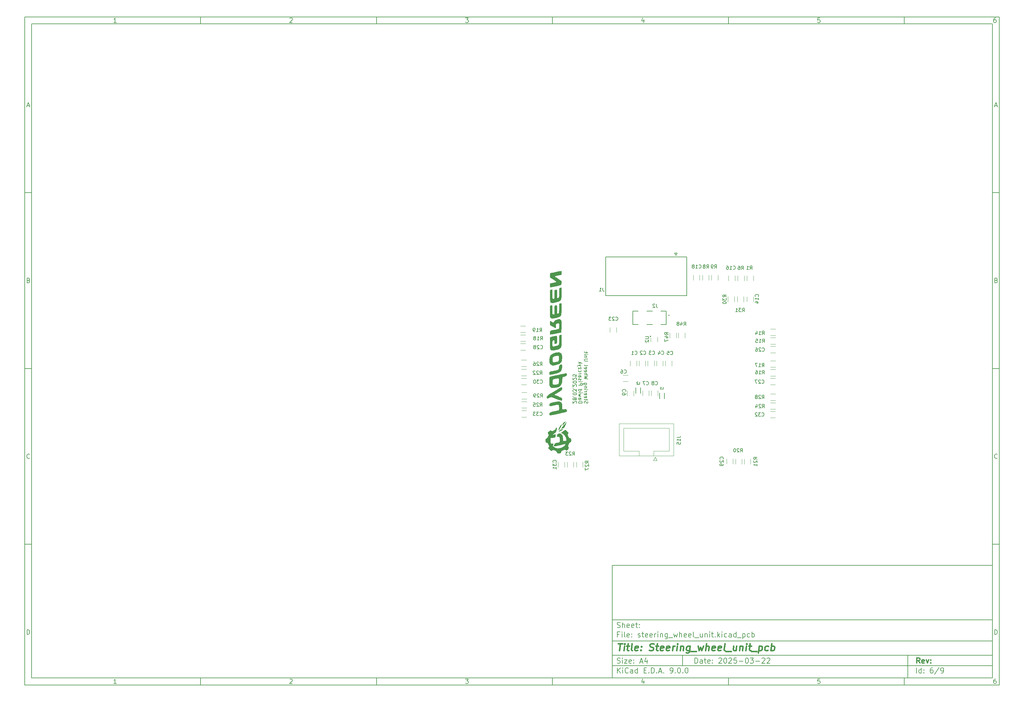
<source format=gbr>
%TF.GenerationSoftware,KiCad,Pcbnew,9.0.0*%
%TF.CreationDate,2025-04-02T22:26:08+02:00*%
%TF.ProjectId,steering_wheel_unit,73746565-7269-46e6-975f-776865656c5f,rev?*%
%TF.SameCoordinates,Original*%
%TF.FileFunction,Legend,Bot*%
%TF.FilePolarity,Positive*%
%FSLAX46Y46*%
G04 Gerber Fmt 4.6, Leading zero omitted, Abs format (unit mm)*
G04 Created by KiCad (PCBNEW 9.0.0) date 2025-04-02 22:26:08*
%MOMM*%
%LPD*%
G01*
G04 APERTURE LIST*
%ADD10C,0.100000*%
%ADD11C,0.150000*%
%ADD12C,0.300000*%
%ADD13C,0.400000*%
%ADD14C,0.200000*%
%ADD15C,0.127000*%
%ADD16C,0.120000*%
%ADD17C,0.000000*%
G04 APERTURE END LIST*
D10*
D11*
X177002200Y-166007200D02*
X285002200Y-166007200D01*
X285002200Y-198007200D01*
X177002200Y-198007200D01*
X177002200Y-166007200D01*
D10*
D11*
X10000000Y-10000000D02*
X287002200Y-10000000D01*
X287002200Y-200007200D01*
X10000000Y-200007200D01*
X10000000Y-10000000D01*
D10*
D11*
X12000000Y-12000000D02*
X285002200Y-12000000D01*
X285002200Y-198007200D01*
X12000000Y-198007200D01*
X12000000Y-12000000D01*
D10*
D11*
X60000000Y-12000000D02*
X60000000Y-10000000D01*
D10*
D11*
X110000000Y-12000000D02*
X110000000Y-10000000D01*
D10*
D11*
X160000000Y-12000000D02*
X160000000Y-10000000D01*
D10*
D11*
X210000000Y-12000000D02*
X210000000Y-10000000D01*
D10*
D11*
X260000000Y-12000000D02*
X260000000Y-10000000D01*
D10*
D11*
X36089160Y-11593604D02*
X35346303Y-11593604D01*
X35717731Y-11593604D02*
X35717731Y-10293604D01*
X35717731Y-10293604D02*
X35593922Y-10479319D01*
X35593922Y-10479319D02*
X35470112Y-10603128D01*
X35470112Y-10603128D02*
X35346303Y-10665033D01*
D10*
D11*
X85346303Y-10417414D02*
X85408207Y-10355509D01*
X85408207Y-10355509D02*
X85532017Y-10293604D01*
X85532017Y-10293604D02*
X85841541Y-10293604D01*
X85841541Y-10293604D02*
X85965350Y-10355509D01*
X85965350Y-10355509D02*
X86027255Y-10417414D01*
X86027255Y-10417414D02*
X86089160Y-10541223D01*
X86089160Y-10541223D02*
X86089160Y-10665033D01*
X86089160Y-10665033D02*
X86027255Y-10850747D01*
X86027255Y-10850747D02*
X85284398Y-11593604D01*
X85284398Y-11593604D02*
X86089160Y-11593604D01*
D10*
D11*
X135284398Y-10293604D02*
X136089160Y-10293604D01*
X136089160Y-10293604D02*
X135655826Y-10788842D01*
X135655826Y-10788842D02*
X135841541Y-10788842D01*
X135841541Y-10788842D02*
X135965350Y-10850747D01*
X135965350Y-10850747D02*
X136027255Y-10912652D01*
X136027255Y-10912652D02*
X136089160Y-11036461D01*
X136089160Y-11036461D02*
X136089160Y-11345985D01*
X136089160Y-11345985D02*
X136027255Y-11469795D01*
X136027255Y-11469795D02*
X135965350Y-11531700D01*
X135965350Y-11531700D02*
X135841541Y-11593604D01*
X135841541Y-11593604D02*
X135470112Y-11593604D01*
X135470112Y-11593604D02*
X135346303Y-11531700D01*
X135346303Y-11531700D02*
X135284398Y-11469795D01*
D10*
D11*
X185965350Y-10726938D02*
X185965350Y-11593604D01*
X185655826Y-10231700D02*
X185346303Y-11160271D01*
X185346303Y-11160271D02*
X186151064Y-11160271D01*
D10*
D11*
X236027255Y-10293604D02*
X235408207Y-10293604D01*
X235408207Y-10293604D02*
X235346303Y-10912652D01*
X235346303Y-10912652D02*
X235408207Y-10850747D01*
X235408207Y-10850747D02*
X235532017Y-10788842D01*
X235532017Y-10788842D02*
X235841541Y-10788842D01*
X235841541Y-10788842D02*
X235965350Y-10850747D01*
X235965350Y-10850747D02*
X236027255Y-10912652D01*
X236027255Y-10912652D02*
X236089160Y-11036461D01*
X236089160Y-11036461D02*
X236089160Y-11345985D01*
X236089160Y-11345985D02*
X236027255Y-11469795D01*
X236027255Y-11469795D02*
X235965350Y-11531700D01*
X235965350Y-11531700D02*
X235841541Y-11593604D01*
X235841541Y-11593604D02*
X235532017Y-11593604D01*
X235532017Y-11593604D02*
X235408207Y-11531700D01*
X235408207Y-11531700D02*
X235346303Y-11469795D01*
D10*
D11*
X285965350Y-10293604D02*
X285717731Y-10293604D01*
X285717731Y-10293604D02*
X285593922Y-10355509D01*
X285593922Y-10355509D02*
X285532017Y-10417414D01*
X285532017Y-10417414D02*
X285408207Y-10603128D01*
X285408207Y-10603128D02*
X285346303Y-10850747D01*
X285346303Y-10850747D02*
X285346303Y-11345985D01*
X285346303Y-11345985D02*
X285408207Y-11469795D01*
X285408207Y-11469795D02*
X285470112Y-11531700D01*
X285470112Y-11531700D02*
X285593922Y-11593604D01*
X285593922Y-11593604D02*
X285841541Y-11593604D01*
X285841541Y-11593604D02*
X285965350Y-11531700D01*
X285965350Y-11531700D02*
X286027255Y-11469795D01*
X286027255Y-11469795D02*
X286089160Y-11345985D01*
X286089160Y-11345985D02*
X286089160Y-11036461D01*
X286089160Y-11036461D02*
X286027255Y-10912652D01*
X286027255Y-10912652D02*
X285965350Y-10850747D01*
X285965350Y-10850747D02*
X285841541Y-10788842D01*
X285841541Y-10788842D02*
X285593922Y-10788842D01*
X285593922Y-10788842D02*
X285470112Y-10850747D01*
X285470112Y-10850747D02*
X285408207Y-10912652D01*
X285408207Y-10912652D02*
X285346303Y-11036461D01*
D10*
D11*
X60000000Y-198007200D02*
X60000000Y-200007200D01*
D10*
D11*
X110000000Y-198007200D02*
X110000000Y-200007200D01*
D10*
D11*
X160000000Y-198007200D02*
X160000000Y-200007200D01*
D10*
D11*
X210000000Y-198007200D02*
X210000000Y-200007200D01*
D10*
D11*
X260000000Y-198007200D02*
X260000000Y-200007200D01*
D10*
D11*
X36089160Y-199600804D02*
X35346303Y-199600804D01*
X35717731Y-199600804D02*
X35717731Y-198300804D01*
X35717731Y-198300804D02*
X35593922Y-198486519D01*
X35593922Y-198486519D02*
X35470112Y-198610328D01*
X35470112Y-198610328D02*
X35346303Y-198672233D01*
D10*
D11*
X85346303Y-198424614D02*
X85408207Y-198362709D01*
X85408207Y-198362709D02*
X85532017Y-198300804D01*
X85532017Y-198300804D02*
X85841541Y-198300804D01*
X85841541Y-198300804D02*
X85965350Y-198362709D01*
X85965350Y-198362709D02*
X86027255Y-198424614D01*
X86027255Y-198424614D02*
X86089160Y-198548423D01*
X86089160Y-198548423D02*
X86089160Y-198672233D01*
X86089160Y-198672233D02*
X86027255Y-198857947D01*
X86027255Y-198857947D02*
X85284398Y-199600804D01*
X85284398Y-199600804D02*
X86089160Y-199600804D01*
D10*
D11*
X135284398Y-198300804D02*
X136089160Y-198300804D01*
X136089160Y-198300804D02*
X135655826Y-198796042D01*
X135655826Y-198796042D02*
X135841541Y-198796042D01*
X135841541Y-198796042D02*
X135965350Y-198857947D01*
X135965350Y-198857947D02*
X136027255Y-198919852D01*
X136027255Y-198919852D02*
X136089160Y-199043661D01*
X136089160Y-199043661D02*
X136089160Y-199353185D01*
X136089160Y-199353185D02*
X136027255Y-199476995D01*
X136027255Y-199476995D02*
X135965350Y-199538900D01*
X135965350Y-199538900D02*
X135841541Y-199600804D01*
X135841541Y-199600804D02*
X135470112Y-199600804D01*
X135470112Y-199600804D02*
X135346303Y-199538900D01*
X135346303Y-199538900D02*
X135284398Y-199476995D01*
D10*
D11*
X185965350Y-198734138D02*
X185965350Y-199600804D01*
X185655826Y-198238900D02*
X185346303Y-199167471D01*
X185346303Y-199167471D02*
X186151064Y-199167471D01*
D10*
D11*
X236027255Y-198300804D02*
X235408207Y-198300804D01*
X235408207Y-198300804D02*
X235346303Y-198919852D01*
X235346303Y-198919852D02*
X235408207Y-198857947D01*
X235408207Y-198857947D02*
X235532017Y-198796042D01*
X235532017Y-198796042D02*
X235841541Y-198796042D01*
X235841541Y-198796042D02*
X235965350Y-198857947D01*
X235965350Y-198857947D02*
X236027255Y-198919852D01*
X236027255Y-198919852D02*
X236089160Y-199043661D01*
X236089160Y-199043661D02*
X236089160Y-199353185D01*
X236089160Y-199353185D02*
X236027255Y-199476995D01*
X236027255Y-199476995D02*
X235965350Y-199538900D01*
X235965350Y-199538900D02*
X235841541Y-199600804D01*
X235841541Y-199600804D02*
X235532017Y-199600804D01*
X235532017Y-199600804D02*
X235408207Y-199538900D01*
X235408207Y-199538900D02*
X235346303Y-199476995D01*
D10*
D11*
X285965350Y-198300804D02*
X285717731Y-198300804D01*
X285717731Y-198300804D02*
X285593922Y-198362709D01*
X285593922Y-198362709D02*
X285532017Y-198424614D01*
X285532017Y-198424614D02*
X285408207Y-198610328D01*
X285408207Y-198610328D02*
X285346303Y-198857947D01*
X285346303Y-198857947D02*
X285346303Y-199353185D01*
X285346303Y-199353185D02*
X285408207Y-199476995D01*
X285408207Y-199476995D02*
X285470112Y-199538900D01*
X285470112Y-199538900D02*
X285593922Y-199600804D01*
X285593922Y-199600804D02*
X285841541Y-199600804D01*
X285841541Y-199600804D02*
X285965350Y-199538900D01*
X285965350Y-199538900D02*
X286027255Y-199476995D01*
X286027255Y-199476995D02*
X286089160Y-199353185D01*
X286089160Y-199353185D02*
X286089160Y-199043661D01*
X286089160Y-199043661D02*
X286027255Y-198919852D01*
X286027255Y-198919852D02*
X285965350Y-198857947D01*
X285965350Y-198857947D02*
X285841541Y-198796042D01*
X285841541Y-198796042D02*
X285593922Y-198796042D01*
X285593922Y-198796042D02*
X285470112Y-198857947D01*
X285470112Y-198857947D02*
X285408207Y-198919852D01*
X285408207Y-198919852D02*
X285346303Y-199043661D01*
D10*
D11*
X10000000Y-60000000D02*
X12000000Y-60000000D01*
D10*
D11*
X10000000Y-110000000D02*
X12000000Y-110000000D01*
D10*
D11*
X10000000Y-160000000D02*
X12000000Y-160000000D01*
D10*
D11*
X10690476Y-35222176D02*
X11309523Y-35222176D01*
X10566666Y-35593604D02*
X10999999Y-34293604D01*
X10999999Y-34293604D02*
X11433333Y-35593604D01*
D10*
D11*
X11092857Y-84912652D02*
X11278571Y-84974557D01*
X11278571Y-84974557D02*
X11340476Y-85036461D01*
X11340476Y-85036461D02*
X11402380Y-85160271D01*
X11402380Y-85160271D02*
X11402380Y-85345985D01*
X11402380Y-85345985D02*
X11340476Y-85469795D01*
X11340476Y-85469795D02*
X11278571Y-85531700D01*
X11278571Y-85531700D02*
X11154761Y-85593604D01*
X11154761Y-85593604D02*
X10659523Y-85593604D01*
X10659523Y-85593604D02*
X10659523Y-84293604D01*
X10659523Y-84293604D02*
X11092857Y-84293604D01*
X11092857Y-84293604D02*
X11216666Y-84355509D01*
X11216666Y-84355509D02*
X11278571Y-84417414D01*
X11278571Y-84417414D02*
X11340476Y-84541223D01*
X11340476Y-84541223D02*
X11340476Y-84665033D01*
X11340476Y-84665033D02*
X11278571Y-84788842D01*
X11278571Y-84788842D02*
X11216666Y-84850747D01*
X11216666Y-84850747D02*
X11092857Y-84912652D01*
X11092857Y-84912652D02*
X10659523Y-84912652D01*
D10*
D11*
X11402380Y-135469795D02*
X11340476Y-135531700D01*
X11340476Y-135531700D02*
X11154761Y-135593604D01*
X11154761Y-135593604D02*
X11030952Y-135593604D01*
X11030952Y-135593604D02*
X10845238Y-135531700D01*
X10845238Y-135531700D02*
X10721428Y-135407890D01*
X10721428Y-135407890D02*
X10659523Y-135284080D01*
X10659523Y-135284080D02*
X10597619Y-135036461D01*
X10597619Y-135036461D02*
X10597619Y-134850747D01*
X10597619Y-134850747D02*
X10659523Y-134603128D01*
X10659523Y-134603128D02*
X10721428Y-134479319D01*
X10721428Y-134479319D02*
X10845238Y-134355509D01*
X10845238Y-134355509D02*
X11030952Y-134293604D01*
X11030952Y-134293604D02*
X11154761Y-134293604D01*
X11154761Y-134293604D02*
X11340476Y-134355509D01*
X11340476Y-134355509D02*
X11402380Y-134417414D01*
D10*
D11*
X10659523Y-185593604D02*
X10659523Y-184293604D01*
X10659523Y-184293604D02*
X10969047Y-184293604D01*
X10969047Y-184293604D02*
X11154761Y-184355509D01*
X11154761Y-184355509D02*
X11278571Y-184479319D01*
X11278571Y-184479319D02*
X11340476Y-184603128D01*
X11340476Y-184603128D02*
X11402380Y-184850747D01*
X11402380Y-184850747D02*
X11402380Y-185036461D01*
X11402380Y-185036461D02*
X11340476Y-185284080D01*
X11340476Y-185284080D02*
X11278571Y-185407890D01*
X11278571Y-185407890D02*
X11154761Y-185531700D01*
X11154761Y-185531700D02*
X10969047Y-185593604D01*
X10969047Y-185593604D02*
X10659523Y-185593604D01*
D10*
D11*
X287002200Y-60000000D02*
X285002200Y-60000000D01*
D10*
D11*
X287002200Y-110000000D02*
X285002200Y-110000000D01*
D10*
D11*
X287002200Y-160000000D02*
X285002200Y-160000000D01*
D10*
D11*
X285692676Y-35222176D02*
X286311723Y-35222176D01*
X285568866Y-35593604D02*
X286002199Y-34293604D01*
X286002199Y-34293604D02*
X286435533Y-35593604D01*
D10*
D11*
X286095057Y-84912652D02*
X286280771Y-84974557D01*
X286280771Y-84974557D02*
X286342676Y-85036461D01*
X286342676Y-85036461D02*
X286404580Y-85160271D01*
X286404580Y-85160271D02*
X286404580Y-85345985D01*
X286404580Y-85345985D02*
X286342676Y-85469795D01*
X286342676Y-85469795D02*
X286280771Y-85531700D01*
X286280771Y-85531700D02*
X286156961Y-85593604D01*
X286156961Y-85593604D02*
X285661723Y-85593604D01*
X285661723Y-85593604D02*
X285661723Y-84293604D01*
X285661723Y-84293604D02*
X286095057Y-84293604D01*
X286095057Y-84293604D02*
X286218866Y-84355509D01*
X286218866Y-84355509D02*
X286280771Y-84417414D01*
X286280771Y-84417414D02*
X286342676Y-84541223D01*
X286342676Y-84541223D02*
X286342676Y-84665033D01*
X286342676Y-84665033D02*
X286280771Y-84788842D01*
X286280771Y-84788842D02*
X286218866Y-84850747D01*
X286218866Y-84850747D02*
X286095057Y-84912652D01*
X286095057Y-84912652D02*
X285661723Y-84912652D01*
D10*
D11*
X286404580Y-135469795D02*
X286342676Y-135531700D01*
X286342676Y-135531700D02*
X286156961Y-135593604D01*
X286156961Y-135593604D02*
X286033152Y-135593604D01*
X286033152Y-135593604D02*
X285847438Y-135531700D01*
X285847438Y-135531700D02*
X285723628Y-135407890D01*
X285723628Y-135407890D02*
X285661723Y-135284080D01*
X285661723Y-135284080D02*
X285599819Y-135036461D01*
X285599819Y-135036461D02*
X285599819Y-134850747D01*
X285599819Y-134850747D02*
X285661723Y-134603128D01*
X285661723Y-134603128D02*
X285723628Y-134479319D01*
X285723628Y-134479319D02*
X285847438Y-134355509D01*
X285847438Y-134355509D02*
X286033152Y-134293604D01*
X286033152Y-134293604D02*
X286156961Y-134293604D01*
X286156961Y-134293604D02*
X286342676Y-134355509D01*
X286342676Y-134355509D02*
X286404580Y-134417414D01*
D10*
D11*
X285661723Y-185593604D02*
X285661723Y-184293604D01*
X285661723Y-184293604D02*
X285971247Y-184293604D01*
X285971247Y-184293604D02*
X286156961Y-184355509D01*
X286156961Y-184355509D02*
X286280771Y-184479319D01*
X286280771Y-184479319D02*
X286342676Y-184603128D01*
X286342676Y-184603128D02*
X286404580Y-184850747D01*
X286404580Y-184850747D02*
X286404580Y-185036461D01*
X286404580Y-185036461D02*
X286342676Y-185284080D01*
X286342676Y-185284080D02*
X286280771Y-185407890D01*
X286280771Y-185407890D02*
X286156961Y-185531700D01*
X286156961Y-185531700D02*
X285971247Y-185593604D01*
X285971247Y-185593604D02*
X285661723Y-185593604D01*
D10*
D11*
X200458026Y-193793328D02*
X200458026Y-192293328D01*
X200458026Y-192293328D02*
X200815169Y-192293328D01*
X200815169Y-192293328D02*
X201029455Y-192364757D01*
X201029455Y-192364757D02*
X201172312Y-192507614D01*
X201172312Y-192507614D02*
X201243741Y-192650471D01*
X201243741Y-192650471D02*
X201315169Y-192936185D01*
X201315169Y-192936185D02*
X201315169Y-193150471D01*
X201315169Y-193150471D02*
X201243741Y-193436185D01*
X201243741Y-193436185D02*
X201172312Y-193579042D01*
X201172312Y-193579042D02*
X201029455Y-193721900D01*
X201029455Y-193721900D02*
X200815169Y-193793328D01*
X200815169Y-193793328D02*
X200458026Y-193793328D01*
X202600884Y-193793328D02*
X202600884Y-193007614D01*
X202600884Y-193007614D02*
X202529455Y-192864757D01*
X202529455Y-192864757D02*
X202386598Y-192793328D01*
X202386598Y-192793328D02*
X202100884Y-192793328D01*
X202100884Y-192793328D02*
X201958026Y-192864757D01*
X202600884Y-193721900D02*
X202458026Y-193793328D01*
X202458026Y-193793328D02*
X202100884Y-193793328D01*
X202100884Y-193793328D02*
X201958026Y-193721900D01*
X201958026Y-193721900D02*
X201886598Y-193579042D01*
X201886598Y-193579042D02*
X201886598Y-193436185D01*
X201886598Y-193436185D02*
X201958026Y-193293328D01*
X201958026Y-193293328D02*
X202100884Y-193221900D01*
X202100884Y-193221900D02*
X202458026Y-193221900D01*
X202458026Y-193221900D02*
X202600884Y-193150471D01*
X203100884Y-192793328D02*
X203672312Y-192793328D01*
X203315169Y-192293328D02*
X203315169Y-193579042D01*
X203315169Y-193579042D02*
X203386598Y-193721900D01*
X203386598Y-193721900D02*
X203529455Y-193793328D01*
X203529455Y-193793328D02*
X203672312Y-193793328D01*
X204743741Y-193721900D02*
X204600884Y-193793328D01*
X204600884Y-193793328D02*
X204315170Y-193793328D01*
X204315170Y-193793328D02*
X204172312Y-193721900D01*
X204172312Y-193721900D02*
X204100884Y-193579042D01*
X204100884Y-193579042D02*
X204100884Y-193007614D01*
X204100884Y-193007614D02*
X204172312Y-192864757D01*
X204172312Y-192864757D02*
X204315170Y-192793328D01*
X204315170Y-192793328D02*
X204600884Y-192793328D01*
X204600884Y-192793328D02*
X204743741Y-192864757D01*
X204743741Y-192864757D02*
X204815170Y-193007614D01*
X204815170Y-193007614D02*
X204815170Y-193150471D01*
X204815170Y-193150471D02*
X204100884Y-193293328D01*
X205458026Y-193650471D02*
X205529455Y-193721900D01*
X205529455Y-193721900D02*
X205458026Y-193793328D01*
X205458026Y-193793328D02*
X205386598Y-193721900D01*
X205386598Y-193721900D02*
X205458026Y-193650471D01*
X205458026Y-193650471D02*
X205458026Y-193793328D01*
X205458026Y-192864757D02*
X205529455Y-192936185D01*
X205529455Y-192936185D02*
X205458026Y-193007614D01*
X205458026Y-193007614D02*
X205386598Y-192936185D01*
X205386598Y-192936185D02*
X205458026Y-192864757D01*
X205458026Y-192864757D02*
X205458026Y-193007614D01*
X207243741Y-192436185D02*
X207315169Y-192364757D01*
X207315169Y-192364757D02*
X207458027Y-192293328D01*
X207458027Y-192293328D02*
X207815169Y-192293328D01*
X207815169Y-192293328D02*
X207958027Y-192364757D01*
X207958027Y-192364757D02*
X208029455Y-192436185D01*
X208029455Y-192436185D02*
X208100884Y-192579042D01*
X208100884Y-192579042D02*
X208100884Y-192721900D01*
X208100884Y-192721900D02*
X208029455Y-192936185D01*
X208029455Y-192936185D02*
X207172312Y-193793328D01*
X207172312Y-193793328D02*
X208100884Y-193793328D01*
X209029455Y-192293328D02*
X209172312Y-192293328D01*
X209172312Y-192293328D02*
X209315169Y-192364757D01*
X209315169Y-192364757D02*
X209386598Y-192436185D01*
X209386598Y-192436185D02*
X209458026Y-192579042D01*
X209458026Y-192579042D02*
X209529455Y-192864757D01*
X209529455Y-192864757D02*
X209529455Y-193221900D01*
X209529455Y-193221900D02*
X209458026Y-193507614D01*
X209458026Y-193507614D02*
X209386598Y-193650471D01*
X209386598Y-193650471D02*
X209315169Y-193721900D01*
X209315169Y-193721900D02*
X209172312Y-193793328D01*
X209172312Y-193793328D02*
X209029455Y-193793328D01*
X209029455Y-193793328D02*
X208886598Y-193721900D01*
X208886598Y-193721900D02*
X208815169Y-193650471D01*
X208815169Y-193650471D02*
X208743740Y-193507614D01*
X208743740Y-193507614D02*
X208672312Y-193221900D01*
X208672312Y-193221900D02*
X208672312Y-192864757D01*
X208672312Y-192864757D02*
X208743740Y-192579042D01*
X208743740Y-192579042D02*
X208815169Y-192436185D01*
X208815169Y-192436185D02*
X208886598Y-192364757D01*
X208886598Y-192364757D02*
X209029455Y-192293328D01*
X210100883Y-192436185D02*
X210172311Y-192364757D01*
X210172311Y-192364757D02*
X210315169Y-192293328D01*
X210315169Y-192293328D02*
X210672311Y-192293328D01*
X210672311Y-192293328D02*
X210815169Y-192364757D01*
X210815169Y-192364757D02*
X210886597Y-192436185D01*
X210886597Y-192436185D02*
X210958026Y-192579042D01*
X210958026Y-192579042D02*
X210958026Y-192721900D01*
X210958026Y-192721900D02*
X210886597Y-192936185D01*
X210886597Y-192936185D02*
X210029454Y-193793328D01*
X210029454Y-193793328D02*
X210958026Y-193793328D01*
X212315168Y-192293328D02*
X211600882Y-192293328D01*
X211600882Y-192293328D02*
X211529454Y-193007614D01*
X211529454Y-193007614D02*
X211600882Y-192936185D01*
X211600882Y-192936185D02*
X211743740Y-192864757D01*
X211743740Y-192864757D02*
X212100882Y-192864757D01*
X212100882Y-192864757D02*
X212243740Y-192936185D01*
X212243740Y-192936185D02*
X212315168Y-193007614D01*
X212315168Y-193007614D02*
X212386597Y-193150471D01*
X212386597Y-193150471D02*
X212386597Y-193507614D01*
X212386597Y-193507614D02*
X212315168Y-193650471D01*
X212315168Y-193650471D02*
X212243740Y-193721900D01*
X212243740Y-193721900D02*
X212100882Y-193793328D01*
X212100882Y-193793328D02*
X211743740Y-193793328D01*
X211743740Y-193793328D02*
X211600882Y-193721900D01*
X211600882Y-193721900D02*
X211529454Y-193650471D01*
X213029453Y-193221900D02*
X214172311Y-193221900D01*
X215172311Y-192293328D02*
X215315168Y-192293328D01*
X215315168Y-192293328D02*
X215458025Y-192364757D01*
X215458025Y-192364757D02*
X215529454Y-192436185D01*
X215529454Y-192436185D02*
X215600882Y-192579042D01*
X215600882Y-192579042D02*
X215672311Y-192864757D01*
X215672311Y-192864757D02*
X215672311Y-193221900D01*
X215672311Y-193221900D02*
X215600882Y-193507614D01*
X215600882Y-193507614D02*
X215529454Y-193650471D01*
X215529454Y-193650471D02*
X215458025Y-193721900D01*
X215458025Y-193721900D02*
X215315168Y-193793328D01*
X215315168Y-193793328D02*
X215172311Y-193793328D01*
X215172311Y-193793328D02*
X215029454Y-193721900D01*
X215029454Y-193721900D02*
X214958025Y-193650471D01*
X214958025Y-193650471D02*
X214886596Y-193507614D01*
X214886596Y-193507614D02*
X214815168Y-193221900D01*
X214815168Y-193221900D02*
X214815168Y-192864757D01*
X214815168Y-192864757D02*
X214886596Y-192579042D01*
X214886596Y-192579042D02*
X214958025Y-192436185D01*
X214958025Y-192436185D02*
X215029454Y-192364757D01*
X215029454Y-192364757D02*
X215172311Y-192293328D01*
X216172310Y-192293328D02*
X217100882Y-192293328D01*
X217100882Y-192293328D02*
X216600882Y-192864757D01*
X216600882Y-192864757D02*
X216815167Y-192864757D01*
X216815167Y-192864757D02*
X216958025Y-192936185D01*
X216958025Y-192936185D02*
X217029453Y-193007614D01*
X217029453Y-193007614D02*
X217100882Y-193150471D01*
X217100882Y-193150471D02*
X217100882Y-193507614D01*
X217100882Y-193507614D02*
X217029453Y-193650471D01*
X217029453Y-193650471D02*
X216958025Y-193721900D01*
X216958025Y-193721900D02*
X216815167Y-193793328D01*
X216815167Y-193793328D02*
X216386596Y-193793328D01*
X216386596Y-193793328D02*
X216243739Y-193721900D01*
X216243739Y-193721900D02*
X216172310Y-193650471D01*
X217743738Y-193221900D02*
X218886596Y-193221900D01*
X219529453Y-192436185D02*
X219600881Y-192364757D01*
X219600881Y-192364757D02*
X219743739Y-192293328D01*
X219743739Y-192293328D02*
X220100881Y-192293328D01*
X220100881Y-192293328D02*
X220243739Y-192364757D01*
X220243739Y-192364757D02*
X220315167Y-192436185D01*
X220315167Y-192436185D02*
X220386596Y-192579042D01*
X220386596Y-192579042D02*
X220386596Y-192721900D01*
X220386596Y-192721900D02*
X220315167Y-192936185D01*
X220315167Y-192936185D02*
X219458024Y-193793328D01*
X219458024Y-193793328D02*
X220386596Y-193793328D01*
X220958024Y-192436185D02*
X221029452Y-192364757D01*
X221029452Y-192364757D02*
X221172310Y-192293328D01*
X221172310Y-192293328D02*
X221529452Y-192293328D01*
X221529452Y-192293328D02*
X221672310Y-192364757D01*
X221672310Y-192364757D02*
X221743738Y-192436185D01*
X221743738Y-192436185D02*
X221815167Y-192579042D01*
X221815167Y-192579042D02*
X221815167Y-192721900D01*
X221815167Y-192721900D02*
X221743738Y-192936185D01*
X221743738Y-192936185D02*
X220886595Y-193793328D01*
X220886595Y-193793328D02*
X221815167Y-193793328D01*
D10*
D11*
X177002200Y-194507200D02*
X285002200Y-194507200D01*
D10*
D11*
X178458026Y-196593328D02*
X178458026Y-195093328D01*
X179315169Y-196593328D02*
X178672312Y-195736185D01*
X179315169Y-195093328D02*
X178458026Y-195950471D01*
X179958026Y-196593328D02*
X179958026Y-195593328D01*
X179958026Y-195093328D02*
X179886598Y-195164757D01*
X179886598Y-195164757D02*
X179958026Y-195236185D01*
X179958026Y-195236185D02*
X180029455Y-195164757D01*
X180029455Y-195164757D02*
X179958026Y-195093328D01*
X179958026Y-195093328D02*
X179958026Y-195236185D01*
X181529455Y-196450471D02*
X181458027Y-196521900D01*
X181458027Y-196521900D02*
X181243741Y-196593328D01*
X181243741Y-196593328D02*
X181100884Y-196593328D01*
X181100884Y-196593328D02*
X180886598Y-196521900D01*
X180886598Y-196521900D02*
X180743741Y-196379042D01*
X180743741Y-196379042D02*
X180672312Y-196236185D01*
X180672312Y-196236185D02*
X180600884Y-195950471D01*
X180600884Y-195950471D02*
X180600884Y-195736185D01*
X180600884Y-195736185D02*
X180672312Y-195450471D01*
X180672312Y-195450471D02*
X180743741Y-195307614D01*
X180743741Y-195307614D02*
X180886598Y-195164757D01*
X180886598Y-195164757D02*
X181100884Y-195093328D01*
X181100884Y-195093328D02*
X181243741Y-195093328D01*
X181243741Y-195093328D02*
X181458027Y-195164757D01*
X181458027Y-195164757D02*
X181529455Y-195236185D01*
X182815170Y-196593328D02*
X182815170Y-195807614D01*
X182815170Y-195807614D02*
X182743741Y-195664757D01*
X182743741Y-195664757D02*
X182600884Y-195593328D01*
X182600884Y-195593328D02*
X182315170Y-195593328D01*
X182315170Y-195593328D02*
X182172312Y-195664757D01*
X182815170Y-196521900D02*
X182672312Y-196593328D01*
X182672312Y-196593328D02*
X182315170Y-196593328D01*
X182315170Y-196593328D02*
X182172312Y-196521900D01*
X182172312Y-196521900D02*
X182100884Y-196379042D01*
X182100884Y-196379042D02*
X182100884Y-196236185D01*
X182100884Y-196236185D02*
X182172312Y-196093328D01*
X182172312Y-196093328D02*
X182315170Y-196021900D01*
X182315170Y-196021900D02*
X182672312Y-196021900D01*
X182672312Y-196021900D02*
X182815170Y-195950471D01*
X184172313Y-196593328D02*
X184172313Y-195093328D01*
X184172313Y-196521900D02*
X184029455Y-196593328D01*
X184029455Y-196593328D02*
X183743741Y-196593328D01*
X183743741Y-196593328D02*
X183600884Y-196521900D01*
X183600884Y-196521900D02*
X183529455Y-196450471D01*
X183529455Y-196450471D02*
X183458027Y-196307614D01*
X183458027Y-196307614D02*
X183458027Y-195879042D01*
X183458027Y-195879042D02*
X183529455Y-195736185D01*
X183529455Y-195736185D02*
X183600884Y-195664757D01*
X183600884Y-195664757D02*
X183743741Y-195593328D01*
X183743741Y-195593328D02*
X184029455Y-195593328D01*
X184029455Y-195593328D02*
X184172313Y-195664757D01*
X186029455Y-195807614D02*
X186529455Y-195807614D01*
X186743741Y-196593328D02*
X186029455Y-196593328D01*
X186029455Y-196593328D02*
X186029455Y-195093328D01*
X186029455Y-195093328D02*
X186743741Y-195093328D01*
X187386598Y-196450471D02*
X187458027Y-196521900D01*
X187458027Y-196521900D02*
X187386598Y-196593328D01*
X187386598Y-196593328D02*
X187315170Y-196521900D01*
X187315170Y-196521900D02*
X187386598Y-196450471D01*
X187386598Y-196450471D02*
X187386598Y-196593328D01*
X188100884Y-196593328D02*
X188100884Y-195093328D01*
X188100884Y-195093328D02*
X188458027Y-195093328D01*
X188458027Y-195093328D02*
X188672313Y-195164757D01*
X188672313Y-195164757D02*
X188815170Y-195307614D01*
X188815170Y-195307614D02*
X188886599Y-195450471D01*
X188886599Y-195450471D02*
X188958027Y-195736185D01*
X188958027Y-195736185D02*
X188958027Y-195950471D01*
X188958027Y-195950471D02*
X188886599Y-196236185D01*
X188886599Y-196236185D02*
X188815170Y-196379042D01*
X188815170Y-196379042D02*
X188672313Y-196521900D01*
X188672313Y-196521900D02*
X188458027Y-196593328D01*
X188458027Y-196593328D02*
X188100884Y-196593328D01*
X189600884Y-196450471D02*
X189672313Y-196521900D01*
X189672313Y-196521900D02*
X189600884Y-196593328D01*
X189600884Y-196593328D02*
X189529456Y-196521900D01*
X189529456Y-196521900D02*
X189600884Y-196450471D01*
X189600884Y-196450471D02*
X189600884Y-196593328D01*
X190243742Y-196164757D02*
X190958028Y-196164757D01*
X190100885Y-196593328D02*
X190600885Y-195093328D01*
X190600885Y-195093328D02*
X191100885Y-196593328D01*
X191600884Y-196450471D02*
X191672313Y-196521900D01*
X191672313Y-196521900D02*
X191600884Y-196593328D01*
X191600884Y-196593328D02*
X191529456Y-196521900D01*
X191529456Y-196521900D02*
X191600884Y-196450471D01*
X191600884Y-196450471D02*
X191600884Y-196593328D01*
X193529456Y-196593328D02*
X193815170Y-196593328D01*
X193815170Y-196593328D02*
X193958027Y-196521900D01*
X193958027Y-196521900D02*
X194029456Y-196450471D01*
X194029456Y-196450471D02*
X194172313Y-196236185D01*
X194172313Y-196236185D02*
X194243742Y-195950471D01*
X194243742Y-195950471D02*
X194243742Y-195379042D01*
X194243742Y-195379042D02*
X194172313Y-195236185D01*
X194172313Y-195236185D02*
X194100885Y-195164757D01*
X194100885Y-195164757D02*
X193958027Y-195093328D01*
X193958027Y-195093328D02*
X193672313Y-195093328D01*
X193672313Y-195093328D02*
X193529456Y-195164757D01*
X193529456Y-195164757D02*
X193458027Y-195236185D01*
X193458027Y-195236185D02*
X193386599Y-195379042D01*
X193386599Y-195379042D02*
X193386599Y-195736185D01*
X193386599Y-195736185D02*
X193458027Y-195879042D01*
X193458027Y-195879042D02*
X193529456Y-195950471D01*
X193529456Y-195950471D02*
X193672313Y-196021900D01*
X193672313Y-196021900D02*
X193958027Y-196021900D01*
X193958027Y-196021900D02*
X194100885Y-195950471D01*
X194100885Y-195950471D02*
X194172313Y-195879042D01*
X194172313Y-195879042D02*
X194243742Y-195736185D01*
X194886598Y-196450471D02*
X194958027Y-196521900D01*
X194958027Y-196521900D02*
X194886598Y-196593328D01*
X194886598Y-196593328D02*
X194815170Y-196521900D01*
X194815170Y-196521900D02*
X194886598Y-196450471D01*
X194886598Y-196450471D02*
X194886598Y-196593328D01*
X195886599Y-195093328D02*
X196029456Y-195093328D01*
X196029456Y-195093328D02*
X196172313Y-195164757D01*
X196172313Y-195164757D02*
X196243742Y-195236185D01*
X196243742Y-195236185D02*
X196315170Y-195379042D01*
X196315170Y-195379042D02*
X196386599Y-195664757D01*
X196386599Y-195664757D02*
X196386599Y-196021900D01*
X196386599Y-196021900D02*
X196315170Y-196307614D01*
X196315170Y-196307614D02*
X196243742Y-196450471D01*
X196243742Y-196450471D02*
X196172313Y-196521900D01*
X196172313Y-196521900D02*
X196029456Y-196593328D01*
X196029456Y-196593328D02*
X195886599Y-196593328D01*
X195886599Y-196593328D02*
X195743742Y-196521900D01*
X195743742Y-196521900D02*
X195672313Y-196450471D01*
X195672313Y-196450471D02*
X195600884Y-196307614D01*
X195600884Y-196307614D02*
X195529456Y-196021900D01*
X195529456Y-196021900D02*
X195529456Y-195664757D01*
X195529456Y-195664757D02*
X195600884Y-195379042D01*
X195600884Y-195379042D02*
X195672313Y-195236185D01*
X195672313Y-195236185D02*
X195743742Y-195164757D01*
X195743742Y-195164757D02*
X195886599Y-195093328D01*
X197029455Y-196450471D02*
X197100884Y-196521900D01*
X197100884Y-196521900D02*
X197029455Y-196593328D01*
X197029455Y-196593328D02*
X196958027Y-196521900D01*
X196958027Y-196521900D02*
X197029455Y-196450471D01*
X197029455Y-196450471D02*
X197029455Y-196593328D01*
X198029456Y-195093328D02*
X198172313Y-195093328D01*
X198172313Y-195093328D02*
X198315170Y-195164757D01*
X198315170Y-195164757D02*
X198386599Y-195236185D01*
X198386599Y-195236185D02*
X198458027Y-195379042D01*
X198458027Y-195379042D02*
X198529456Y-195664757D01*
X198529456Y-195664757D02*
X198529456Y-196021900D01*
X198529456Y-196021900D02*
X198458027Y-196307614D01*
X198458027Y-196307614D02*
X198386599Y-196450471D01*
X198386599Y-196450471D02*
X198315170Y-196521900D01*
X198315170Y-196521900D02*
X198172313Y-196593328D01*
X198172313Y-196593328D02*
X198029456Y-196593328D01*
X198029456Y-196593328D02*
X197886599Y-196521900D01*
X197886599Y-196521900D02*
X197815170Y-196450471D01*
X197815170Y-196450471D02*
X197743741Y-196307614D01*
X197743741Y-196307614D02*
X197672313Y-196021900D01*
X197672313Y-196021900D02*
X197672313Y-195664757D01*
X197672313Y-195664757D02*
X197743741Y-195379042D01*
X197743741Y-195379042D02*
X197815170Y-195236185D01*
X197815170Y-195236185D02*
X197886599Y-195164757D01*
X197886599Y-195164757D02*
X198029456Y-195093328D01*
D10*
D11*
X177002200Y-191507200D02*
X285002200Y-191507200D01*
D10*
D12*
X264413853Y-193785528D02*
X263913853Y-193071242D01*
X263556710Y-193785528D02*
X263556710Y-192285528D01*
X263556710Y-192285528D02*
X264128139Y-192285528D01*
X264128139Y-192285528D02*
X264270996Y-192356957D01*
X264270996Y-192356957D02*
X264342425Y-192428385D01*
X264342425Y-192428385D02*
X264413853Y-192571242D01*
X264413853Y-192571242D02*
X264413853Y-192785528D01*
X264413853Y-192785528D02*
X264342425Y-192928385D01*
X264342425Y-192928385D02*
X264270996Y-192999814D01*
X264270996Y-192999814D02*
X264128139Y-193071242D01*
X264128139Y-193071242D02*
X263556710Y-193071242D01*
X265628139Y-193714100D02*
X265485282Y-193785528D01*
X265485282Y-193785528D02*
X265199568Y-193785528D01*
X265199568Y-193785528D02*
X265056710Y-193714100D01*
X265056710Y-193714100D02*
X264985282Y-193571242D01*
X264985282Y-193571242D02*
X264985282Y-192999814D01*
X264985282Y-192999814D02*
X265056710Y-192856957D01*
X265056710Y-192856957D02*
X265199568Y-192785528D01*
X265199568Y-192785528D02*
X265485282Y-192785528D01*
X265485282Y-192785528D02*
X265628139Y-192856957D01*
X265628139Y-192856957D02*
X265699568Y-192999814D01*
X265699568Y-192999814D02*
X265699568Y-193142671D01*
X265699568Y-193142671D02*
X264985282Y-193285528D01*
X266199567Y-192785528D02*
X266556710Y-193785528D01*
X266556710Y-193785528D02*
X266913853Y-192785528D01*
X267485281Y-193642671D02*
X267556710Y-193714100D01*
X267556710Y-193714100D02*
X267485281Y-193785528D01*
X267485281Y-193785528D02*
X267413853Y-193714100D01*
X267413853Y-193714100D02*
X267485281Y-193642671D01*
X267485281Y-193642671D02*
X267485281Y-193785528D01*
X267485281Y-192856957D02*
X267556710Y-192928385D01*
X267556710Y-192928385D02*
X267485281Y-192999814D01*
X267485281Y-192999814D02*
X267413853Y-192928385D01*
X267413853Y-192928385D02*
X267485281Y-192856957D01*
X267485281Y-192856957D02*
X267485281Y-192999814D01*
D10*
D11*
X178386598Y-193721900D02*
X178600884Y-193793328D01*
X178600884Y-193793328D02*
X178958026Y-193793328D01*
X178958026Y-193793328D02*
X179100884Y-193721900D01*
X179100884Y-193721900D02*
X179172312Y-193650471D01*
X179172312Y-193650471D02*
X179243741Y-193507614D01*
X179243741Y-193507614D02*
X179243741Y-193364757D01*
X179243741Y-193364757D02*
X179172312Y-193221900D01*
X179172312Y-193221900D02*
X179100884Y-193150471D01*
X179100884Y-193150471D02*
X178958026Y-193079042D01*
X178958026Y-193079042D02*
X178672312Y-193007614D01*
X178672312Y-193007614D02*
X178529455Y-192936185D01*
X178529455Y-192936185D02*
X178458026Y-192864757D01*
X178458026Y-192864757D02*
X178386598Y-192721900D01*
X178386598Y-192721900D02*
X178386598Y-192579042D01*
X178386598Y-192579042D02*
X178458026Y-192436185D01*
X178458026Y-192436185D02*
X178529455Y-192364757D01*
X178529455Y-192364757D02*
X178672312Y-192293328D01*
X178672312Y-192293328D02*
X179029455Y-192293328D01*
X179029455Y-192293328D02*
X179243741Y-192364757D01*
X179886597Y-193793328D02*
X179886597Y-192793328D01*
X179886597Y-192293328D02*
X179815169Y-192364757D01*
X179815169Y-192364757D02*
X179886597Y-192436185D01*
X179886597Y-192436185D02*
X179958026Y-192364757D01*
X179958026Y-192364757D02*
X179886597Y-192293328D01*
X179886597Y-192293328D02*
X179886597Y-192436185D01*
X180458026Y-192793328D02*
X181243741Y-192793328D01*
X181243741Y-192793328D02*
X180458026Y-193793328D01*
X180458026Y-193793328D02*
X181243741Y-193793328D01*
X182386598Y-193721900D02*
X182243741Y-193793328D01*
X182243741Y-193793328D02*
X181958027Y-193793328D01*
X181958027Y-193793328D02*
X181815169Y-193721900D01*
X181815169Y-193721900D02*
X181743741Y-193579042D01*
X181743741Y-193579042D02*
X181743741Y-193007614D01*
X181743741Y-193007614D02*
X181815169Y-192864757D01*
X181815169Y-192864757D02*
X181958027Y-192793328D01*
X181958027Y-192793328D02*
X182243741Y-192793328D01*
X182243741Y-192793328D02*
X182386598Y-192864757D01*
X182386598Y-192864757D02*
X182458027Y-193007614D01*
X182458027Y-193007614D02*
X182458027Y-193150471D01*
X182458027Y-193150471D02*
X181743741Y-193293328D01*
X183100883Y-193650471D02*
X183172312Y-193721900D01*
X183172312Y-193721900D02*
X183100883Y-193793328D01*
X183100883Y-193793328D02*
X183029455Y-193721900D01*
X183029455Y-193721900D02*
X183100883Y-193650471D01*
X183100883Y-193650471D02*
X183100883Y-193793328D01*
X183100883Y-192864757D02*
X183172312Y-192936185D01*
X183172312Y-192936185D02*
X183100883Y-193007614D01*
X183100883Y-193007614D02*
X183029455Y-192936185D01*
X183029455Y-192936185D02*
X183100883Y-192864757D01*
X183100883Y-192864757D02*
X183100883Y-193007614D01*
X184886598Y-193364757D02*
X185600884Y-193364757D01*
X184743741Y-193793328D02*
X185243741Y-192293328D01*
X185243741Y-192293328D02*
X185743741Y-193793328D01*
X186886598Y-192793328D02*
X186886598Y-193793328D01*
X186529455Y-192221900D02*
X186172312Y-193293328D01*
X186172312Y-193293328D02*
X187100883Y-193293328D01*
D10*
D11*
X263458026Y-196593328D02*
X263458026Y-195093328D01*
X264815170Y-196593328D02*
X264815170Y-195093328D01*
X264815170Y-196521900D02*
X264672312Y-196593328D01*
X264672312Y-196593328D02*
X264386598Y-196593328D01*
X264386598Y-196593328D02*
X264243741Y-196521900D01*
X264243741Y-196521900D02*
X264172312Y-196450471D01*
X264172312Y-196450471D02*
X264100884Y-196307614D01*
X264100884Y-196307614D02*
X264100884Y-195879042D01*
X264100884Y-195879042D02*
X264172312Y-195736185D01*
X264172312Y-195736185D02*
X264243741Y-195664757D01*
X264243741Y-195664757D02*
X264386598Y-195593328D01*
X264386598Y-195593328D02*
X264672312Y-195593328D01*
X264672312Y-195593328D02*
X264815170Y-195664757D01*
X265529455Y-196450471D02*
X265600884Y-196521900D01*
X265600884Y-196521900D02*
X265529455Y-196593328D01*
X265529455Y-196593328D02*
X265458027Y-196521900D01*
X265458027Y-196521900D02*
X265529455Y-196450471D01*
X265529455Y-196450471D02*
X265529455Y-196593328D01*
X265529455Y-195664757D02*
X265600884Y-195736185D01*
X265600884Y-195736185D02*
X265529455Y-195807614D01*
X265529455Y-195807614D02*
X265458027Y-195736185D01*
X265458027Y-195736185D02*
X265529455Y-195664757D01*
X265529455Y-195664757D02*
X265529455Y-195807614D01*
X268029456Y-195093328D02*
X267743741Y-195093328D01*
X267743741Y-195093328D02*
X267600884Y-195164757D01*
X267600884Y-195164757D02*
X267529456Y-195236185D01*
X267529456Y-195236185D02*
X267386598Y-195450471D01*
X267386598Y-195450471D02*
X267315170Y-195736185D01*
X267315170Y-195736185D02*
X267315170Y-196307614D01*
X267315170Y-196307614D02*
X267386598Y-196450471D01*
X267386598Y-196450471D02*
X267458027Y-196521900D01*
X267458027Y-196521900D02*
X267600884Y-196593328D01*
X267600884Y-196593328D02*
X267886598Y-196593328D01*
X267886598Y-196593328D02*
X268029456Y-196521900D01*
X268029456Y-196521900D02*
X268100884Y-196450471D01*
X268100884Y-196450471D02*
X268172313Y-196307614D01*
X268172313Y-196307614D02*
X268172313Y-195950471D01*
X268172313Y-195950471D02*
X268100884Y-195807614D01*
X268100884Y-195807614D02*
X268029456Y-195736185D01*
X268029456Y-195736185D02*
X267886598Y-195664757D01*
X267886598Y-195664757D02*
X267600884Y-195664757D01*
X267600884Y-195664757D02*
X267458027Y-195736185D01*
X267458027Y-195736185D02*
X267386598Y-195807614D01*
X267386598Y-195807614D02*
X267315170Y-195950471D01*
X269886598Y-195021900D02*
X268600884Y-196950471D01*
X270458027Y-196593328D02*
X270743741Y-196593328D01*
X270743741Y-196593328D02*
X270886598Y-196521900D01*
X270886598Y-196521900D02*
X270958027Y-196450471D01*
X270958027Y-196450471D02*
X271100884Y-196236185D01*
X271100884Y-196236185D02*
X271172313Y-195950471D01*
X271172313Y-195950471D02*
X271172313Y-195379042D01*
X271172313Y-195379042D02*
X271100884Y-195236185D01*
X271100884Y-195236185D02*
X271029456Y-195164757D01*
X271029456Y-195164757D02*
X270886598Y-195093328D01*
X270886598Y-195093328D02*
X270600884Y-195093328D01*
X270600884Y-195093328D02*
X270458027Y-195164757D01*
X270458027Y-195164757D02*
X270386598Y-195236185D01*
X270386598Y-195236185D02*
X270315170Y-195379042D01*
X270315170Y-195379042D02*
X270315170Y-195736185D01*
X270315170Y-195736185D02*
X270386598Y-195879042D01*
X270386598Y-195879042D02*
X270458027Y-195950471D01*
X270458027Y-195950471D02*
X270600884Y-196021900D01*
X270600884Y-196021900D02*
X270886598Y-196021900D01*
X270886598Y-196021900D02*
X271029456Y-195950471D01*
X271029456Y-195950471D02*
X271100884Y-195879042D01*
X271100884Y-195879042D02*
X271172313Y-195736185D01*
D10*
D11*
X177002200Y-187507200D02*
X285002200Y-187507200D01*
D10*
D13*
X178693928Y-188211638D02*
X179836785Y-188211638D01*
X179015357Y-190211638D02*
X179265357Y-188211638D01*
X180253452Y-190211638D02*
X180420119Y-188878304D01*
X180503452Y-188211638D02*
X180396309Y-188306876D01*
X180396309Y-188306876D02*
X180479643Y-188402114D01*
X180479643Y-188402114D02*
X180586786Y-188306876D01*
X180586786Y-188306876D02*
X180503452Y-188211638D01*
X180503452Y-188211638D02*
X180479643Y-188402114D01*
X181086786Y-188878304D02*
X181848690Y-188878304D01*
X181455833Y-188211638D02*
X181241548Y-189925923D01*
X181241548Y-189925923D02*
X181312976Y-190116400D01*
X181312976Y-190116400D02*
X181491548Y-190211638D01*
X181491548Y-190211638D02*
X181682024Y-190211638D01*
X182634405Y-190211638D02*
X182455833Y-190116400D01*
X182455833Y-190116400D02*
X182384405Y-189925923D01*
X182384405Y-189925923D02*
X182598690Y-188211638D01*
X184170119Y-190116400D02*
X183967738Y-190211638D01*
X183967738Y-190211638D02*
X183586785Y-190211638D01*
X183586785Y-190211638D02*
X183408214Y-190116400D01*
X183408214Y-190116400D02*
X183336785Y-189925923D01*
X183336785Y-189925923D02*
X183432024Y-189164019D01*
X183432024Y-189164019D02*
X183551071Y-188973542D01*
X183551071Y-188973542D02*
X183753452Y-188878304D01*
X183753452Y-188878304D02*
X184134404Y-188878304D01*
X184134404Y-188878304D02*
X184312976Y-188973542D01*
X184312976Y-188973542D02*
X184384404Y-189164019D01*
X184384404Y-189164019D02*
X184360595Y-189354495D01*
X184360595Y-189354495D02*
X183384404Y-189544971D01*
X185134405Y-190021161D02*
X185217738Y-190116400D01*
X185217738Y-190116400D02*
X185110595Y-190211638D01*
X185110595Y-190211638D02*
X185027262Y-190116400D01*
X185027262Y-190116400D02*
X185134405Y-190021161D01*
X185134405Y-190021161D02*
X185110595Y-190211638D01*
X185265357Y-188973542D02*
X185348690Y-189068780D01*
X185348690Y-189068780D02*
X185241548Y-189164019D01*
X185241548Y-189164019D02*
X185158214Y-189068780D01*
X185158214Y-189068780D02*
X185265357Y-188973542D01*
X185265357Y-188973542D02*
X185241548Y-189164019D01*
X187503453Y-190116400D02*
X187777262Y-190211638D01*
X187777262Y-190211638D02*
X188253453Y-190211638D01*
X188253453Y-190211638D02*
X188455834Y-190116400D01*
X188455834Y-190116400D02*
X188562977Y-190021161D01*
X188562977Y-190021161D02*
X188682024Y-189830685D01*
X188682024Y-189830685D02*
X188705834Y-189640209D01*
X188705834Y-189640209D02*
X188634405Y-189449733D01*
X188634405Y-189449733D02*
X188551072Y-189354495D01*
X188551072Y-189354495D02*
X188372501Y-189259257D01*
X188372501Y-189259257D02*
X188003453Y-189164019D01*
X188003453Y-189164019D02*
X187824881Y-189068780D01*
X187824881Y-189068780D02*
X187741548Y-188973542D01*
X187741548Y-188973542D02*
X187670120Y-188783066D01*
X187670120Y-188783066D02*
X187693929Y-188592590D01*
X187693929Y-188592590D02*
X187812977Y-188402114D01*
X187812977Y-188402114D02*
X187920120Y-188306876D01*
X187920120Y-188306876D02*
X188122501Y-188211638D01*
X188122501Y-188211638D02*
X188598691Y-188211638D01*
X188598691Y-188211638D02*
X188872501Y-188306876D01*
X189372501Y-188878304D02*
X190134405Y-188878304D01*
X189741548Y-188211638D02*
X189527263Y-189925923D01*
X189527263Y-189925923D02*
X189598691Y-190116400D01*
X189598691Y-190116400D02*
X189777263Y-190211638D01*
X189777263Y-190211638D02*
X189967739Y-190211638D01*
X191408215Y-190116400D02*
X191205834Y-190211638D01*
X191205834Y-190211638D02*
X190824881Y-190211638D01*
X190824881Y-190211638D02*
X190646310Y-190116400D01*
X190646310Y-190116400D02*
X190574881Y-189925923D01*
X190574881Y-189925923D02*
X190670120Y-189164019D01*
X190670120Y-189164019D02*
X190789167Y-188973542D01*
X190789167Y-188973542D02*
X190991548Y-188878304D01*
X190991548Y-188878304D02*
X191372500Y-188878304D01*
X191372500Y-188878304D02*
X191551072Y-188973542D01*
X191551072Y-188973542D02*
X191622500Y-189164019D01*
X191622500Y-189164019D02*
X191598691Y-189354495D01*
X191598691Y-189354495D02*
X190622500Y-189544971D01*
X193122501Y-190116400D02*
X192920120Y-190211638D01*
X192920120Y-190211638D02*
X192539167Y-190211638D01*
X192539167Y-190211638D02*
X192360596Y-190116400D01*
X192360596Y-190116400D02*
X192289167Y-189925923D01*
X192289167Y-189925923D02*
X192384406Y-189164019D01*
X192384406Y-189164019D02*
X192503453Y-188973542D01*
X192503453Y-188973542D02*
X192705834Y-188878304D01*
X192705834Y-188878304D02*
X193086786Y-188878304D01*
X193086786Y-188878304D02*
X193265358Y-188973542D01*
X193265358Y-188973542D02*
X193336786Y-189164019D01*
X193336786Y-189164019D02*
X193312977Y-189354495D01*
X193312977Y-189354495D02*
X192336786Y-189544971D01*
X194062977Y-190211638D02*
X194229644Y-188878304D01*
X194182025Y-189259257D02*
X194301072Y-189068780D01*
X194301072Y-189068780D02*
X194408215Y-188973542D01*
X194408215Y-188973542D02*
X194610596Y-188878304D01*
X194610596Y-188878304D02*
X194801072Y-188878304D01*
X195301072Y-190211638D02*
X195467739Y-188878304D01*
X195551072Y-188211638D02*
X195443929Y-188306876D01*
X195443929Y-188306876D02*
X195527263Y-188402114D01*
X195527263Y-188402114D02*
X195634406Y-188306876D01*
X195634406Y-188306876D02*
X195551072Y-188211638D01*
X195551072Y-188211638D02*
X195527263Y-188402114D01*
X196420120Y-188878304D02*
X196253453Y-190211638D01*
X196396310Y-189068780D02*
X196503453Y-188973542D01*
X196503453Y-188973542D02*
X196705834Y-188878304D01*
X196705834Y-188878304D02*
X196991548Y-188878304D01*
X196991548Y-188878304D02*
X197170120Y-188973542D01*
X197170120Y-188973542D02*
X197241548Y-189164019D01*
X197241548Y-189164019D02*
X197110596Y-190211638D01*
X199086787Y-188878304D02*
X198884406Y-190497352D01*
X198884406Y-190497352D02*
X198765358Y-190687828D01*
X198765358Y-190687828D02*
X198658215Y-190783066D01*
X198658215Y-190783066D02*
X198455834Y-190878304D01*
X198455834Y-190878304D02*
X198170120Y-190878304D01*
X198170120Y-190878304D02*
X197991549Y-190783066D01*
X198932025Y-190116400D02*
X198729644Y-190211638D01*
X198729644Y-190211638D02*
X198348692Y-190211638D01*
X198348692Y-190211638D02*
X198170120Y-190116400D01*
X198170120Y-190116400D02*
X198086787Y-190021161D01*
X198086787Y-190021161D02*
X198015358Y-189830685D01*
X198015358Y-189830685D02*
X198086787Y-189259257D01*
X198086787Y-189259257D02*
X198205834Y-189068780D01*
X198205834Y-189068780D02*
X198312977Y-188973542D01*
X198312977Y-188973542D02*
X198515358Y-188878304D01*
X198515358Y-188878304D02*
X198896311Y-188878304D01*
X198896311Y-188878304D02*
X199074882Y-188973542D01*
X199372501Y-190402114D02*
X200896311Y-190402114D01*
X201372502Y-188878304D02*
X201586787Y-190211638D01*
X201586787Y-190211638D02*
X202086787Y-189259257D01*
X202086787Y-189259257D02*
X202348692Y-190211638D01*
X202348692Y-190211638D02*
X202896311Y-188878304D01*
X203491549Y-190211638D02*
X203741549Y-188211638D01*
X204348692Y-190211638D02*
X204479644Y-189164019D01*
X204479644Y-189164019D02*
X204408216Y-188973542D01*
X204408216Y-188973542D02*
X204229644Y-188878304D01*
X204229644Y-188878304D02*
X203943930Y-188878304D01*
X203943930Y-188878304D02*
X203741549Y-188973542D01*
X203741549Y-188973542D02*
X203634406Y-189068780D01*
X206074883Y-190116400D02*
X205872502Y-190211638D01*
X205872502Y-190211638D02*
X205491549Y-190211638D01*
X205491549Y-190211638D02*
X205312978Y-190116400D01*
X205312978Y-190116400D02*
X205241549Y-189925923D01*
X205241549Y-189925923D02*
X205336788Y-189164019D01*
X205336788Y-189164019D02*
X205455835Y-188973542D01*
X205455835Y-188973542D02*
X205658216Y-188878304D01*
X205658216Y-188878304D02*
X206039168Y-188878304D01*
X206039168Y-188878304D02*
X206217740Y-188973542D01*
X206217740Y-188973542D02*
X206289168Y-189164019D01*
X206289168Y-189164019D02*
X206265359Y-189354495D01*
X206265359Y-189354495D02*
X205289168Y-189544971D01*
X207789169Y-190116400D02*
X207586788Y-190211638D01*
X207586788Y-190211638D02*
X207205835Y-190211638D01*
X207205835Y-190211638D02*
X207027264Y-190116400D01*
X207027264Y-190116400D02*
X206955835Y-189925923D01*
X206955835Y-189925923D02*
X207051074Y-189164019D01*
X207051074Y-189164019D02*
X207170121Y-188973542D01*
X207170121Y-188973542D02*
X207372502Y-188878304D01*
X207372502Y-188878304D02*
X207753454Y-188878304D01*
X207753454Y-188878304D02*
X207932026Y-188973542D01*
X207932026Y-188973542D02*
X208003454Y-189164019D01*
X208003454Y-189164019D02*
X207979645Y-189354495D01*
X207979645Y-189354495D02*
X207003454Y-189544971D01*
X209015360Y-190211638D02*
X208836788Y-190116400D01*
X208836788Y-190116400D02*
X208765360Y-189925923D01*
X208765360Y-189925923D02*
X208979645Y-188211638D01*
X209277264Y-190402114D02*
X210801074Y-190402114D01*
X212324884Y-188878304D02*
X212158217Y-190211638D01*
X211467741Y-188878304D02*
X211336789Y-189925923D01*
X211336789Y-189925923D02*
X211408217Y-190116400D01*
X211408217Y-190116400D02*
X211586789Y-190211638D01*
X211586789Y-190211638D02*
X211872503Y-190211638D01*
X211872503Y-190211638D02*
X212074884Y-190116400D01*
X212074884Y-190116400D02*
X212182027Y-190021161D01*
X213277265Y-188878304D02*
X213110598Y-190211638D01*
X213253455Y-189068780D02*
X213360598Y-188973542D01*
X213360598Y-188973542D02*
X213562979Y-188878304D01*
X213562979Y-188878304D02*
X213848693Y-188878304D01*
X213848693Y-188878304D02*
X214027265Y-188973542D01*
X214027265Y-188973542D02*
X214098693Y-189164019D01*
X214098693Y-189164019D02*
X213967741Y-190211638D01*
X214920122Y-190211638D02*
X215086789Y-188878304D01*
X215170122Y-188211638D02*
X215062979Y-188306876D01*
X215062979Y-188306876D02*
X215146313Y-188402114D01*
X215146313Y-188402114D02*
X215253456Y-188306876D01*
X215253456Y-188306876D02*
X215170122Y-188211638D01*
X215170122Y-188211638D02*
X215146313Y-188402114D01*
X215753456Y-188878304D02*
X216515360Y-188878304D01*
X216122503Y-188211638D02*
X215908218Y-189925923D01*
X215908218Y-189925923D02*
X215979646Y-190116400D01*
X215979646Y-190116400D02*
X216158218Y-190211638D01*
X216158218Y-190211638D02*
X216348694Y-190211638D01*
X216515360Y-190402114D02*
X218039170Y-190402114D01*
X218705837Y-188878304D02*
X218455837Y-190878304D01*
X218693932Y-188973542D02*
X218896313Y-188878304D01*
X218896313Y-188878304D02*
X219277265Y-188878304D01*
X219277265Y-188878304D02*
X219455837Y-188973542D01*
X219455837Y-188973542D02*
X219539170Y-189068780D01*
X219539170Y-189068780D02*
X219610599Y-189259257D01*
X219610599Y-189259257D02*
X219539170Y-189830685D01*
X219539170Y-189830685D02*
X219420123Y-190021161D01*
X219420123Y-190021161D02*
X219312980Y-190116400D01*
X219312980Y-190116400D02*
X219110599Y-190211638D01*
X219110599Y-190211638D02*
X218729646Y-190211638D01*
X218729646Y-190211638D02*
X218551075Y-190116400D01*
X221217742Y-190116400D02*
X221015361Y-190211638D01*
X221015361Y-190211638D02*
X220634409Y-190211638D01*
X220634409Y-190211638D02*
X220455837Y-190116400D01*
X220455837Y-190116400D02*
X220372504Y-190021161D01*
X220372504Y-190021161D02*
X220301075Y-189830685D01*
X220301075Y-189830685D02*
X220372504Y-189259257D01*
X220372504Y-189259257D02*
X220491551Y-189068780D01*
X220491551Y-189068780D02*
X220598694Y-188973542D01*
X220598694Y-188973542D02*
X220801075Y-188878304D01*
X220801075Y-188878304D02*
X221182028Y-188878304D01*
X221182028Y-188878304D02*
X221360599Y-188973542D01*
X222062980Y-190211638D02*
X222312980Y-188211638D01*
X222217742Y-188973542D02*
X222420123Y-188878304D01*
X222420123Y-188878304D02*
X222801075Y-188878304D01*
X222801075Y-188878304D02*
X222979647Y-188973542D01*
X222979647Y-188973542D02*
X223062980Y-189068780D01*
X223062980Y-189068780D02*
X223134409Y-189259257D01*
X223134409Y-189259257D02*
X223062980Y-189830685D01*
X223062980Y-189830685D02*
X222943933Y-190021161D01*
X222943933Y-190021161D02*
X222836790Y-190116400D01*
X222836790Y-190116400D02*
X222634409Y-190211638D01*
X222634409Y-190211638D02*
X222253456Y-190211638D01*
X222253456Y-190211638D02*
X222074885Y-190116400D01*
D10*
D11*
X178958026Y-185607614D02*
X178458026Y-185607614D01*
X178458026Y-186393328D02*
X178458026Y-184893328D01*
X178458026Y-184893328D02*
X179172312Y-184893328D01*
X179743740Y-186393328D02*
X179743740Y-185393328D01*
X179743740Y-184893328D02*
X179672312Y-184964757D01*
X179672312Y-184964757D02*
X179743740Y-185036185D01*
X179743740Y-185036185D02*
X179815169Y-184964757D01*
X179815169Y-184964757D02*
X179743740Y-184893328D01*
X179743740Y-184893328D02*
X179743740Y-185036185D01*
X180672312Y-186393328D02*
X180529455Y-186321900D01*
X180529455Y-186321900D02*
X180458026Y-186179042D01*
X180458026Y-186179042D02*
X180458026Y-184893328D01*
X181815169Y-186321900D02*
X181672312Y-186393328D01*
X181672312Y-186393328D02*
X181386598Y-186393328D01*
X181386598Y-186393328D02*
X181243740Y-186321900D01*
X181243740Y-186321900D02*
X181172312Y-186179042D01*
X181172312Y-186179042D02*
X181172312Y-185607614D01*
X181172312Y-185607614D02*
X181243740Y-185464757D01*
X181243740Y-185464757D02*
X181386598Y-185393328D01*
X181386598Y-185393328D02*
X181672312Y-185393328D01*
X181672312Y-185393328D02*
X181815169Y-185464757D01*
X181815169Y-185464757D02*
X181886598Y-185607614D01*
X181886598Y-185607614D02*
X181886598Y-185750471D01*
X181886598Y-185750471D02*
X181172312Y-185893328D01*
X182529454Y-186250471D02*
X182600883Y-186321900D01*
X182600883Y-186321900D02*
X182529454Y-186393328D01*
X182529454Y-186393328D02*
X182458026Y-186321900D01*
X182458026Y-186321900D02*
X182529454Y-186250471D01*
X182529454Y-186250471D02*
X182529454Y-186393328D01*
X182529454Y-185464757D02*
X182600883Y-185536185D01*
X182600883Y-185536185D02*
X182529454Y-185607614D01*
X182529454Y-185607614D02*
X182458026Y-185536185D01*
X182458026Y-185536185D02*
X182529454Y-185464757D01*
X182529454Y-185464757D02*
X182529454Y-185607614D01*
X184315169Y-186321900D02*
X184458026Y-186393328D01*
X184458026Y-186393328D02*
X184743740Y-186393328D01*
X184743740Y-186393328D02*
X184886597Y-186321900D01*
X184886597Y-186321900D02*
X184958026Y-186179042D01*
X184958026Y-186179042D02*
X184958026Y-186107614D01*
X184958026Y-186107614D02*
X184886597Y-185964757D01*
X184886597Y-185964757D02*
X184743740Y-185893328D01*
X184743740Y-185893328D02*
X184529455Y-185893328D01*
X184529455Y-185893328D02*
X184386597Y-185821900D01*
X184386597Y-185821900D02*
X184315169Y-185679042D01*
X184315169Y-185679042D02*
X184315169Y-185607614D01*
X184315169Y-185607614D02*
X184386597Y-185464757D01*
X184386597Y-185464757D02*
X184529455Y-185393328D01*
X184529455Y-185393328D02*
X184743740Y-185393328D01*
X184743740Y-185393328D02*
X184886597Y-185464757D01*
X185386598Y-185393328D02*
X185958026Y-185393328D01*
X185600883Y-184893328D02*
X185600883Y-186179042D01*
X185600883Y-186179042D02*
X185672312Y-186321900D01*
X185672312Y-186321900D02*
X185815169Y-186393328D01*
X185815169Y-186393328D02*
X185958026Y-186393328D01*
X187029455Y-186321900D02*
X186886598Y-186393328D01*
X186886598Y-186393328D02*
X186600884Y-186393328D01*
X186600884Y-186393328D02*
X186458026Y-186321900D01*
X186458026Y-186321900D02*
X186386598Y-186179042D01*
X186386598Y-186179042D02*
X186386598Y-185607614D01*
X186386598Y-185607614D02*
X186458026Y-185464757D01*
X186458026Y-185464757D02*
X186600884Y-185393328D01*
X186600884Y-185393328D02*
X186886598Y-185393328D01*
X186886598Y-185393328D02*
X187029455Y-185464757D01*
X187029455Y-185464757D02*
X187100884Y-185607614D01*
X187100884Y-185607614D02*
X187100884Y-185750471D01*
X187100884Y-185750471D02*
X186386598Y-185893328D01*
X188315169Y-186321900D02*
X188172312Y-186393328D01*
X188172312Y-186393328D02*
X187886598Y-186393328D01*
X187886598Y-186393328D02*
X187743740Y-186321900D01*
X187743740Y-186321900D02*
X187672312Y-186179042D01*
X187672312Y-186179042D02*
X187672312Y-185607614D01*
X187672312Y-185607614D02*
X187743740Y-185464757D01*
X187743740Y-185464757D02*
X187886598Y-185393328D01*
X187886598Y-185393328D02*
X188172312Y-185393328D01*
X188172312Y-185393328D02*
X188315169Y-185464757D01*
X188315169Y-185464757D02*
X188386598Y-185607614D01*
X188386598Y-185607614D02*
X188386598Y-185750471D01*
X188386598Y-185750471D02*
X187672312Y-185893328D01*
X189029454Y-186393328D02*
X189029454Y-185393328D01*
X189029454Y-185679042D02*
X189100883Y-185536185D01*
X189100883Y-185536185D02*
X189172312Y-185464757D01*
X189172312Y-185464757D02*
X189315169Y-185393328D01*
X189315169Y-185393328D02*
X189458026Y-185393328D01*
X189958025Y-186393328D02*
X189958025Y-185393328D01*
X189958025Y-184893328D02*
X189886597Y-184964757D01*
X189886597Y-184964757D02*
X189958025Y-185036185D01*
X189958025Y-185036185D02*
X190029454Y-184964757D01*
X190029454Y-184964757D02*
X189958025Y-184893328D01*
X189958025Y-184893328D02*
X189958025Y-185036185D01*
X190672311Y-185393328D02*
X190672311Y-186393328D01*
X190672311Y-185536185D02*
X190743740Y-185464757D01*
X190743740Y-185464757D02*
X190886597Y-185393328D01*
X190886597Y-185393328D02*
X191100883Y-185393328D01*
X191100883Y-185393328D02*
X191243740Y-185464757D01*
X191243740Y-185464757D02*
X191315169Y-185607614D01*
X191315169Y-185607614D02*
X191315169Y-186393328D01*
X192672312Y-185393328D02*
X192672312Y-186607614D01*
X192672312Y-186607614D02*
X192600883Y-186750471D01*
X192600883Y-186750471D02*
X192529454Y-186821900D01*
X192529454Y-186821900D02*
X192386597Y-186893328D01*
X192386597Y-186893328D02*
X192172312Y-186893328D01*
X192172312Y-186893328D02*
X192029454Y-186821900D01*
X192672312Y-186321900D02*
X192529454Y-186393328D01*
X192529454Y-186393328D02*
X192243740Y-186393328D01*
X192243740Y-186393328D02*
X192100883Y-186321900D01*
X192100883Y-186321900D02*
X192029454Y-186250471D01*
X192029454Y-186250471D02*
X191958026Y-186107614D01*
X191958026Y-186107614D02*
X191958026Y-185679042D01*
X191958026Y-185679042D02*
X192029454Y-185536185D01*
X192029454Y-185536185D02*
X192100883Y-185464757D01*
X192100883Y-185464757D02*
X192243740Y-185393328D01*
X192243740Y-185393328D02*
X192529454Y-185393328D01*
X192529454Y-185393328D02*
X192672312Y-185464757D01*
X193029455Y-186536185D02*
X194172312Y-186536185D01*
X194386597Y-185393328D02*
X194672312Y-186393328D01*
X194672312Y-186393328D02*
X194958026Y-185679042D01*
X194958026Y-185679042D02*
X195243740Y-186393328D01*
X195243740Y-186393328D02*
X195529454Y-185393328D01*
X196100883Y-186393328D02*
X196100883Y-184893328D01*
X196743741Y-186393328D02*
X196743741Y-185607614D01*
X196743741Y-185607614D02*
X196672312Y-185464757D01*
X196672312Y-185464757D02*
X196529455Y-185393328D01*
X196529455Y-185393328D02*
X196315169Y-185393328D01*
X196315169Y-185393328D02*
X196172312Y-185464757D01*
X196172312Y-185464757D02*
X196100883Y-185536185D01*
X198029455Y-186321900D02*
X197886598Y-186393328D01*
X197886598Y-186393328D02*
X197600884Y-186393328D01*
X197600884Y-186393328D02*
X197458026Y-186321900D01*
X197458026Y-186321900D02*
X197386598Y-186179042D01*
X197386598Y-186179042D02*
X197386598Y-185607614D01*
X197386598Y-185607614D02*
X197458026Y-185464757D01*
X197458026Y-185464757D02*
X197600884Y-185393328D01*
X197600884Y-185393328D02*
X197886598Y-185393328D01*
X197886598Y-185393328D02*
X198029455Y-185464757D01*
X198029455Y-185464757D02*
X198100884Y-185607614D01*
X198100884Y-185607614D02*
X198100884Y-185750471D01*
X198100884Y-185750471D02*
X197386598Y-185893328D01*
X199315169Y-186321900D02*
X199172312Y-186393328D01*
X199172312Y-186393328D02*
X198886598Y-186393328D01*
X198886598Y-186393328D02*
X198743740Y-186321900D01*
X198743740Y-186321900D02*
X198672312Y-186179042D01*
X198672312Y-186179042D02*
X198672312Y-185607614D01*
X198672312Y-185607614D02*
X198743740Y-185464757D01*
X198743740Y-185464757D02*
X198886598Y-185393328D01*
X198886598Y-185393328D02*
X199172312Y-185393328D01*
X199172312Y-185393328D02*
X199315169Y-185464757D01*
X199315169Y-185464757D02*
X199386598Y-185607614D01*
X199386598Y-185607614D02*
X199386598Y-185750471D01*
X199386598Y-185750471D02*
X198672312Y-185893328D01*
X200243740Y-186393328D02*
X200100883Y-186321900D01*
X200100883Y-186321900D02*
X200029454Y-186179042D01*
X200029454Y-186179042D02*
X200029454Y-184893328D01*
X200458026Y-186536185D02*
X201600883Y-186536185D01*
X202600883Y-185393328D02*
X202600883Y-186393328D01*
X201958025Y-185393328D02*
X201958025Y-186179042D01*
X201958025Y-186179042D02*
X202029454Y-186321900D01*
X202029454Y-186321900D02*
X202172311Y-186393328D01*
X202172311Y-186393328D02*
X202386597Y-186393328D01*
X202386597Y-186393328D02*
X202529454Y-186321900D01*
X202529454Y-186321900D02*
X202600883Y-186250471D01*
X203315168Y-185393328D02*
X203315168Y-186393328D01*
X203315168Y-185536185D02*
X203386597Y-185464757D01*
X203386597Y-185464757D02*
X203529454Y-185393328D01*
X203529454Y-185393328D02*
X203743740Y-185393328D01*
X203743740Y-185393328D02*
X203886597Y-185464757D01*
X203886597Y-185464757D02*
X203958026Y-185607614D01*
X203958026Y-185607614D02*
X203958026Y-186393328D01*
X204672311Y-186393328D02*
X204672311Y-185393328D01*
X204672311Y-184893328D02*
X204600883Y-184964757D01*
X204600883Y-184964757D02*
X204672311Y-185036185D01*
X204672311Y-185036185D02*
X204743740Y-184964757D01*
X204743740Y-184964757D02*
X204672311Y-184893328D01*
X204672311Y-184893328D02*
X204672311Y-185036185D01*
X205172312Y-185393328D02*
X205743740Y-185393328D01*
X205386597Y-184893328D02*
X205386597Y-186179042D01*
X205386597Y-186179042D02*
X205458026Y-186321900D01*
X205458026Y-186321900D02*
X205600883Y-186393328D01*
X205600883Y-186393328D02*
X205743740Y-186393328D01*
X206243740Y-186250471D02*
X206315169Y-186321900D01*
X206315169Y-186321900D02*
X206243740Y-186393328D01*
X206243740Y-186393328D02*
X206172312Y-186321900D01*
X206172312Y-186321900D02*
X206243740Y-186250471D01*
X206243740Y-186250471D02*
X206243740Y-186393328D01*
X206958026Y-186393328D02*
X206958026Y-184893328D01*
X207100884Y-185821900D02*
X207529455Y-186393328D01*
X207529455Y-185393328D02*
X206958026Y-185964757D01*
X208172312Y-186393328D02*
X208172312Y-185393328D01*
X208172312Y-184893328D02*
X208100884Y-184964757D01*
X208100884Y-184964757D02*
X208172312Y-185036185D01*
X208172312Y-185036185D02*
X208243741Y-184964757D01*
X208243741Y-184964757D02*
X208172312Y-184893328D01*
X208172312Y-184893328D02*
X208172312Y-185036185D01*
X209529456Y-186321900D02*
X209386598Y-186393328D01*
X209386598Y-186393328D02*
X209100884Y-186393328D01*
X209100884Y-186393328D02*
X208958027Y-186321900D01*
X208958027Y-186321900D02*
X208886598Y-186250471D01*
X208886598Y-186250471D02*
X208815170Y-186107614D01*
X208815170Y-186107614D02*
X208815170Y-185679042D01*
X208815170Y-185679042D02*
X208886598Y-185536185D01*
X208886598Y-185536185D02*
X208958027Y-185464757D01*
X208958027Y-185464757D02*
X209100884Y-185393328D01*
X209100884Y-185393328D02*
X209386598Y-185393328D01*
X209386598Y-185393328D02*
X209529456Y-185464757D01*
X210815170Y-186393328D02*
X210815170Y-185607614D01*
X210815170Y-185607614D02*
X210743741Y-185464757D01*
X210743741Y-185464757D02*
X210600884Y-185393328D01*
X210600884Y-185393328D02*
X210315170Y-185393328D01*
X210315170Y-185393328D02*
X210172312Y-185464757D01*
X210815170Y-186321900D02*
X210672312Y-186393328D01*
X210672312Y-186393328D02*
X210315170Y-186393328D01*
X210315170Y-186393328D02*
X210172312Y-186321900D01*
X210172312Y-186321900D02*
X210100884Y-186179042D01*
X210100884Y-186179042D02*
X210100884Y-186036185D01*
X210100884Y-186036185D02*
X210172312Y-185893328D01*
X210172312Y-185893328D02*
X210315170Y-185821900D01*
X210315170Y-185821900D02*
X210672312Y-185821900D01*
X210672312Y-185821900D02*
X210815170Y-185750471D01*
X212172313Y-186393328D02*
X212172313Y-184893328D01*
X212172313Y-186321900D02*
X212029455Y-186393328D01*
X212029455Y-186393328D02*
X211743741Y-186393328D01*
X211743741Y-186393328D02*
X211600884Y-186321900D01*
X211600884Y-186321900D02*
X211529455Y-186250471D01*
X211529455Y-186250471D02*
X211458027Y-186107614D01*
X211458027Y-186107614D02*
X211458027Y-185679042D01*
X211458027Y-185679042D02*
X211529455Y-185536185D01*
X211529455Y-185536185D02*
X211600884Y-185464757D01*
X211600884Y-185464757D02*
X211743741Y-185393328D01*
X211743741Y-185393328D02*
X212029455Y-185393328D01*
X212029455Y-185393328D02*
X212172313Y-185464757D01*
X212529456Y-186536185D02*
X213672313Y-186536185D01*
X214029455Y-185393328D02*
X214029455Y-186893328D01*
X214029455Y-185464757D02*
X214172313Y-185393328D01*
X214172313Y-185393328D02*
X214458027Y-185393328D01*
X214458027Y-185393328D02*
X214600884Y-185464757D01*
X214600884Y-185464757D02*
X214672313Y-185536185D01*
X214672313Y-185536185D02*
X214743741Y-185679042D01*
X214743741Y-185679042D02*
X214743741Y-186107614D01*
X214743741Y-186107614D02*
X214672313Y-186250471D01*
X214672313Y-186250471D02*
X214600884Y-186321900D01*
X214600884Y-186321900D02*
X214458027Y-186393328D01*
X214458027Y-186393328D02*
X214172313Y-186393328D01*
X214172313Y-186393328D02*
X214029455Y-186321900D01*
X216029456Y-186321900D02*
X215886598Y-186393328D01*
X215886598Y-186393328D02*
X215600884Y-186393328D01*
X215600884Y-186393328D02*
X215458027Y-186321900D01*
X215458027Y-186321900D02*
X215386598Y-186250471D01*
X215386598Y-186250471D02*
X215315170Y-186107614D01*
X215315170Y-186107614D02*
X215315170Y-185679042D01*
X215315170Y-185679042D02*
X215386598Y-185536185D01*
X215386598Y-185536185D02*
X215458027Y-185464757D01*
X215458027Y-185464757D02*
X215600884Y-185393328D01*
X215600884Y-185393328D02*
X215886598Y-185393328D01*
X215886598Y-185393328D02*
X216029456Y-185464757D01*
X216672312Y-186393328D02*
X216672312Y-184893328D01*
X216672312Y-185464757D02*
X216815170Y-185393328D01*
X216815170Y-185393328D02*
X217100884Y-185393328D01*
X217100884Y-185393328D02*
X217243741Y-185464757D01*
X217243741Y-185464757D02*
X217315170Y-185536185D01*
X217315170Y-185536185D02*
X217386598Y-185679042D01*
X217386598Y-185679042D02*
X217386598Y-186107614D01*
X217386598Y-186107614D02*
X217315170Y-186250471D01*
X217315170Y-186250471D02*
X217243741Y-186321900D01*
X217243741Y-186321900D02*
X217100884Y-186393328D01*
X217100884Y-186393328D02*
X216815170Y-186393328D01*
X216815170Y-186393328D02*
X216672312Y-186321900D01*
D10*
D11*
X177002200Y-181507200D02*
X285002200Y-181507200D01*
D10*
D11*
X178386598Y-183621900D02*
X178600884Y-183693328D01*
X178600884Y-183693328D02*
X178958026Y-183693328D01*
X178958026Y-183693328D02*
X179100884Y-183621900D01*
X179100884Y-183621900D02*
X179172312Y-183550471D01*
X179172312Y-183550471D02*
X179243741Y-183407614D01*
X179243741Y-183407614D02*
X179243741Y-183264757D01*
X179243741Y-183264757D02*
X179172312Y-183121900D01*
X179172312Y-183121900D02*
X179100884Y-183050471D01*
X179100884Y-183050471D02*
X178958026Y-182979042D01*
X178958026Y-182979042D02*
X178672312Y-182907614D01*
X178672312Y-182907614D02*
X178529455Y-182836185D01*
X178529455Y-182836185D02*
X178458026Y-182764757D01*
X178458026Y-182764757D02*
X178386598Y-182621900D01*
X178386598Y-182621900D02*
X178386598Y-182479042D01*
X178386598Y-182479042D02*
X178458026Y-182336185D01*
X178458026Y-182336185D02*
X178529455Y-182264757D01*
X178529455Y-182264757D02*
X178672312Y-182193328D01*
X178672312Y-182193328D02*
X179029455Y-182193328D01*
X179029455Y-182193328D02*
X179243741Y-182264757D01*
X179886597Y-183693328D02*
X179886597Y-182193328D01*
X180529455Y-183693328D02*
X180529455Y-182907614D01*
X180529455Y-182907614D02*
X180458026Y-182764757D01*
X180458026Y-182764757D02*
X180315169Y-182693328D01*
X180315169Y-182693328D02*
X180100883Y-182693328D01*
X180100883Y-182693328D02*
X179958026Y-182764757D01*
X179958026Y-182764757D02*
X179886597Y-182836185D01*
X181815169Y-183621900D02*
X181672312Y-183693328D01*
X181672312Y-183693328D02*
X181386598Y-183693328D01*
X181386598Y-183693328D02*
X181243740Y-183621900D01*
X181243740Y-183621900D02*
X181172312Y-183479042D01*
X181172312Y-183479042D02*
X181172312Y-182907614D01*
X181172312Y-182907614D02*
X181243740Y-182764757D01*
X181243740Y-182764757D02*
X181386598Y-182693328D01*
X181386598Y-182693328D02*
X181672312Y-182693328D01*
X181672312Y-182693328D02*
X181815169Y-182764757D01*
X181815169Y-182764757D02*
X181886598Y-182907614D01*
X181886598Y-182907614D02*
X181886598Y-183050471D01*
X181886598Y-183050471D02*
X181172312Y-183193328D01*
X183100883Y-183621900D02*
X182958026Y-183693328D01*
X182958026Y-183693328D02*
X182672312Y-183693328D01*
X182672312Y-183693328D02*
X182529454Y-183621900D01*
X182529454Y-183621900D02*
X182458026Y-183479042D01*
X182458026Y-183479042D02*
X182458026Y-182907614D01*
X182458026Y-182907614D02*
X182529454Y-182764757D01*
X182529454Y-182764757D02*
X182672312Y-182693328D01*
X182672312Y-182693328D02*
X182958026Y-182693328D01*
X182958026Y-182693328D02*
X183100883Y-182764757D01*
X183100883Y-182764757D02*
X183172312Y-182907614D01*
X183172312Y-182907614D02*
X183172312Y-183050471D01*
X183172312Y-183050471D02*
X182458026Y-183193328D01*
X183600883Y-182693328D02*
X184172311Y-182693328D01*
X183815168Y-182193328D02*
X183815168Y-183479042D01*
X183815168Y-183479042D02*
X183886597Y-183621900D01*
X183886597Y-183621900D02*
X184029454Y-183693328D01*
X184029454Y-183693328D02*
X184172311Y-183693328D01*
X184672311Y-183550471D02*
X184743740Y-183621900D01*
X184743740Y-183621900D02*
X184672311Y-183693328D01*
X184672311Y-183693328D02*
X184600883Y-183621900D01*
X184600883Y-183621900D02*
X184672311Y-183550471D01*
X184672311Y-183550471D02*
X184672311Y-183693328D01*
X184672311Y-182764757D02*
X184743740Y-182836185D01*
X184743740Y-182836185D02*
X184672311Y-182907614D01*
X184672311Y-182907614D02*
X184600883Y-182836185D01*
X184600883Y-182836185D02*
X184672311Y-182764757D01*
X184672311Y-182764757D02*
X184672311Y-182907614D01*
D10*
D11*
X197002200Y-191507200D02*
X197002200Y-194507200D01*
D10*
D11*
X261002200Y-191507200D02*
X261002200Y-198007200D01*
D14*
X169102352Y-119867945D02*
X169054732Y-119725088D01*
X169054732Y-119725088D02*
X169054732Y-119486993D01*
X169054732Y-119486993D02*
X169102352Y-119391755D01*
X169102352Y-119391755D02*
X169149971Y-119344136D01*
X169149971Y-119344136D02*
X169245209Y-119296517D01*
X169245209Y-119296517D02*
X169340447Y-119296517D01*
X169340447Y-119296517D02*
X169435685Y-119344136D01*
X169435685Y-119344136D02*
X169483304Y-119391755D01*
X169483304Y-119391755D02*
X169530923Y-119486993D01*
X169530923Y-119486993D02*
X169578542Y-119677469D01*
X169578542Y-119677469D02*
X169626161Y-119772707D01*
X169626161Y-119772707D02*
X169673780Y-119820326D01*
X169673780Y-119820326D02*
X169769018Y-119867945D01*
X169769018Y-119867945D02*
X169864256Y-119867945D01*
X169864256Y-119867945D02*
X169959494Y-119820326D01*
X169959494Y-119820326D02*
X170007113Y-119772707D01*
X170007113Y-119772707D02*
X170054732Y-119677469D01*
X170054732Y-119677469D02*
X170054732Y-119439374D01*
X170054732Y-119439374D02*
X170007113Y-119296517D01*
X169721399Y-119010802D02*
X169721399Y-118629850D01*
X170054732Y-118867945D02*
X169197590Y-118867945D01*
X169197590Y-118867945D02*
X169102352Y-118820326D01*
X169102352Y-118820326D02*
X169054732Y-118725088D01*
X169054732Y-118725088D02*
X169054732Y-118629850D01*
X169102352Y-117915564D02*
X169054732Y-118010802D01*
X169054732Y-118010802D02*
X169054732Y-118201278D01*
X169054732Y-118201278D02*
X169102352Y-118296516D01*
X169102352Y-118296516D02*
X169197590Y-118344135D01*
X169197590Y-118344135D02*
X169578542Y-118344135D01*
X169578542Y-118344135D02*
X169673780Y-118296516D01*
X169673780Y-118296516D02*
X169721399Y-118201278D01*
X169721399Y-118201278D02*
X169721399Y-118010802D01*
X169721399Y-118010802D02*
X169673780Y-117915564D01*
X169673780Y-117915564D02*
X169578542Y-117867945D01*
X169578542Y-117867945D02*
X169483304Y-117867945D01*
X169483304Y-117867945D02*
X169388066Y-118344135D01*
X169102352Y-117058421D02*
X169054732Y-117153659D01*
X169054732Y-117153659D02*
X169054732Y-117344135D01*
X169054732Y-117344135D02*
X169102352Y-117439373D01*
X169102352Y-117439373D02*
X169197590Y-117486992D01*
X169197590Y-117486992D02*
X169578542Y-117486992D01*
X169578542Y-117486992D02*
X169673780Y-117439373D01*
X169673780Y-117439373D02*
X169721399Y-117344135D01*
X169721399Y-117344135D02*
X169721399Y-117153659D01*
X169721399Y-117153659D02*
X169673780Y-117058421D01*
X169673780Y-117058421D02*
X169578542Y-117010802D01*
X169578542Y-117010802D02*
X169483304Y-117010802D01*
X169483304Y-117010802D02*
X169388066Y-117486992D01*
X169054732Y-116582230D02*
X169721399Y-116582230D01*
X169530923Y-116582230D02*
X169626161Y-116534611D01*
X169626161Y-116534611D02*
X169673780Y-116486992D01*
X169673780Y-116486992D02*
X169721399Y-116391754D01*
X169721399Y-116391754D02*
X169721399Y-116296516D01*
X169054732Y-115963182D02*
X169721399Y-115963182D01*
X170054732Y-115963182D02*
X170007113Y-116010801D01*
X170007113Y-116010801D02*
X169959494Y-115963182D01*
X169959494Y-115963182D02*
X170007113Y-115915563D01*
X170007113Y-115915563D02*
X170054732Y-115963182D01*
X170054732Y-115963182D02*
X169959494Y-115963182D01*
X169721399Y-115486992D02*
X169054732Y-115486992D01*
X169626161Y-115486992D02*
X169673780Y-115439373D01*
X169673780Y-115439373D02*
X169721399Y-115344135D01*
X169721399Y-115344135D02*
X169721399Y-115201278D01*
X169721399Y-115201278D02*
X169673780Y-115106040D01*
X169673780Y-115106040D02*
X169578542Y-115058421D01*
X169578542Y-115058421D02*
X169054732Y-115058421D01*
X169721399Y-114153659D02*
X168911875Y-114153659D01*
X168911875Y-114153659D02*
X168816637Y-114201278D01*
X168816637Y-114201278D02*
X168769018Y-114248897D01*
X168769018Y-114248897D02*
X168721399Y-114344135D01*
X168721399Y-114344135D02*
X168721399Y-114486992D01*
X168721399Y-114486992D02*
X168769018Y-114582230D01*
X169102352Y-114153659D02*
X169054732Y-114248897D01*
X169054732Y-114248897D02*
X169054732Y-114439373D01*
X169054732Y-114439373D02*
X169102352Y-114534611D01*
X169102352Y-114534611D02*
X169149971Y-114582230D01*
X169149971Y-114582230D02*
X169245209Y-114629849D01*
X169245209Y-114629849D02*
X169530923Y-114629849D01*
X169530923Y-114629849D02*
X169626161Y-114582230D01*
X169626161Y-114582230D02*
X169673780Y-114534611D01*
X169673780Y-114534611D02*
X169721399Y-114439373D01*
X169721399Y-114439373D02*
X169721399Y-114248897D01*
X169721399Y-114248897D02*
X169673780Y-114153659D01*
X170054732Y-113010801D02*
X169054732Y-112772706D01*
X169054732Y-112772706D02*
X169769018Y-112582230D01*
X169769018Y-112582230D02*
X169054732Y-112391754D01*
X169054732Y-112391754D02*
X170054732Y-112153659D01*
X169054732Y-111772706D02*
X170054732Y-111772706D01*
X169054732Y-111344135D02*
X169578542Y-111344135D01*
X169578542Y-111344135D02*
X169673780Y-111391754D01*
X169673780Y-111391754D02*
X169721399Y-111486992D01*
X169721399Y-111486992D02*
X169721399Y-111629849D01*
X169721399Y-111629849D02*
X169673780Y-111725087D01*
X169673780Y-111725087D02*
X169626161Y-111772706D01*
X169102352Y-110486992D02*
X169054732Y-110582230D01*
X169054732Y-110582230D02*
X169054732Y-110772706D01*
X169054732Y-110772706D02*
X169102352Y-110867944D01*
X169102352Y-110867944D02*
X169197590Y-110915563D01*
X169197590Y-110915563D02*
X169578542Y-110915563D01*
X169578542Y-110915563D02*
X169673780Y-110867944D01*
X169673780Y-110867944D02*
X169721399Y-110772706D01*
X169721399Y-110772706D02*
X169721399Y-110582230D01*
X169721399Y-110582230D02*
X169673780Y-110486992D01*
X169673780Y-110486992D02*
X169578542Y-110439373D01*
X169578542Y-110439373D02*
X169483304Y-110439373D01*
X169483304Y-110439373D02*
X169388066Y-110915563D01*
X169102352Y-109629849D02*
X169054732Y-109725087D01*
X169054732Y-109725087D02*
X169054732Y-109915563D01*
X169054732Y-109915563D02*
X169102352Y-110010801D01*
X169102352Y-110010801D02*
X169197590Y-110058420D01*
X169197590Y-110058420D02*
X169578542Y-110058420D01*
X169578542Y-110058420D02*
X169673780Y-110010801D01*
X169673780Y-110010801D02*
X169721399Y-109915563D01*
X169721399Y-109915563D02*
X169721399Y-109725087D01*
X169721399Y-109725087D02*
X169673780Y-109629849D01*
X169673780Y-109629849D02*
X169578542Y-109582230D01*
X169578542Y-109582230D02*
X169483304Y-109582230D01*
X169483304Y-109582230D02*
X169388066Y-110058420D01*
X169054732Y-109010801D02*
X169102352Y-109106039D01*
X169102352Y-109106039D02*
X169197590Y-109153658D01*
X169197590Y-109153658D02*
X170054732Y-109153658D01*
X170054732Y-107867943D02*
X169245209Y-107867943D01*
X169245209Y-107867943D02*
X169149971Y-107820324D01*
X169149971Y-107820324D02*
X169102352Y-107772705D01*
X169102352Y-107772705D02*
X169054732Y-107677467D01*
X169054732Y-107677467D02*
X169054732Y-107486991D01*
X169054732Y-107486991D02*
X169102352Y-107391753D01*
X169102352Y-107391753D02*
X169149971Y-107344134D01*
X169149971Y-107344134D02*
X169245209Y-107296515D01*
X169245209Y-107296515D02*
X170054732Y-107296515D01*
X169721399Y-106820324D02*
X169054732Y-106820324D01*
X169626161Y-106820324D02*
X169673780Y-106772705D01*
X169673780Y-106772705D02*
X169721399Y-106677467D01*
X169721399Y-106677467D02*
X169721399Y-106534610D01*
X169721399Y-106534610D02*
X169673780Y-106439372D01*
X169673780Y-106439372D02*
X169578542Y-106391753D01*
X169578542Y-106391753D02*
X169054732Y-106391753D01*
X169054732Y-105915562D02*
X169721399Y-105915562D01*
X170054732Y-105915562D02*
X170007113Y-105963181D01*
X170007113Y-105963181D02*
X169959494Y-105915562D01*
X169959494Y-105915562D02*
X170007113Y-105867943D01*
X170007113Y-105867943D02*
X170054732Y-105915562D01*
X170054732Y-105915562D02*
X169959494Y-105915562D01*
X169721399Y-105582229D02*
X169721399Y-105201277D01*
X170054732Y-105439372D02*
X169197590Y-105439372D01*
X169197590Y-105439372D02*
X169102352Y-105391753D01*
X169102352Y-105391753D02*
X169054732Y-105296515D01*
X169054732Y-105296515D02*
X169054732Y-105201277D01*
X167444788Y-119820326D02*
X168444788Y-119820326D01*
X168444788Y-119820326D02*
X168444788Y-119582231D01*
X168444788Y-119582231D02*
X168397169Y-119439374D01*
X168397169Y-119439374D02*
X168301931Y-119344136D01*
X168301931Y-119344136D02*
X168206693Y-119296517D01*
X168206693Y-119296517D02*
X168016217Y-119248898D01*
X168016217Y-119248898D02*
X167873360Y-119248898D01*
X167873360Y-119248898D02*
X167682884Y-119296517D01*
X167682884Y-119296517D02*
X167587646Y-119344136D01*
X167587646Y-119344136D02*
X167492408Y-119439374D01*
X167492408Y-119439374D02*
X167444788Y-119582231D01*
X167444788Y-119582231D02*
X167444788Y-119820326D01*
X167444788Y-118391755D02*
X167968598Y-118391755D01*
X167968598Y-118391755D02*
X168063836Y-118439374D01*
X168063836Y-118439374D02*
X168111455Y-118534612D01*
X168111455Y-118534612D02*
X168111455Y-118725088D01*
X168111455Y-118725088D02*
X168063836Y-118820326D01*
X167492408Y-118391755D02*
X167444788Y-118486993D01*
X167444788Y-118486993D02*
X167444788Y-118725088D01*
X167444788Y-118725088D02*
X167492408Y-118820326D01*
X167492408Y-118820326D02*
X167587646Y-118867945D01*
X167587646Y-118867945D02*
X167682884Y-118867945D01*
X167682884Y-118867945D02*
X167778122Y-118820326D01*
X167778122Y-118820326D02*
X167825741Y-118725088D01*
X167825741Y-118725088D02*
X167825741Y-118486993D01*
X167825741Y-118486993D02*
X167873360Y-118391755D01*
X168111455Y-118010802D02*
X167444788Y-117820326D01*
X167444788Y-117820326D02*
X167920979Y-117629850D01*
X167920979Y-117629850D02*
X167444788Y-117439374D01*
X167444788Y-117439374D02*
X168111455Y-117248898D01*
X167444788Y-116867945D02*
X168111455Y-116867945D01*
X168444788Y-116867945D02*
X168397169Y-116915564D01*
X168397169Y-116915564D02*
X168349550Y-116867945D01*
X168349550Y-116867945D02*
X168397169Y-116820326D01*
X168397169Y-116820326D02*
X168444788Y-116867945D01*
X168444788Y-116867945D02*
X168349550Y-116867945D01*
X167444788Y-115963184D02*
X168444788Y-115963184D01*
X167492408Y-115963184D02*
X167444788Y-116058422D01*
X167444788Y-116058422D02*
X167444788Y-116248898D01*
X167444788Y-116248898D02*
X167492408Y-116344136D01*
X167492408Y-116344136D02*
X167540027Y-116391755D01*
X167540027Y-116391755D02*
X167635265Y-116439374D01*
X167635265Y-116439374D02*
X167920979Y-116439374D01*
X167920979Y-116439374D02*
X168016217Y-116391755D01*
X168016217Y-116391755D02*
X168063836Y-116344136D01*
X168063836Y-116344136D02*
X168111455Y-116248898D01*
X168111455Y-116248898D02*
X168111455Y-116058422D01*
X168111455Y-116058422D02*
X168063836Y-115963184D01*
X167444788Y-114725088D02*
X168444788Y-114725088D01*
X168444788Y-114725088D02*
X168444788Y-114344136D01*
X168444788Y-114344136D02*
X168397169Y-114248898D01*
X168397169Y-114248898D02*
X168349550Y-114201279D01*
X168349550Y-114201279D02*
X168254312Y-114153660D01*
X168254312Y-114153660D02*
X168111455Y-114153660D01*
X168111455Y-114153660D02*
X168016217Y-114201279D01*
X168016217Y-114201279D02*
X167968598Y-114248898D01*
X167968598Y-114248898D02*
X167920979Y-114344136D01*
X167920979Y-114344136D02*
X167920979Y-114725088D01*
X167444788Y-113725088D02*
X168111455Y-113725088D01*
X168444788Y-113725088D02*
X168397169Y-113772707D01*
X168397169Y-113772707D02*
X168349550Y-113725088D01*
X168349550Y-113725088D02*
X168397169Y-113677469D01*
X168397169Y-113677469D02*
X168444788Y-113725088D01*
X168444788Y-113725088D02*
X168349550Y-113725088D01*
X167492408Y-113296517D02*
X167444788Y-113201279D01*
X167444788Y-113201279D02*
X167444788Y-113010803D01*
X167444788Y-113010803D02*
X167492408Y-112915565D01*
X167492408Y-112915565D02*
X167587646Y-112867946D01*
X167587646Y-112867946D02*
X167635265Y-112867946D01*
X167635265Y-112867946D02*
X167730503Y-112915565D01*
X167730503Y-112915565D02*
X167778122Y-113010803D01*
X167778122Y-113010803D02*
X167778122Y-113153660D01*
X167778122Y-113153660D02*
X167825741Y-113248898D01*
X167825741Y-113248898D02*
X167920979Y-113296517D01*
X167920979Y-113296517D02*
X167968598Y-113296517D01*
X167968598Y-113296517D02*
X168063836Y-113248898D01*
X168063836Y-113248898D02*
X168111455Y-113153660D01*
X168111455Y-113153660D02*
X168111455Y-113010803D01*
X168111455Y-113010803D02*
X168063836Y-112915565D01*
X167444788Y-112010803D02*
X167968598Y-112010803D01*
X167968598Y-112010803D02*
X168063836Y-112058422D01*
X168063836Y-112058422D02*
X168111455Y-112153660D01*
X168111455Y-112153660D02*
X168111455Y-112344136D01*
X168111455Y-112344136D02*
X168063836Y-112439374D01*
X167492408Y-112010803D02*
X167444788Y-112106041D01*
X167444788Y-112106041D02*
X167444788Y-112344136D01*
X167444788Y-112344136D02*
X167492408Y-112439374D01*
X167492408Y-112439374D02*
X167587646Y-112486993D01*
X167587646Y-112486993D02*
X167682884Y-112486993D01*
X167682884Y-112486993D02*
X167778122Y-112439374D01*
X167778122Y-112439374D02*
X167825741Y-112344136D01*
X167825741Y-112344136D02*
X167825741Y-112106041D01*
X167825741Y-112106041D02*
X167873360Y-112010803D01*
X167444788Y-111534612D02*
X168111455Y-111534612D01*
X167920979Y-111534612D02*
X168016217Y-111486993D01*
X168016217Y-111486993D02*
X168063836Y-111439374D01*
X168063836Y-111439374D02*
X168111455Y-111344136D01*
X168111455Y-111344136D02*
X168111455Y-111248898D01*
X167492408Y-110486993D02*
X167444788Y-110582231D01*
X167444788Y-110582231D02*
X167444788Y-110772707D01*
X167444788Y-110772707D02*
X167492408Y-110867945D01*
X167492408Y-110867945D02*
X167540027Y-110915564D01*
X167540027Y-110915564D02*
X167635265Y-110963183D01*
X167635265Y-110963183D02*
X167920979Y-110963183D01*
X167920979Y-110963183D02*
X168016217Y-110915564D01*
X168016217Y-110915564D02*
X168063836Y-110867945D01*
X168063836Y-110867945D02*
X168111455Y-110772707D01*
X168111455Y-110772707D02*
X168111455Y-110582231D01*
X168111455Y-110582231D02*
X168063836Y-110486993D01*
X168111455Y-110153659D02*
X168111455Y-109629850D01*
X168111455Y-109629850D02*
X167444788Y-110153659D01*
X167444788Y-110153659D02*
X167444788Y-109629850D01*
X168111455Y-109344135D02*
X167444788Y-109106040D01*
X168111455Y-108867945D02*
X167444788Y-109106040D01*
X167444788Y-109106040D02*
X167206693Y-109201278D01*
X167206693Y-109201278D02*
X167159074Y-109248897D01*
X167159074Y-109248897D02*
X167111455Y-109344135D01*
X167444788Y-108486992D02*
X168444788Y-108486992D01*
X167825741Y-108391754D02*
X167444788Y-108106040D01*
X168111455Y-108106040D02*
X167730503Y-108486992D01*
X166739606Y-119867945D02*
X166787225Y-119820326D01*
X166787225Y-119820326D02*
X166834844Y-119725088D01*
X166834844Y-119725088D02*
X166834844Y-119486993D01*
X166834844Y-119486993D02*
X166787225Y-119391755D01*
X166787225Y-119391755D02*
X166739606Y-119344136D01*
X166739606Y-119344136D02*
X166644368Y-119296517D01*
X166644368Y-119296517D02*
X166549130Y-119296517D01*
X166549130Y-119296517D02*
X166406273Y-119344136D01*
X166406273Y-119344136D02*
X165834844Y-119915564D01*
X165834844Y-119915564D02*
X165834844Y-119296517D01*
X166406273Y-118725088D02*
X166453892Y-118820326D01*
X166453892Y-118820326D02*
X166501511Y-118867945D01*
X166501511Y-118867945D02*
X166596749Y-118915564D01*
X166596749Y-118915564D02*
X166644368Y-118915564D01*
X166644368Y-118915564D02*
X166739606Y-118867945D01*
X166739606Y-118867945D02*
X166787225Y-118820326D01*
X166787225Y-118820326D02*
X166834844Y-118725088D01*
X166834844Y-118725088D02*
X166834844Y-118534612D01*
X166834844Y-118534612D02*
X166787225Y-118439374D01*
X166787225Y-118439374D02*
X166739606Y-118391755D01*
X166739606Y-118391755D02*
X166644368Y-118344136D01*
X166644368Y-118344136D02*
X166596749Y-118344136D01*
X166596749Y-118344136D02*
X166501511Y-118391755D01*
X166501511Y-118391755D02*
X166453892Y-118439374D01*
X166453892Y-118439374D02*
X166406273Y-118534612D01*
X166406273Y-118534612D02*
X166406273Y-118725088D01*
X166406273Y-118725088D02*
X166358654Y-118820326D01*
X166358654Y-118820326D02*
X166311035Y-118867945D01*
X166311035Y-118867945D02*
X166215797Y-118915564D01*
X166215797Y-118915564D02*
X166025321Y-118915564D01*
X166025321Y-118915564D02*
X165930083Y-118867945D01*
X165930083Y-118867945D02*
X165882464Y-118820326D01*
X165882464Y-118820326D02*
X165834844Y-118725088D01*
X165834844Y-118725088D02*
X165834844Y-118534612D01*
X165834844Y-118534612D02*
X165882464Y-118439374D01*
X165882464Y-118439374D02*
X165930083Y-118391755D01*
X165930083Y-118391755D02*
X166025321Y-118344136D01*
X166025321Y-118344136D02*
X166215797Y-118344136D01*
X166215797Y-118344136D02*
X166311035Y-118391755D01*
X166311035Y-118391755D02*
X166358654Y-118439374D01*
X166358654Y-118439374D02*
X166406273Y-118534612D01*
X165930083Y-117915564D02*
X165882464Y-117867945D01*
X165882464Y-117867945D02*
X165834844Y-117915564D01*
X165834844Y-117915564D02*
X165882464Y-117963183D01*
X165882464Y-117963183D02*
X165930083Y-117915564D01*
X165930083Y-117915564D02*
X165834844Y-117915564D01*
X166834844Y-117248898D02*
X166834844Y-117153660D01*
X166834844Y-117153660D02*
X166787225Y-117058422D01*
X166787225Y-117058422D02*
X166739606Y-117010803D01*
X166739606Y-117010803D02*
X166644368Y-116963184D01*
X166644368Y-116963184D02*
X166453892Y-116915565D01*
X166453892Y-116915565D02*
X166215797Y-116915565D01*
X166215797Y-116915565D02*
X166025321Y-116963184D01*
X166025321Y-116963184D02*
X165930083Y-117010803D01*
X165930083Y-117010803D02*
X165882464Y-117058422D01*
X165882464Y-117058422D02*
X165834844Y-117153660D01*
X165834844Y-117153660D02*
X165834844Y-117248898D01*
X165834844Y-117248898D02*
X165882464Y-117344136D01*
X165882464Y-117344136D02*
X165930083Y-117391755D01*
X165930083Y-117391755D02*
X166025321Y-117439374D01*
X166025321Y-117439374D02*
X166215797Y-117486993D01*
X166215797Y-117486993D02*
X166453892Y-117486993D01*
X166453892Y-117486993D02*
X166644368Y-117439374D01*
X166644368Y-117439374D02*
X166739606Y-117391755D01*
X166739606Y-117391755D02*
X166787225Y-117344136D01*
X166787225Y-117344136D02*
X166834844Y-117248898D01*
X166834844Y-116582231D02*
X166834844Y-115963184D01*
X166834844Y-115963184D02*
X166453892Y-116296517D01*
X166453892Y-116296517D02*
X166453892Y-116153660D01*
X166453892Y-116153660D02*
X166406273Y-116058422D01*
X166406273Y-116058422D02*
X166358654Y-116010803D01*
X166358654Y-116010803D02*
X166263416Y-115963184D01*
X166263416Y-115963184D02*
X166025321Y-115963184D01*
X166025321Y-115963184D02*
X165930083Y-116010803D01*
X165930083Y-116010803D02*
X165882464Y-116058422D01*
X165882464Y-116058422D02*
X165834844Y-116153660D01*
X165834844Y-116153660D02*
X165834844Y-116439374D01*
X165834844Y-116439374D02*
X165882464Y-116534612D01*
X165882464Y-116534612D02*
X165930083Y-116582231D01*
X165930083Y-115534612D02*
X165882464Y-115486993D01*
X165882464Y-115486993D02*
X165834844Y-115534612D01*
X165834844Y-115534612D02*
X165882464Y-115582231D01*
X165882464Y-115582231D02*
X165930083Y-115534612D01*
X165930083Y-115534612D02*
X165834844Y-115534612D01*
X166739606Y-115106041D02*
X166787225Y-115058422D01*
X166787225Y-115058422D02*
X166834844Y-114963184D01*
X166834844Y-114963184D02*
X166834844Y-114725089D01*
X166834844Y-114725089D02*
X166787225Y-114629851D01*
X166787225Y-114629851D02*
X166739606Y-114582232D01*
X166739606Y-114582232D02*
X166644368Y-114534613D01*
X166644368Y-114534613D02*
X166549130Y-114534613D01*
X166549130Y-114534613D02*
X166406273Y-114582232D01*
X166406273Y-114582232D02*
X165834844Y-115153660D01*
X165834844Y-115153660D02*
X165834844Y-114534613D01*
X166834844Y-113915565D02*
X166834844Y-113820327D01*
X166834844Y-113820327D02*
X166787225Y-113725089D01*
X166787225Y-113725089D02*
X166739606Y-113677470D01*
X166739606Y-113677470D02*
X166644368Y-113629851D01*
X166644368Y-113629851D02*
X166453892Y-113582232D01*
X166453892Y-113582232D02*
X166215797Y-113582232D01*
X166215797Y-113582232D02*
X166025321Y-113629851D01*
X166025321Y-113629851D02*
X165930083Y-113677470D01*
X165930083Y-113677470D02*
X165882464Y-113725089D01*
X165882464Y-113725089D02*
X165834844Y-113820327D01*
X165834844Y-113820327D02*
X165834844Y-113915565D01*
X165834844Y-113915565D02*
X165882464Y-114010803D01*
X165882464Y-114010803D02*
X165930083Y-114058422D01*
X165930083Y-114058422D02*
X166025321Y-114106041D01*
X166025321Y-114106041D02*
X166215797Y-114153660D01*
X166215797Y-114153660D02*
X166453892Y-114153660D01*
X166453892Y-114153660D02*
X166644368Y-114106041D01*
X166644368Y-114106041D02*
X166739606Y-114058422D01*
X166739606Y-114058422D02*
X166787225Y-114010803D01*
X166787225Y-114010803D02*
X166834844Y-113915565D01*
X166739606Y-113201279D02*
X166787225Y-113153660D01*
X166787225Y-113153660D02*
X166834844Y-113058422D01*
X166834844Y-113058422D02*
X166834844Y-112820327D01*
X166834844Y-112820327D02*
X166787225Y-112725089D01*
X166787225Y-112725089D02*
X166739606Y-112677470D01*
X166739606Y-112677470D02*
X166644368Y-112629851D01*
X166644368Y-112629851D02*
X166549130Y-112629851D01*
X166549130Y-112629851D02*
X166406273Y-112677470D01*
X166406273Y-112677470D02*
X165834844Y-113248898D01*
X165834844Y-113248898D02*
X165834844Y-112629851D01*
X166834844Y-111725089D02*
X166834844Y-112201279D01*
X166834844Y-112201279D02*
X166358654Y-112248898D01*
X166358654Y-112248898D02*
X166406273Y-112201279D01*
X166406273Y-112201279D02*
X166453892Y-112106041D01*
X166453892Y-112106041D02*
X166453892Y-111867946D01*
X166453892Y-111867946D02*
X166406273Y-111772708D01*
X166406273Y-111772708D02*
X166358654Y-111725089D01*
X166358654Y-111725089D02*
X166263416Y-111677470D01*
X166263416Y-111677470D02*
X166025321Y-111677470D01*
X166025321Y-111677470D02*
X165930083Y-111725089D01*
X165930083Y-111725089D02*
X165882464Y-111772708D01*
X165882464Y-111772708D02*
X165834844Y-111867946D01*
X165834844Y-111867946D02*
X165834844Y-112106041D01*
X165834844Y-112106041D02*
X165882464Y-112201279D01*
X165882464Y-112201279D02*
X165930083Y-112248898D01*
D11*
X189508333Y-91639819D02*
X189508333Y-92354104D01*
X189508333Y-92354104D02*
X189555952Y-92496961D01*
X189555952Y-92496961D02*
X189651190Y-92592200D01*
X189651190Y-92592200D02*
X189794047Y-92639819D01*
X189794047Y-92639819D02*
X189889285Y-92639819D01*
X189079761Y-91735057D02*
X189032142Y-91687438D01*
X189032142Y-91687438D02*
X188936904Y-91639819D01*
X188936904Y-91639819D02*
X188698809Y-91639819D01*
X188698809Y-91639819D02*
X188603571Y-91687438D01*
X188603571Y-91687438D02*
X188555952Y-91735057D01*
X188555952Y-91735057D02*
X188508333Y-91830295D01*
X188508333Y-91830295D02*
X188508333Y-91925533D01*
X188508333Y-91925533D02*
X188555952Y-92068390D01*
X188555952Y-92068390D02*
X189127380Y-92639819D01*
X189127380Y-92639819D02*
X188508333Y-92639819D01*
X188426666Y-105939580D02*
X188474285Y-105987200D01*
X188474285Y-105987200D02*
X188617142Y-106034819D01*
X188617142Y-106034819D02*
X188712380Y-106034819D01*
X188712380Y-106034819D02*
X188855237Y-105987200D01*
X188855237Y-105987200D02*
X188950475Y-105891961D01*
X188950475Y-105891961D02*
X188998094Y-105796723D01*
X188998094Y-105796723D02*
X189045713Y-105606247D01*
X189045713Y-105606247D02*
X189045713Y-105463390D01*
X189045713Y-105463390D02*
X188998094Y-105272914D01*
X188998094Y-105272914D02*
X188950475Y-105177676D01*
X188950475Y-105177676D02*
X188855237Y-105082438D01*
X188855237Y-105082438D02*
X188712380Y-105034819D01*
X188712380Y-105034819D02*
X188617142Y-105034819D01*
X188617142Y-105034819D02*
X188474285Y-105082438D01*
X188474285Y-105082438D02*
X188426666Y-105130057D01*
X188093332Y-105034819D02*
X187474285Y-105034819D01*
X187474285Y-105034819D02*
X187807618Y-105415771D01*
X187807618Y-105415771D02*
X187664761Y-105415771D01*
X187664761Y-105415771D02*
X187569523Y-105463390D01*
X187569523Y-105463390D02*
X187521904Y-105511009D01*
X187521904Y-105511009D02*
X187474285Y-105606247D01*
X187474285Y-105606247D02*
X187474285Y-105844342D01*
X187474285Y-105844342D02*
X187521904Y-105939580D01*
X187521904Y-105939580D02*
X187569523Y-105987200D01*
X187569523Y-105987200D02*
X187664761Y-106034819D01*
X187664761Y-106034819D02*
X187950475Y-106034819D01*
X187950475Y-106034819D02*
X188045713Y-105987200D01*
X188045713Y-105987200D02*
X188093332Y-105939580D01*
X208459580Y-135747142D02*
X208507200Y-135699523D01*
X208507200Y-135699523D02*
X208554819Y-135556666D01*
X208554819Y-135556666D02*
X208554819Y-135461428D01*
X208554819Y-135461428D02*
X208507200Y-135318571D01*
X208507200Y-135318571D02*
X208411961Y-135223333D01*
X208411961Y-135223333D02*
X208316723Y-135175714D01*
X208316723Y-135175714D02*
X208126247Y-135128095D01*
X208126247Y-135128095D02*
X207983390Y-135128095D01*
X207983390Y-135128095D02*
X207792914Y-135175714D01*
X207792914Y-135175714D02*
X207697676Y-135223333D01*
X207697676Y-135223333D02*
X207602438Y-135318571D01*
X207602438Y-135318571D02*
X207554819Y-135461428D01*
X207554819Y-135461428D02*
X207554819Y-135556666D01*
X207554819Y-135556666D02*
X207602438Y-135699523D01*
X207602438Y-135699523D02*
X207650057Y-135747142D01*
X207650057Y-136128095D02*
X207602438Y-136175714D01*
X207602438Y-136175714D02*
X207554819Y-136270952D01*
X207554819Y-136270952D02*
X207554819Y-136509047D01*
X207554819Y-136509047D02*
X207602438Y-136604285D01*
X207602438Y-136604285D02*
X207650057Y-136651904D01*
X207650057Y-136651904D02*
X207745295Y-136699523D01*
X207745295Y-136699523D02*
X207840533Y-136699523D01*
X207840533Y-136699523D02*
X207983390Y-136651904D01*
X207983390Y-136651904D02*
X208554819Y-136080476D01*
X208554819Y-136080476D02*
X208554819Y-136699523D01*
X208554819Y-137175714D02*
X208554819Y-137366190D01*
X208554819Y-137366190D02*
X208507200Y-137461428D01*
X208507200Y-137461428D02*
X208459580Y-137509047D01*
X208459580Y-137509047D02*
X208316723Y-137604285D01*
X208316723Y-137604285D02*
X208126247Y-137651904D01*
X208126247Y-137651904D02*
X207745295Y-137651904D01*
X207745295Y-137651904D02*
X207650057Y-137604285D01*
X207650057Y-137604285D02*
X207602438Y-137556666D01*
X207602438Y-137556666D02*
X207554819Y-137461428D01*
X207554819Y-137461428D02*
X207554819Y-137270952D01*
X207554819Y-137270952D02*
X207602438Y-137175714D01*
X207602438Y-137175714D02*
X207650057Y-137128095D01*
X207650057Y-137128095D02*
X207745295Y-137080476D01*
X207745295Y-137080476D02*
X207983390Y-137080476D01*
X207983390Y-137080476D02*
X208078628Y-137128095D01*
X208078628Y-137128095D02*
X208126247Y-137175714D01*
X208126247Y-137175714D02*
X208173866Y-137270952D01*
X208173866Y-137270952D02*
X208173866Y-137461428D01*
X208173866Y-137461428D02*
X208126247Y-137556666D01*
X208126247Y-137556666D02*
X208078628Y-137604285D01*
X208078628Y-137604285D02*
X207983390Y-137651904D01*
X219592857Y-111564819D02*
X219926190Y-111088628D01*
X220164285Y-111564819D02*
X220164285Y-110564819D01*
X220164285Y-110564819D02*
X219783333Y-110564819D01*
X219783333Y-110564819D02*
X219688095Y-110612438D01*
X219688095Y-110612438D02*
X219640476Y-110660057D01*
X219640476Y-110660057D02*
X219592857Y-110755295D01*
X219592857Y-110755295D02*
X219592857Y-110898152D01*
X219592857Y-110898152D02*
X219640476Y-110993390D01*
X219640476Y-110993390D02*
X219688095Y-111041009D01*
X219688095Y-111041009D02*
X219783333Y-111088628D01*
X219783333Y-111088628D02*
X220164285Y-111088628D01*
X218640476Y-111564819D02*
X219211904Y-111564819D01*
X218926190Y-111564819D02*
X218926190Y-110564819D01*
X218926190Y-110564819D02*
X219021428Y-110707676D01*
X219021428Y-110707676D02*
X219116666Y-110802914D01*
X219116666Y-110802914D02*
X219211904Y-110850533D01*
X217783333Y-110564819D02*
X217973809Y-110564819D01*
X217973809Y-110564819D02*
X218069047Y-110612438D01*
X218069047Y-110612438D02*
X218116666Y-110660057D01*
X218116666Y-110660057D02*
X218211904Y-110802914D01*
X218211904Y-110802914D02*
X218259523Y-110993390D01*
X218259523Y-110993390D02*
X218259523Y-111374342D01*
X218259523Y-111374342D02*
X218211904Y-111469580D01*
X218211904Y-111469580D02*
X218164285Y-111517200D01*
X218164285Y-111517200D02*
X218069047Y-111564819D01*
X218069047Y-111564819D02*
X217878571Y-111564819D01*
X217878571Y-111564819D02*
X217783333Y-111517200D01*
X217783333Y-111517200D02*
X217735714Y-111469580D01*
X217735714Y-111469580D02*
X217688095Y-111374342D01*
X217688095Y-111374342D02*
X217688095Y-111136247D01*
X217688095Y-111136247D02*
X217735714Y-111041009D01*
X217735714Y-111041009D02*
X217783333Y-110993390D01*
X217783333Y-110993390D02*
X217878571Y-110945771D01*
X217878571Y-110945771D02*
X218069047Y-110945771D01*
X218069047Y-110945771D02*
X218164285Y-110993390D01*
X218164285Y-110993390D02*
X218211904Y-111041009D01*
X218211904Y-111041009D02*
X218259523Y-111136247D01*
X206046666Y-81494819D02*
X206379999Y-81018628D01*
X206618094Y-81494819D02*
X206618094Y-80494819D01*
X206618094Y-80494819D02*
X206237142Y-80494819D01*
X206237142Y-80494819D02*
X206141904Y-80542438D01*
X206141904Y-80542438D02*
X206094285Y-80590057D01*
X206094285Y-80590057D02*
X206046666Y-80685295D01*
X206046666Y-80685295D02*
X206046666Y-80828152D01*
X206046666Y-80828152D02*
X206094285Y-80923390D01*
X206094285Y-80923390D02*
X206141904Y-80971009D01*
X206141904Y-80971009D02*
X206237142Y-81018628D01*
X206237142Y-81018628D02*
X206618094Y-81018628D01*
X205570475Y-81494819D02*
X205379999Y-81494819D01*
X205379999Y-81494819D02*
X205284761Y-81447200D01*
X205284761Y-81447200D02*
X205237142Y-81399580D01*
X205237142Y-81399580D02*
X205141904Y-81256723D01*
X205141904Y-81256723D02*
X205094285Y-81066247D01*
X205094285Y-81066247D02*
X205094285Y-80685295D01*
X205094285Y-80685295D02*
X205141904Y-80590057D01*
X205141904Y-80590057D02*
X205189523Y-80542438D01*
X205189523Y-80542438D02*
X205284761Y-80494819D01*
X205284761Y-80494819D02*
X205475237Y-80494819D01*
X205475237Y-80494819D02*
X205570475Y-80542438D01*
X205570475Y-80542438D02*
X205618094Y-80590057D01*
X205618094Y-80590057D02*
X205665713Y-80685295D01*
X205665713Y-80685295D02*
X205665713Y-80923390D01*
X205665713Y-80923390D02*
X205618094Y-81018628D01*
X205618094Y-81018628D02*
X205570475Y-81066247D01*
X205570475Y-81066247D02*
X205475237Y-81113866D01*
X205475237Y-81113866D02*
X205284761Y-81113866D01*
X205284761Y-81113866D02*
X205189523Y-81066247D01*
X205189523Y-81066247D02*
X205141904Y-81018628D01*
X205141904Y-81018628D02*
X205094285Y-80923390D01*
X156432857Y-123279580D02*
X156480476Y-123327200D01*
X156480476Y-123327200D02*
X156623333Y-123374819D01*
X156623333Y-123374819D02*
X156718571Y-123374819D01*
X156718571Y-123374819D02*
X156861428Y-123327200D01*
X156861428Y-123327200D02*
X156956666Y-123231961D01*
X156956666Y-123231961D02*
X157004285Y-123136723D01*
X157004285Y-123136723D02*
X157051904Y-122946247D01*
X157051904Y-122946247D02*
X157051904Y-122803390D01*
X157051904Y-122803390D02*
X157004285Y-122612914D01*
X157004285Y-122612914D02*
X156956666Y-122517676D01*
X156956666Y-122517676D02*
X156861428Y-122422438D01*
X156861428Y-122422438D02*
X156718571Y-122374819D01*
X156718571Y-122374819D02*
X156623333Y-122374819D01*
X156623333Y-122374819D02*
X156480476Y-122422438D01*
X156480476Y-122422438D02*
X156432857Y-122470057D01*
X156099523Y-122374819D02*
X155480476Y-122374819D01*
X155480476Y-122374819D02*
X155813809Y-122755771D01*
X155813809Y-122755771D02*
X155670952Y-122755771D01*
X155670952Y-122755771D02*
X155575714Y-122803390D01*
X155575714Y-122803390D02*
X155528095Y-122851009D01*
X155528095Y-122851009D02*
X155480476Y-122946247D01*
X155480476Y-122946247D02*
X155480476Y-123184342D01*
X155480476Y-123184342D02*
X155528095Y-123279580D01*
X155528095Y-123279580D02*
X155575714Y-123327200D01*
X155575714Y-123327200D02*
X155670952Y-123374819D01*
X155670952Y-123374819D02*
X155956666Y-123374819D01*
X155956666Y-123374819D02*
X156051904Y-123327200D01*
X156051904Y-123327200D02*
X156099523Y-123279580D01*
X155147142Y-122374819D02*
X154528095Y-122374819D01*
X154528095Y-122374819D02*
X154861428Y-122755771D01*
X154861428Y-122755771D02*
X154718571Y-122755771D01*
X154718571Y-122755771D02*
X154623333Y-122803390D01*
X154623333Y-122803390D02*
X154575714Y-122851009D01*
X154575714Y-122851009D02*
X154528095Y-122946247D01*
X154528095Y-122946247D02*
X154528095Y-123184342D01*
X154528095Y-123184342D02*
X154575714Y-123279580D01*
X154575714Y-123279580D02*
X154623333Y-123327200D01*
X154623333Y-123327200D02*
X154718571Y-123374819D01*
X154718571Y-123374819D02*
X155004285Y-123374819D01*
X155004285Y-123374819D02*
X155099523Y-123327200D01*
X155099523Y-123327200D02*
X155147142Y-123279580D01*
X219592857Y-121144819D02*
X219926190Y-120668628D01*
X220164285Y-121144819D02*
X220164285Y-120144819D01*
X220164285Y-120144819D02*
X219783333Y-120144819D01*
X219783333Y-120144819D02*
X219688095Y-120192438D01*
X219688095Y-120192438D02*
X219640476Y-120240057D01*
X219640476Y-120240057D02*
X219592857Y-120335295D01*
X219592857Y-120335295D02*
X219592857Y-120478152D01*
X219592857Y-120478152D02*
X219640476Y-120573390D01*
X219640476Y-120573390D02*
X219688095Y-120621009D01*
X219688095Y-120621009D02*
X219783333Y-120668628D01*
X219783333Y-120668628D02*
X220164285Y-120668628D01*
X219211904Y-120240057D02*
X219164285Y-120192438D01*
X219164285Y-120192438D02*
X219069047Y-120144819D01*
X219069047Y-120144819D02*
X218830952Y-120144819D01*
X218830952Y-120144819D02*
X218735714Y-120192438D01*
X218735714Y-120192438D02*
X218688095Y-120240057D01*
X218688095Y-120240057D02*
X218640476Y-120335295D01*
X218640476Y-120335295D02*
X218640476Y-120430533D01*
X218640476Y-120430533D02*
X218688095Y-120573390D01*
X218688095Y-120573390D02*
X219259523Y-121144819D01*
X219259523Y-121144819D02*
X218640476Y-121144819D01*
X217783333Y-120478152D02*
X217783333Y-121144819D01*
X218021428Y-120097200D02*
X218259523Y-120811485D01*
X218259523Y-120811485D02*
X217640476Y-120811485D01*
X186347319Y-100938095D02*
X187156842Y-100938095D01*
X187156842Y-100938095D02*
X187252080Y-100985714D01*
X187252080Y-100985714D02*
X187299700Y-101033333D01*
X187299700Y-101033333D02*
X187347319Y-101128571D01*
X187347319Y-101128571D02*
X187347319Y-101319047D01*
X187347319Y-101319047D02*
X187299700Y-101414285D01*
X187299700Y-101414285D02*
X187252080Y-101461904D01*
X187252080Y-101461904D02*
X187156842Y-101509523D01*
X187156842Y-101509523D02*
X186347319Y-101509523D01*
X186442557Y-101938095D02*
X186394938Y-101985714D01*
X186394938Y-101985714D02*
X186347319Y-102080952D01*
X186347319Y-102080952D02*
X186347319Y-102319047D01*
X186347319Y-102319047D02*
X186394938Y-102414285D01*
X186394938Y-102414285D02*
X186442557Y-102461904D01*
X186442557Y-102461904D02*
X186537795Y-102509523D01*
X186537795Y-102509523D02*
X186633033Y-102509523D01*
X186633033Y-102509523D02*
X186775890Y-102461904D01*
X186775890Y-102461904D02*
X187347319Y-101890476D01*
X187347319Y-101890476D02*
X187347319Y-102509523D01*
X156382857Y-99514819D02*
X156716190Y-99038628D01*
X156954285Y-99514819D02*
X156954285Y-98514819D01*
X156954285Y-98514819D02*
X156573333Y-98514819D01*
X156573333Y-98514819D02*
X156478095Y-98562438D01*
X156478095Y-98562438D02*
X156430476Y-98610057D01*
X156430476Y-98610057D02*
X156382857Y-98705295D01*
X156382857Y-98705295D02*
X156382857Y-98848152D01*
X156382857Y-98848152D02*
X156430476Y-98943390D01*
X156430476Y-98943390D02*
X156478095Y-98991009D01*
X156478095Y-98991009D02*
X156573333Y-99038628D01*
X156573333Y-99038628D02*
X156954285Y-99038628D01*
X155430476Y-99514819D02*
X156001904Y-99514819D01*
X155716190Y-99514819D02*
X155716190Y-98514819D01*
X155716190Y-98514819D02*
X155811428Y-98657676D01*
X155811428Y-98657676D02*
X155906666Y-98752914D01*
X155906666Y-98752914D02*
X156001904Y-98800533D01*
X154954285Y-99514819D02*
X154763809Y-99514819D01*
X154763809Y-99514819D02*
X154668571Y-99467200D01*
X154668571Y-99467200D02*
X154620952Y-99419580D01*
X154620952Y-99419580D02*
X154525714Y-99276723D01*
X154525714Y-99276723D02*
X154478095Y-99086247D01*
X154478095Y-99086247D02*
X154478095Y-98705295D01*
X154478095Y-98705295D02*
X154525714Y-98610057D01*
X154525714Y-98610057D02*
X154573333Y-98562438D01*
X154573333Y-98562438D02*
X154668571Y-98514819D01*
X154668571Y-98514819D02*
X154859047Y-98514819D01*
X154859047Y-98514819D02*
X154954285Y-98562438D01*
X154954285Y-98562438D02*
X155001904Y-98610057D01*
X155001904Y-98610057D02*
X155049523Y-98705295D01*
X155049523Y-98705295D02*
X155049523Y-98943390D01*
X155049523Y-98943390D02*
X155001904Y-99038628D01*
X155001904Y-99038628D02*
X154954285Y-99086247D01*
X154954285Y-99086247D02*
X154859047Y-99133866D01*
X154859047Y-99133866D02*
X154668571Y-99133866D01*
X154668571Y-99133866D02*
X154573333Y-99086247D01*
X154573333Y-99086247D02*
X154525714Y-99038628D01*
X154525714Y-99038628D02*
X154478095Y-98943390D01*
X219502857Y-114129580D02*
X219550476Y-114177200D01*
X219550476Y-114177200D02*
X219693333Y-114224819D01*
X219693333Y-114224819D02*
X219788571Y-114224819D01*
X219788571Y-114224819D02*
X219931428Y-114177200D01*
X219931428Y-114177200D02*
X220026666Y-114081961D01*
X220026666Y-114081961D02*
X220074285Y-113986723D01*
X220074285Y-113986723D02*
X220121904Y-113796247D01*
X220121904Y-113796247D02*
X220121904Y-113653390D01*
X220121904Y-113653390D02*
X220074285Y-113462914D01*
X220074285Y-113462914D02*
X220026666Y-113367676D01*
X220026666Y-113367676D02*
X219931428Y-113272438D01*
X219931428Y-113272438D02*
X219788571Y-113224819D01*
X219788571Y-113224819D02*
X219693333Y-113224819D01*
X219693333Y-113224819D02*
X219550476Y-113272438D01*
X219550476Y-113272438D02*
X219502857Y-113320057D01*
X219121904Y-113320057D02*
X219074285Y-113272438D01*
X219074285Y-113272438D02*
X218979047Y-113224819D01*
X218979047Y-113224819D02*
X218740952Y-113224819D01*
X218740952Y-113224819D02*
X218645714Y-113272438D01*
X218645714Y-113272438D02*
X218598095Y-113320057D01*
X218598095Y-113320057D02*
X218550476Y-113415295D01*
X218550476Y-113415295D02*
X218550476Y-113510533D01*
X218550476Y-113510533D02*
X218598095Y-113653390D01*
X218598095Y-113653390D02*
X219169523Y-114224819D01*
X219169523Y-114224819D02*
X218550476Y-114224819D01*
X218217142Y-113224819D02*
X217550476Y-113224819D01*
X217550476Y-113224819D02*
X217979047Y-114224819D01*
X190996666Y-105909580D02*
X191044285Y-105957200D01*
X191044285Y-105957200D02*
X191187142Y-106004819D01*
X191187142Y-106004819D02*
X191282380Y-106004819D01*
X191282380Y-106004819D02*
X191425237Y-105957200D01*
X191425237Y-105957200D02*
X191520475Y-105861961D01*
X191520475Y-105861961D02*
X191568094Y-105766723D01*
X191568094Y-105766723D02*
X191615713Y-105576247D01*
X191615713Y-105576247D02*
X191615713Y-105433390D01*
X191615713Y-105433390D02*
X191568094Y-105242914D01*
X191568094Y-105242914D02*
X191520475Y-105147676D01*
X191520475Y-105147676D02*
X191425237Y-105052438D01*
X191425237Y-105052438D02*
X191282380Y-105004819D01*
X191282380Y-105004819D02*
X191187142Y-105004819D01*
X191187142Y-105004819D02*
X191044285Y-105052438D01*
X191044285Y-105052438D02*
X190996666Y-105100057D01*
X190139523Y-105338152D02*
X190139523Y-106004819D01*
X190377618Y-104957200D02*
X190615713Y-105671485D01*
X190615713Y-105671485D02*
X189996666Y-105671485D01*
X165682857Y-134674819D02*
X166016190Y-134198628D01*
X166254285Y-134674819D02*
X166254285Y-133674819D01*
X166254285Y-133674819D02*
X165873333Y-133674819D01*
X165873333Y-133674819D02*
X165778095Y-133722438D01*
X165778095Y-133722438D02*
X165730476Y-133770057D01*
X165730476Y-133770057D02*
X165682857Y-133865295D01*
X165682857Y-133865295D02*
X165682857Y-134008152D01*
X165682857Y-134008152D02*
X165730476Y-134103390D01*
X165730476Y-134103390D02*
X165778095Y-134151009D01*
X165778095Y-134151009D02*
X165873333Y-134198628D01*
X165873333Y-134198628D02*
X166254285Y-134198628D01*
X165301904Y-133770057D02*
X165254285Y-133722438D01*
X165254285Y-133722438D02*
X165159047Y-133674819D01*
X165159047Y-133674819D02*
X164920952Y-133674819D01*
X164920952Y-133674819D02*
X164825714Y-133722438D01*
X164825714Y-133722438D02*
X164778095Y-133770057D01*
X164778095Y-133770057D02*
X164730476Y-133865295D01*
X164730476Y-133865295D02*
X164730476Y-133960533D01*
X164730476Y-133960533D02*
X164778095Y-134103390D01*
X164778095Y-134103390D02*
X165349523Y-134674819D01*
X165349523Y-134674819D02*
X164730476Y-134674819D01*
X164397142Y-133674819D02*
X163778095Y-133674819D01*
X163778095Y-133674819D02*
X164111428Y-134055771D01*
X164111428Y-134055771D02*
X163968571Y-134055771D01*
X163968571Y-134055771D02*
X163873333Y-134103390D01*
X163873333Y-134103390D02*
X163825714Y-134151009D01*
X163825714Y-134151009D02*
X163778095Y-134246247D01*
X163778095Y-134246247D02*
X163778095Y-134484342D01*
X163778095Y-134484342D02*
X163825714Y-134579580D01*
X163825714Y-134579580D02*
X163873333Y-134627200D01*
X163873333Y-134627200D02*
X163968571Y-134674819D01*
X163968571Y-134674819D02*
X164254285Y-134674819D01*
X164254285Y-134674819D02*
X164349523Y-134627200D01*
X164349523Y-134627200D02*
X164397142Y-134579580D01*
X191145060Y-115873817D02*
X191445232Y-115873817D01*
X191445232Y-115873817D02*
X191445232Y-115243456D01*
X190604750Y-115873817D02*
X190964957Y-115873817D01*
X190784854Y-115873817D02*
X190784854Y-115243456D01*
X190784854Y-115243456D02*
X190844888Y-115333507D01*
X190844888Y-115333507D02*
X190904922Y-115393542D01*
X190904922Y-115393542D02*
X190964957Y-115423559D01*
X180759580Y-116563333D02*
X180807200Y-116515714D01*
X180807200Y-116515714D02*
X180854819Y-116372857D01*
X180854819Y-116372857D02*
X180854819Y-116277619D01*
X180854819Y-116277619D02*
X180807200Y-116134762D01*
X180807200Y-116134762D02*
X180711961Y-116039524D01*
X180711961Y-116039524D02*
X180616723Y-115991905D01*
X180616723Y-115991905D02*
X180426247Y-115944286D01*
X180426247Y-115944286D02*
X180283390Y-115944286D01*
X180283390Y-115944286D02*
X180092914Y-115991905D01*
X180092914Y-115991905D02*
X179997676Y-116039524D01*
X179997676Y-116039524D02*
X179902438Y-116134762D01*
X179902438Y-116134762D02*
X179854819Y-116277619D01*
X179854819Y-116277619D02*
X179854819Y-116372857D01*
X179854819Y-116372857D02*
X179902438Y-116515714D01*
X179902438Y-116515714D02*
X179950057Y-116563333D01*
X180854819Y-117039524D02*
X180854819Y-117230000D01*
X180854819Y-117230000D02*
X180807200Y-117325238D01*
X180807200Y-117325238D02*
X180759580Y-117372857D01*
X180759580Y-117372857D02*
X180616723Y-117468095D01*
X180616723Y-117468095D02*
X180426247Y-117515714D01*
X180426247Y-117515714D02*
X180045295Y-117515714D01*
X180045295Y-117515714D02*
X179950057Y-117468095D01*
X179950057Y-117468095D02*
X179902438Y-117420476D01*
X179902438Y-117420476D02*
X179854819Y-117325238D01*
X179854819Y-117325238D02*
X179854819Y-117134762D01*
X179854819Y-117134762D02*
X179902438Y-117039524D01*
X179902438Y-117039524D02*
X179950057Y-116991905D01*
X179950057Y-116991905D02*
X180045295Y-116944286D01*
X180045295Y-116944286D02*
X180283390Y-116944286D01*
X180283390Y-116944286D02*
X180378628Y-116991905D01*
X180378628Y-116991905D02*
X180426247Y-117039524D01*
X180426247Y-117039524D02*
X180473866Y-117134762D01*
X180473866Y-117134762D02*
X180473866Y-117325238D01*
X180473866Y-117325238D02*
X180426247Y-117420476D01*
X180426247Y-117420476D02*
X180378628Y-117468095D01*
X180378628Y-117468095D02*
X180283390Y-117515714D01*
X219642857Y-102594819D02*
X219976190Y-102118628D01*
X220214285Y-102594819D02*
X220214285Y-101594819D01*
X220214285Y-101594819D02*
X219833333Y-101594819D01*
X219833333Y-101594819D02*
X219738095Y-101642438D01*
X219738095Y-101642438D02*
X219690476Y-101690057D01*
X219690476Y-101690057D02*
X219642857Y-101785295D01*
X219642857Y-101785295D02*
X219642857Y-101928152D01*
X219642857Y-101928152D02*
X219690476Y-102023390D01*
X219690476Y-102023390D02*
X219738095Y-102071009D01*
X219738095Y-102071009D02*
X219833333Y-102118628D01*
X219833333Y-102118628D02*
X220214285Y-102118628D01*
X218690476Y-102594819D02*
X219261904Y-102594819D01*
X218976190Y-102594819D02*
X218976190Y-101594819D01*
X218976190Y-101594819D02*
X219071428Y-101737676D01*
X219071428Y-101737676D02*
X219166666Y-101832914D01*
X219166666Y-101832914D02*
X219261904Y-101880533D01*
X217785714Y-101594819D02*
X218261904Y-101594819D01*
X218261904Y-101594819D02*
X218309523Y-102071009D01*
X218309523Y-102071009D02*
X218261904Y-102023390D01*
X218261904Y-102023390D02*
X218166666Y-101975771D01*
X218166666Y-101975771D02*
X217928571Y-101975771D01*
X217928571Y-101975771D02*
X217833333Y-102023390D01*
X217833333Y-102023390D02*
X217785714Y-102071009D01*
X217785714Y-102071009D02*
X217738095Y-102166247D01*
X217738095Y-102166247D02*
X217738095Y-102404342D01*
X217738095Y-102404342D02*
X217785714Y-102499580D01*
X217785714Y-102499580D02*
X217833333Y-102547200D01*
X217833333Y-102547200D02*
X217928571Y-102594819D01*
X217928571Y-102594819D02*
X218166666Y-102594819D01*
X218166666Y-102594819D02*
X218261904Y-102547200D01*
X218261904Y-102547200D02*
X218309523Y-102499580D01*
X174293333Y-87024819D02*
X174293333Y-87739104D01*
X174293333Y-87739104D02*
X174340952Y-87881961D01*
X174340952Y-87881961D02*
X174436190Y-87977200D01*
X174436190Y-87977200D02*
X174579047Y-88024819D01*
X174579047Y-88024819D02*
X174674285Y-88024819D01*
X173293333Y-88024819D02*
X173864761Y-88024819D01*
X173579047Y-88024819D02*
X173579047Y-87024819D01*
X173579047Y-87024819D02*
X173674285Y-87167676D01*
X173674285Y-87167676D02*
X173769523Y-87262914D01*
X173769523Y-87262914D02*
X173864761Y-87310533D01*
X183406666Y-105939580D02*
X183454285Y-105987200D01*
X183454285Y-105987200D02*
X183597142Y-106034819D01*
X183597142Y-106034819D02*
X183692380Y-106034819D01*
X183692380Y-106034819D02*
X183835237Y-105987200D01*
X183835237Y-105987200D02*
X183930475Y-105891961D01*
X183930475Y-105891961D02*
X183978094Y-105796723D01*
X183978094Y-105796723D02*
X184025713Y-105606247D01*
X184025713Y-105606247D02*
X184025713Y-105463390D01*
X184025713Y-105463390D02*
X183978094Y-105272914D01*
X183978094Y-105272914D02*
X183930475Y-105177676D01*
X183930475Y-105177676D02*
X183835237Y-105082438D01*
X183835237Y-105082438D02*
X183692380Y-105034819D01*
X183692380Y-105034819D02*
X183597142Y-105034819D01*
X183597142Y-105034819D02*
X183454285Y-105082438D01*
X183454285Y-105082438D02*
X183406666Y-105130057D01*
X182454285Y-106034819D02*
X183025713Y-106034819D01*
X182739999Y-106034819D02*
X182739999Y-105034819D01*
X182739999Y-105034819D02*
X182835237Y-105177676D01*
X182835237Y-105177676D02*
X182930475Y-105272914D01*
X182930475Y-105272914D02*
X183025713Y-105320533D01*
X170274819Y-136897142D02*
X169798628Y-136563809D01*
X170274819Y-136325714D02*
X169274819Y-136325714D01*
X169274819Y-136325714D02*
X169274819Y-136706666D01*
X169274819Y-136706666D02*
X169322438Y-136801904D01*
X169322438Y-136801904D02*
X169370057Y-136849523D01*
X169370057Y-136849523D02*
X169465295Y-136897142D01*
X169465295Y-136897142D02*
X169608152Y-136897142D01*
X169608152Y-136897142D02*
X169703390Y-136849523D01*
X169703390Y-136849523D02*
X169751009Y-136801904D01*
X169751009Y-136801904D02*
X169798628Y-136706666D01*
X169798628Y-136706666D02*
X169798628Y-136325714D01*
X169370057Y-137278095D02*
X169322438Y-137325714D01*
X169322438Y-137325714D02*
X169274819Y-137420952D01*
X169274819Y-137420952D02*
X169274819Y-137659047D01*
X169274819Y-137659047D02*
X169322438Y-137754285D01*
X169322438Y-137754285D02*
X169370057Y-137801904D01*
X169370057Y-137801904D02*
X169465295Y-137849523D01*
X169465295Y-137849523D02*
X169560533Y-137849523D01*
X169560533Y-137849523D02*
X169703390Y-137801904D01*
X169703390Y-137801904D02*
X170274819Y-137230476D01*
X170274819Y-137230476D02*
X170274819Y-137849523D01*
X169274819Y-138182857D02*
X169274819Y-138849523D01*
X169274819Y-138849523D02*
X170274819Y-138420952D01*
X219502857Y-123469580D02*
X219550476Y-123517200D01*
X219550476Y-123517200D02*
X219693333Y-123564819D01*
X219693333Y-123564819D02*
X219788571Y-123564819D01*
X219788571Y-123564819D02*
X219931428Y-123517200D01*
X219931428Y-123517200D02*
X220026666Y-123421961D01*
X220026666Y-123421961D02*
X220074285Y-123326723D01*
X220074285Y-123326723D02*
X220121904Y-123136247D01*
X220121904Y-123136247D02*
X220121904Y-122993390D01*
X220121904Y-122993390D02*
X220074285Y-122802914D01*
X220074285Y-122802914D02*
X220026666Y-122707676D01*
X220026666Y-122707676D02*
X219931428Y-122612438D01*
X219931428Y-122612438D02*
X219788571Y-122564819D01*
X219788571Y-122564819D02*
X219693333Y-122564819D01*
X219693333Y-122564819D02*
X219550476Y-122612438D01*
X219550476Y-122612438D02*
X219502857Y-122660057D01*
X219169523Y-122564819D02*
X218550476Y-122564819D01*
X218550476Y-122564819D02*
X218883809Y-122945771D01*
X218883809Y-122945771D02*
X218740952Y-122945771D01*
X218740952Y-122945771D02*
X218645714Y-122993390D01*
X218645714Y-122993390D02*
X218598095Y-123041009D01*
X218598095Y-123041009D02*
X218550476Y-123136247D01*
X218550476Y-123136247D02*
X218550476Y-123374342D01*
X218550476Y-123374342D02*
X218598095Y-123469580D01*
X218598095Y-123469580D02*
X218645714Y-123517200D01*
X218645714Y-123517200D02*
X218740952Y-123564819D01*
X218740952Y-123564819D02*
X219026666Y-123564819D01*
X219026666Y-123564819D02*
X219121904Y-123517200D01*
X219121904Y-123517200D02*
X219169523Y-123469580D01*
X218169523Y-122660057D02*
X218121904Y-122612438D01*
X218121904Y-122612438D02*
X218026666Y-122564819D01*
X218026666Y-122564819D02*
X217788571Y-122564819D01*
X217788571Y-122564819D02*
X217693333Y-122612438D01*
X217693333Y-122612438D02*
X217645714Y-122660057D01*
X217645714Y-122660057D02*
X217598095Y-122755295D01*
X217598095Y-122755295D02*
X217598095Y-122850533D01*
X217598095Y-122850533D02*
X217645714Y-122993390D01*
X217645714Y-122993390D02*
X218217142Y-123564819D01*
X218217142Y-123564819D02*
X217598095Y-123564819D01*
X195384819Y-129600476D02*
X196099104Y-129600476D01*
X196099104Y-129600476D02*
X196241961Y-129552857D01*
X196241961Y-129552857D02*
X196337200Y-129457619D01*
X196337200Y-129457619D02*
X196384819Y-129314762D01*
X196384819Y-129314762D02*
X196384819Y-129219524D01*
X196384819Y-130600476D02*
X196384819Y-130029048D01*
X196384819Y-130314762D02*
X195384819Y-130314762D01*
X195384819Y-130314762D02*
X195527676Y-130219524D01*
X195527676Y-130219524D02*
X195622914Y-130124286D01*
X195622914Y-130124286D02*
X195670533Y-130029048D01*
X195384819Y-131505238D02*
X195384819Y-131029048D01*
X195384819Y-131029048D02*
X195861009Y-130981429D01*
X195861009Y-130981429D02*
X195813390Y-131029048D01*
X195813390Y-131029048D02*
X195765771Y-131124286D01*
X195765771Y-131124286D02*
X195765771Y-131362381D01*
X195765771Y-131362381D02*
X195813390Y-131457619D01*
X195813390Y-131457619D02*
X195861009Y-131505238D01*
X195861009Y-131505238D02*
X195956247Y-131552857D01*
X195956247Y-131552857D02*
X196194342Y-131552857D01*
X196194342Y-131552857D02*
X196289580Y-131505238D01*
X196289580Y-131505238D02*
X196337200Y-131457619D01*
X196337200Y-131457619D02*
X196384819Y-131362381D01*
X196384819Y-131362381D02*
X196384819Y-131124286D01*
X196384819Y-131124286D02*
X196337200Y-131029048D01*
X196337200Y-131029048D02*
X196289580Y-130981429D01*
X219542857Y-109484819D02*
X219876190Y-109008628D01*
X220114285Y-109484819D02*
X220114285Y-108484819D01*
X220114285Y-108484819D02*
X219733333Y-108484819D01*
X219733333Y-108484819D02*
X219638095Y-108532438D01*
X219638095Y-108532438D02*
X219590476Y-108580057D01*
X219590476Y-108580057D02*
X219542857Y-108675295D01*
X219542857Y-108675295D02*
X219542857Y-108818152D01*
X219542857Y-108818152D02*
X219590476Y-108913390D01*
X219590476Y-108913390D02*
X219638095Y-108961009D01*
X219638095Y-108961009D02*
X219733333Y-109008628D01*
X219733333Y-109008628D02*
X220114285Y-109008628D01*
X218590476Y-109484819D02*
X219161904Y-109484819D01*
X218876190Y-109484819D02*
X218876190Y-108484819D01*
X218876190Y-108484819D02*
X218971428Y-108627676D01*
X218971428Y-108627676D02*
X219066666Y-108722914D01*
X219066666Y-108722914D02*
X219161904Y-108770533D01*
X218257142Y-108484819D02*
X217590476Y-108484819D01*
X217590476Y-108484819D02*
X218019047Y-109484819D01*
X213666666Y-81844819D02*
X213999999Y-81368628D01*
X214238094Y-81844819D02*
X214238094Y-80844819D01*
X214238094Y-80844819D02*
X213857142Y-80844819D01*
X213857142Y-80844819D02*
X213761904Y-80892438D01*
X213761904Y-80892438D02*
X213714285Y-80940057D01*
X213714285Y-80940057D02*
X213666666Y-81035295D01*
X213666666Y-81035295D02*
X213666666Y-81178152D01*
X213666666Y-81178152D02*
X213714285Y-81273390D01*
X213714285Y-81273390D02*
X213761904Y-81321009D01*
X213761904Y-81321009D02*
X213857142Y-81368628D01*
X213857142Y-81368628D02*
X214238094Y-81368628D01*
X212809523Y-80844819D02*
X212999999Y-80844819D01*
X212999999Y-80844819D02*
X213095237Y-80892438D01*
X213095237Y-80892438D02*
X213142856Y-80940057D01*
X213142856Y-80940057D02*
X213238094Y-81082914D01*
X213238094Y-81082914D02*
X213285713Y-81273390D01*
X213285713Y-81273390D02*
X213285713Y-81654342D01*
X213285713Y-81654342D02*
X213238094Y-81749580D01*
X213238094Y-81749580D02*
X213190475Y-81797200D01*
X213190475Y-81797200D02*
X213095237Y-81844819D01*
X213095237Y-81844819D02*
X212904761Y-81844819D01*
X212904761Y-81844819D02*
X212809523Y-81797200D01*
X212809523Y-81797200D02*
X212761904Y-81749580D01*
X212761904Y-81749580D02*
X212714285Y-81654342D01*
X212714285Y-81654342D02*
X212714285Y-81416247D01*
X212714285Y-81416247D02*
X212761904Y-81321009D01*
X212761904Y-81321009D02*
X212809523Y-81273390D01*
X212809523Y-81273390D02*
X212904761Y-81225771D01*
X212904761Y-81225771D02*
X213095237Y-81225771D01*
X213095237Y-81225771D02*
X213190475Y-81273390D01*
X213190475Y-81273390D02*
X213238094Y-81321009D01*
X213238094Y-81321009D02*
X213285713Y-81416247D01*
X156532857Y-114119580D02*
X156580476Y-114167200D01*
X156580476Y-114167200D02*
X156723333Y-114214819D01*
X156723333Y-114214819D02*
X156818571Y-114214819D01*
X156818571Y-114214819D02*
X156961428Y-114167200D01*
X156961428Y-114167200D02*
X157056666Y-114071961D01*
X157056666Y-114071961D02*
X157104285Y-113976723D01*
X157104285Y-113976723D02*
X157151904Y-113786247D01*
X157151904Y-113786247D02*
X157151904Y-113643390D01*
X157151904Y-113643390D02*
X157104285Y-113452914D01*
X157104285Y-113452914D02*
X157056666Y-113357676D01*
X157056666Y-113357676D02*
X156961428Y-113262438D01*
X156961428Y-113262438D02*
X156818571Y-113214819D01*
X156818571Y-113214819D02*
X156723333Y-113214819D01*
X156723333Y-113214819D02*
X156580476Y-113262438D01*
X156580476Y-113262438D02*
X156532857Y-113310057D01*
X156199523Y-113214819D02*
X155580476Y-113214819D01*
X155580476Y-113214819D02*
X155913809Y-113595771D01*
X155913809Y-113595771D02*
X155770952Y-113595771D01*
X155770952Y-113595771D02*
X155675714Y-113643390D01*
X155675714Y-113643390D02*
X155628095Y-113691009D01*
X155628095Y-113691009D02*
X155580476Y-113786247D01*
X155580476Y-113786247D02*
X155580476Y-114024342D01*
X155580476Y-114024342D02*
X155628095Y-114119580D01*
X155628095Y-114119580D02*
X155675714Y-114167200D01*
X155675714Y-114167200D02*
X155770952Y-114214819D01*
X155770952Y-114214819D02*
X156056666Y-114214819D01*
X156056666Y-114214819D02*
X156151904Y-114167200D01*
X156151904Y-114167200D02*
X156199523Y-114119580D01*
X154961428Y-113214819D02*
X154866190Y-113214819D01*
X154866190Y-113214819D02*
X154770952Y-113262438D01*
X154770952Y-113262438D02*
X154723333Y-113310057D01*
X154723333Y-113310057D02*
X154675714Y-113405295D01*
X154675714Y-113405295D02*
X154628095Y-113595771D01*
X154628095Y-113595771D02*
X154628095Y-113833866D01*
X154628095Y-113833866D02*
X154675714Y-114024342D01*
X154675714Y-114024342D02*
X154723333Y-114119580D01*
X154723333Y-114119580D02*
X154770952Y-114167200D01*
X154770952Y-114167200D02*
X154866190Y-114214819D01*
X154866190Y-114214819D02*
X154961428Y-114214819D01*
X154961428Y-114214819D02*
X155056666Y-114167200D01*
X155056666Y-114167200D02*
X155104285Y-114119580D01*
X155104285Y-114119580D02*
X155151904Y-114024342D01*
X155151904Y-114024342D02*
X155199523Y-113833866D01*
X155199523Y-113833866D02*
X155199523Y-113595771D01*
X155199523Y-113595771D02*
X155151904Y-113405295D01*
X155151904Y-113405295D02*
X155104285Y-113310057D01*
X155104285Y-113310057D02*
X155056666Y-113262438D01*
X155056666Y-113262438D02*
X154961428Y-113214819D01*
X156572857Y-118174819D02*
X156906190Y-117698628D01*
X157144285Y-118174819D02*
X157144285Y-117174819D01*
X157144285Y-117174819D02*
X156763333Y-117174819D01*
X156763333Y-117174819D02*
X156668095Y-117222438D01*
X156668095Y-117222438D02*
X156620476Y-117270057D01*
X156620476Y-117270057D02*
X156572857Y-117365295D01*
X156572857Y-117365295D02*
X156572857Y-117508152D01*
X156572857Y-117508152D02*
X156620476Y-117603390D01*
X156620476Y-117603390D02*
X156668095Y-117651009D01*
X156668095Y-117651009D02*
X156763333Y-117698628D01*
X156763333Y-117698628D02*
X157144285Y-117698628D01*
X156191904Y-117270057D02*
X156144285Y-117222438D01*
X156144285Y-117222438D02*
X156049047Y-117174819D01*
X156049047Y-117174819D02*
X155810952Y-117174819D01*
X155810952Y-117174819D02*
X155715714Y-117222438D01*
X155715714Y-117222438D02*
X155668095Y-117270057D01*
X155668095Y-117270057D02*
X155620476Y-117365295D01*
X155620476Y-117365295D02*
X155620476Y-117460533D01*
X155620476Y-117460533D02*
X155668095Y-117603390D01*
X155668095Y-117603390D02*
X156239523Y-118174819D01*
X156239523Y-118174819D02*
X155620476Y-118174819D01*
X155144285Y-118174819D02*
X154953809Y-118174819D01*
X154953809Y-118174819D02*
X154858571Y-118127200D01*
X154858571Y-118127200D02*
X154810952Y-118079580D01*
X154810952Y-118079580D02*
X154715714Y-117936723D01*
X154715714Y-117936723D02*
X154668095Y-117746247D01*
X154668095Y-117746247D02*
X154668095Y-117365295D01*
X154668095Y-117365295D02*
X154715714Y-117270057D01*
X154715714Y-117270057D02*
X154763333Y-117222438D01*
X154763333Y-117222438D02*
X154858571Y-117174819D01*
X154858571Y-117174819D02*
X155049047Y-117174819D01*
X155049047Y-117174819D02*
X155144285Y-117222438D01*
X155144285Y-117222438D02*
X155191904Y-117270057D01*
X155191904Y-117270057D02*
X155239523Y-117365295D01*
X155239523Y-117365295D02*
X155239523Y-117603390D01*
X155239523Y-117603390D02*
X155191904Y-117698628D01*
X155191904Y-117698628D02*
X155144285Y-117746247D01*
X155144285Y-117746247D02*
X155049047Y-117793866D01*
X155049047Y-117793866D02*
X154858571Y-117793866D01*
X154858571Y-117793866D02*
X154763333Y-117746247D01*
X154763333Y-117746247D02*
X154715714Y-117698628D01*
X154715714Y-117698628D02*
X154668095Y-117603390D01*
X156572857Y-101864819D02*
X156906190Y-101388628D01*
X157144285Y-101864819D02*
X157144285Y-100864819D01*
X157144285Y-100864819D02*
X156763333Y-100864819D01*
X156763333Y-100864819D02*
X156668095Y-100912438D01*
X156668095Y-100912438D02*
X156620476Y-100960057D01*
X156620476Y-100960057D02*
X156572857Y-101055295D01*
X156572857Y-101055295D02*
X156572857Y-101198152D01*
X156572857Y-101198152D02*
X156620476Y-101293390D01*
X156620476Y-101293390D02*
X156668095Y-101341009D01*
X156668095Y-101341009D02*
X156763333Y-101388628D01*
X156763333Y-101388628D02*
X157144285Y-101388628D01*
X155620476Y-101864819D02*
X156191904Y-101864819D01*
X155906190Y-101864819D02*
X155906190Y-100864819D01*
X155906190Y-100864819D02*
X156001428Y-101007676D01*
X156001428Y-101007676D02*
X156096666Y-101102914D01*
X156096666Y-101102914D02*
X156191904Y-101150533D01*
X155049047Y-101293390D02*
X155144285Y-101245771D01*
X155144285Y-101245771D02*
X155191904Y-101198152D01*
X155191904Y-101198152D02*
X155239523Y-101102914D01*
X155239523Y-101102914D02*
X155239523Y-101055295D01*
X155239523Y-101055295D02*
X155191904Y-100960057D01*
X155191904Y-100960057D02*
X155144285Y-100912438D01*
X155144285Y-100912438D02*
X155049047Y-100864819D01*
X155049047Y-100864819D02*
X154858571Y-100864819D01*
X154858571Y-100864819D02*
X154763333Y-100912438D01*
X154763333Y-100912438D02*
X154715714Y-100960057D01*
X154715714Y-100960057D02*
X154668095Y-101055295D01*
X154668095Y-101055295D02*
X154668095Y-101102914D01*
X154668095Y-101102914D02*
X154715714Y-101198152D01*
X154715714Y-101198152D02*
X154763333Y-101245771D01*
X154763333Y-101245771D02*
X154858571Y-101293390D01*
X154858571Y-101293390D02*
X155049047Y-101293390D01*
X155049047Y-101293390D02*
X155144285Y-101341009D01*
X155144285Y-101341009D02*
X155191904Y-101388628D01*
X155191904Y-101388628D02*
X155239523Y-101483866D01*
X155239523Y-101483866D02*
X155239523Y-101674342D01*
X155239523Y-101674342D02*
X155191904Y-101769580D01*
X155191904Y-101769580D02*
X155144285Y-101817200D01*
X155144285Y-101817200D02*
X155049047Y-101864819D01*
X155049047Y-101864819D02*
X154858571Y-101864819D01*
X154858571Y-101864819D02*
X154763333Y-101817200D01*
X154763333Y-101817200D02*
X154715714Y-101769580D01*
X154715714Y-101769580D02*
X154668095Y-101674342D01*
X154668095Y-101674342D02*
X154668095Y-101483866D01*
X154668095Y-101483866D02*
X154715714Y-101388628D01*
X154715714Y-101388628D02*
X154763333Y-101341009D01*
X154763333Y-101341009D02*
X154858571Y-101293390D01*
X218479580Y-89527142D02*
X218527200Y-89479523D01*
X218527200Y-89479523D02*
X218574819Y-89336666D01*
X218574819Y-89336666D02*
X218574819Y-89241428D01*
X218574819Y-89241428D02*
X218527200Y-89098571D01*
X218527200Y-89098571D02*
X218431961Y-89003333D01*
X218431961Y-89003333D02*
X218336723Y-88955714D01*
X218336723Y-88955714D02*
X218146247Y-88908095D01*
X218146247Y-88908095D02*
X218003390Y-88908095D01*
X218003390Y-88908095D02*
X217812914Y-88955714D01*
X217812914Y-88955714D02*
X217717676Y-89003333D01*
X217717676Y-89003333D02*
X217622438Y-89098571D01*
X217622438Y-89098571D02*
X217574819Y-89241428D01*
X217574819Y-89241428D02*
X217574819Y-89336666D01*
X217574819Y-89336666D02*
X217622438Y-89479523D01*
X217622438Y-89479523D02*
X217670057Y-89527142D01*
X218574819Y-90479523D02*
X218574819Y-89908095D01*
X218574819Y-90193809D02*
X217574819Y-90193809D01*
X217574819Y-90193809D02*
X217717676Y-90098571D01*
X217717676Y-90098571D02*
X217812914Y-90003333D01*
X217812914Y-90003333D02*
X217860533Y-89908095D01*
X217908152Y-91336666D02*
X218574819Y-91336666D01*
X217527200Y-91098571D02*
X218241485Y-90860476D01*
X218241485Y-90860476D02*
X218241485Y-91479523D01*
X156432857Y-120754819D02*
X156766190Y-120278628D01*
X157004285Y-120754819D02*
X157004285Y-119754819D01*
X157004285Y-119754819D02*
X156623333Y-119754819D01*
X156623333Y-119754819D02*
X156528095Y-119802438D01*
X156528095Y-119802438D02*
X156480476Y-119850057D01*
X156480476Y-119850057D02*
X156432857Y-119945295D01*
X156432857Y-119945295D02*
X156432857Y-120088152D01*
X156432857Y-120088152D02*
X156480476Y-120183390D01*
X156480476Y-120183390D02*
X156528095Y-120231009D01*
X156528095Y-120231009D02*
X156623333Y-120278628D01*
X156623333Y-120278628D02*
X157004285Y-120278628D01*
X156051904Y-119850057D02*
X156004285Y-119802438D01*
X156004285Y-119802438D02*
X155909047Y-119754819D01*
X155909047Y-119754819D02*
X155670952Y-119754819D01*
X155670952Y-119754819D02*
X155575714Y-119802438D01*
X155575714Y-119802438D02*
X155528095Y-119850057D01*
X155528095Y-119850057D02*
X155480476Y-119945295D01*
X155480476Y-119945295D02*
X155480476Y-120040533D01*
X155480476Y-120040533D02*
X155528095Y-120183390D01*
X155528095Y-120183390D02*
X156099523Y-120754819D01*
X156099523Y-120754819D02*
X155480476Y-120754819D01*
X154575714Y-119754819D02*
X155051904Y-119754819D01*
X155051904Y-119754819D02*
X155099523Y-120231009D01*
X155099523Y-120231009D02*
X155051904Y-120183390D01*
X155051904Y-120183390D02*
X154956666Y-120135771D01*
X154956666Y-120135771D02*
X154718571Y-120135771D01*
X154718571Y-120135771D02*
X154623333Y-120183390D01*
X154623333Y-120183390D02*
X154575714Y-120231009D01*
X154575714Y-120231009D02*
X154528095Y-120326247D01*
X154528095Y-120326247D02*
X154528095Y-120564342D01*
X154528095Y-120564342D02*
X154575714Y-120659580D01*
X154575714Y-120659580D02*
X154623333Y-120707200D01*
X154623333Y-120707200D02*
X154718571Y-120754819D01*
X154718571Y-120754819D02*
X154956666Y-120754819D01*
X154956666Y-120754819D02*
X155051904Y-120707200D01*
X155051904Y-120707200D02*
X155099523Y-120659580D01*
X219592857Y-105029580D02*
X219640476Y-105077200D01*
X219640476Y-105077200D02*
X219783333Y-105124819D01*
X219783333Y-105124819D02*
X219878571Y-105124819D01*
X219878571Y-105124819D02*
X220021428Y-105077200D01*
X220021428Y-105077200D02*
X220116666Y-104981961D01*
X220116666Y-104981961D02*
X220164285Y-104886723D01*
X220164285Y-104886723D02*
X220211904Y-104696247D01*
X220211904Y-104696247D02*
X220211904Y-104553390D01*
X220211904Y-104553390D02*
X220164285Y-104362914D01*
X220164285Y-104362914D02*
X220116666Y-104267676D01*
X220116666Y-104267676D02*
X220021428Y-104172438D01*
X220021428Y-104172438D02*
X219878571Y-104124819D01*
X219878571Y-104124819D02*
X219783333Y-104124819D01*
X219783333Y-104124819D02*
X219640476Y-104172438D01*
X219640476Y-104172438D02*
X219592857Y-104220057D01*
X219211904Y-104220057D02*
X219164285Y-104172438D01*
X219164285Y-104172438D02*
X219069047Y-104124819D01*
X219069047Y-104124819D02*
X218830952Y-104124819D01*
X218830952Y-104124819D02*
X218735714Y-104172438D01*
X218735714Y-104172438D02*
X218688095Y-104220057D01*
X218688095Y-104220057D02*
X218640476Y-104315295D01*
X218640476Y-104315295D02*
X218640476Y-104410533D01*
X218640476Y-104410533D02*
X218688095Y-104553390D01*
X218688095Y-104553390D02*
X219259523Y-105124819D01*
X219259523Y-105124819D02*
X218640476Y-105124819D01*
X217783333Y-104124819D02*
X217973809Y-104124819D01*
X217973809Y-104124819D02*
X218069047Y-104172438D01*
X218069047Y-104172438D02*
X218116666Y-104220057D01*
X218116666Y-104220057D02*
X218211904Y-104362914D01*
X218211904Y-104362914D02*
X218259523Y-104553390D01*
X218259523Y-104553390D02*
X218259523Y-104934342D01*
X218259523Y-104934342D02*
X218211904Y-105029580D01*
X218211904Y-105029580D02*
X218164285Y-105077200D01*
X218164285Y-105077200D02*
X218069047Y-105124819D01*
X218069047Y-105124819D02*
X217878571Y-105124819D01*
X217878571Y-105124819D02*
X217783333Y-105077200D01*
X217783333Y-105077200D02*
X217735714Y-105029580D01*
X217735714Y-105029580D02*
X217688095Y-104934342D01*
X217688095Y-104934342D02*
X217688095Y-104696247D01*
X217688095Y-104696247D02*
X217735714Y-104601009D01*
X217735714Y-104601009D02*
X217783333Y-104553390D01*
X217783333Y-104553390D02*
X217878571Y-104505771D01*
X217878571Y-104505771D02*
X218069047Y-104505771D01*
X218069047Y-104505771D02*
X218164285Y-104553390D01*
X218164285Y-104553390D02*
X218211904Y-104601009D01*
X218211904Y-104601009D02*
X218259523Y-104696247D01*
X156392857Y-111664819D02*
X156726190Y-111188628D01*
X156964285Y-111664819D02*
X156964285Y-110664819D01*
X156964285Y-110664819D02*
X156583333Y-110664819D01*
X156583333Y-110664819D02*
X156488095Y-110712438D01*
X156488095Y-110712438D02*
X156440476Y-110760057D01*
X156440476Y-110760057D02*
X156392857Y-110855295D01*
X156392857Y-110855295D02*
X156392857Y-110998152D01*
X156392857Y-110998152D02*
X156440476Y-111093390D01*
X156440476Y-111093390D02*
X156488095Y-111141009D01*
X156488095Y-111141009D02*
X156583333Y-111188628D01*
X156583333Y-111188628D02*
X156964285Y-111188628D01*
X156011904Y-110760057D02*
X155964285Y-110712438D01*
X155964285Y-110712438D02*
X155869047Y-110664819D01*
X155869047Y-110664819D02*
X155630952Y-110664819D01*
X155630952Y-110664819D02*
X155535714Y-110712438D01*
X155535714Y-110712438D02*
X155488095Y-110760057D01*
X155488095Y-110760057D02*
X155440476Y-110855295D01*
X155440476Y-110855295D02*
X155440476Y-110950533D01*
X155440476Y-110950533D02*
X155488095Y-111093390D01*
X155488095Y-111093390D02*
X156059523Y-111664819D01*
X156059523Y-111664819D02*
X155440476Y-111664819D01*
X155059523Y-110760057D02*
X155011904Y-110712438D01*
X155011904Y-110712438D02*
X154916666Y-110664819D01*
X154916666Y-110664819D02*
X154678571Y-110664819D01*
X154678571Y-110664819D02*
X154583333Y-110712438D01*
X154583333Y-110712438D02*
X154535714Y-110760057D01*
X154535714Y-110760057D02*
X154488095Y-110855295D01*
X154488095Y-110855295D02*
X154488095Y-110950533D01*
X154488095Y-110950533D02*
X154535714Y-111093390D01*
X154535714Y-111093390D02*
X155107142Y-111664819D01*
X155107142Y-111664819D02*
X154488095Y-111664819D01*
X216116666Y-81824819D02*
X216449999Y-81348628D01*
X216688094Y-81824819D02*
X216688094Y-80824819D01*
X216688094Y-80824819D02*
X216307142Y-80824819D01*
X216307142Y-80824819D02*
X216211904Y-80872438D01*
X216211904Y-80872438D02*
X216164285Y-80920057D01*
X216164285Y-80920057D02*
X216116666Y-81015295D01*
X216116666Y-81015295D02*
X216116666Y-81158152D01*
X216116666Y-81158152D02*
X216164285Y-81253390D01*
X216164285Y-81253390D02*
X216211904Y-81301009D01*
X216211904Y-81301009D02*
X216307142Y-81348628D01*
X216307142Y-81348628D02*
X216688094Y-81348628D01*
X215164285Y-81824819D02*
X215735713Y-81824819D01*
X215449999Y-81824819D02*
X215449999Y-80824819D01*
X215449999Y-80824819D02*
X215545237Y-80967676D01*
X215545237Y-80967676D02*
X215640475Y-81062914D01*
X215640475Y-81062914D02*
X215735713Y-81110533D01*
X201622857Y-81379580D02*
X201670476Y-81427200D01*
X201670476Y-81427200D02*
X201813333Y-81474819D01*
X201813333Y-81474819D02*
X201908571Y-81474819D01*
X201908571Y-81474819D02*
X202051428Y-81427200D01*
X202051428Y-81427200D02*
X202146666Y-81331961D01*
X202146666Y-81331961D02*
X202194285Y-81236723D01*
X202194285Y-81236723D02*
X202241904Y-81046247D01*
X202241904Y-81046247D02*
X202241904Y-80903390D01*
X202241904Y-80903390D02*
X202194285Y-80712914D01*
X202194285Y-80712914D02*
X202146666Y-80617676D01*
X202146666Y-80617676D02*
X202051428Y-80522438D01*
X202051428Y-80522438D02*
X201908571Y-80474819D01*
X201908571Y-80474819D02*
X201813333Y-80474819D01*
X201813333Y-80474819D02*
X201670476Y-80522438D01*
X201670476Y-80522438D02*
X201622857Y-80570057D01*
X200670476Y-81474819D02*
X201241904Y-81474819D01*
X200956190Y-81474819D02*
X200956190Y-80474819D01*
X200956190Y-80474819D02*
X201051428Y-80617676D01*
X201051428Y-80617676D02*
X201146666Y-80712914D01*
X201146666Y-80712914D02*
X201241904Y-80760533D01*
X200099047Y-80903390D02*
X200194285Y-80855771D01*
X200194285Y-80855771D02*
X200241904Y-80808152D01*
X200241904Y-80808152D02*
X200289523Y-80712914D01*
X200289523Y-80712914D02*
X200289523Y-80665295D01*
X200289523Y-80665295D02*
X200241904Y-80570057D01*
X200241904Y-80570057D02*
X200194285Y-80522438D01*
X200194285Y-80522438D02*
X200099047Y-80474819D01*
X200099047Y-80474819D02*
X199908571Y-80474819D01*
X199908571Y-80474819D02*
X199813333Y-80522438D01*
X199813333Y-80522438D02*
X199765714Y-80570057D01*
X199765714Y-80570057D02*
X199718095Y-80665295D01*
X199718095Y-80665295D02*
X199718095Y-80712914D01*
X199718095Y-80712914D02*
X199765714Y-80808152D01*
X199765714Y-80808152D02*
X199813333Y-80855771D01*
X199813333Y-80855771D02*
X199908571Y-80903390D01*
X199908571Y-80903390D02*
X200099047Y-80903390D01*
X200099047Y-80903390D02*
X200194285Y-80951009D01*
X200194285Y-80951009D02*
X200241904Y-80998628D01*
X200241904Y-80998628D02*
X200289523Y-81093866D01*
X200289523Y-81093866D02*
X200289523Y-81284342D01*
X200289523Y-81284342D02*
X200241904Y-81379580D01*
X200241904Y-81379580D02*
X200194285Y-81427200D01*
X200194285Y-81427200D02*
X200099047Y-81474819D01*
X200099047Y-81474819D02*
X199908571Y-81474819D01*
X199908571Y-81474819D02*
X199813333Y-81427200D01*
X199813333Y-81427200D02*
X199765714Y-81379580D01*
X199765714Y-81379580D02*
X199718095Y-81284342D01*
X199718095Y-81284342D02*
X199718095Y-81093866D01*
X199718095Y-81093866D02*
X199765714Y-80998628D01*
X199765714Y-80998628D02*
X199813333Y-80951009D01*
X199813333Y-80951009D02*
X199908571Y-80903390D01*
X177932857Y-96229580D02*
X177980476Y-96277200D01*
X177980476Y-96277200D02*
X178123333Y-96324819D01*
X178123333Y-96324819D02*
X178218571Y-96324819D01*
X178218571Y-96324819D02*
X178361428Y-96277200D01*
X178361428Y-96277200D02*
X178456666Y-96181961D01*
X178456666Y-96181961D02*
X178504285Y-96086723D01*
X178504285Y-96086723D02*
X178551904Y-95896247D01*
X178551904Y-95896247D02*
X178551904Y-95753390D01*
X178551904Y-95753390D02*
X178504285Y-95562914D01*
X178504285Y-95562914D02*
X178456666Y-95467676D01*
X178456666Y-95467676D02*
X178361428Y-95372438D01*
X178361428Y-95372438D02*
X178218571Y-95324819D01*
X178218571Y-95324819D02*
X178123333Y-95324819D01*
X178123333Y-95324819D02*
X177980476Y-95372438D01*
X177980476Y-95372438D02*
X177932857Y-95420057D01*
X177551904Y-95420057D02*
X177504285Y-95372438D01*
X177504285Y-95372438D02*
X177409047Y-95324819D01*
X177409047Y-95324819D02*
X177170952Y-95324819D01*
X177170952Y-95324819D02*
X177075714Y-95372438D01*
X177075714Y-95372438D02*
X177028095Y-95420057D01*
X177028095Y-95420057D02*
X176980476Y-95515295D01*
X176980476Y-95515295D02*
X176980476Y-95610533D01*
X176980476Y-95610533D02*
X177028095Y-95753390D01*
X177028095Y-95753390D02*
X177599523Y-96324819D01*
X177599523Y-96324819D02*
X176980476Y-96324819D01*
X176647142Y-95324819D02*
X176028095Y-95324819D01*
X176028095Y-95324819D02*
X176361428Y-95705771D01*
X176361428Y-95705771D02*
X176218571Y-95705771D01*
X176218571Y-95705771D02*
X176123333Y-95753390D01*
X176123333Y-95753390D02*
X176075714Y-95801009D01*
X176075714Y-95801009D02*
X176028095Y-95896247D01*
X176028095Y-95896247D02*
X176028095Y-96134342D01*
X176028095Y-96134342D02*
X176075714Y-96229580D01*
X176075714Y-96229580D02*
X176123333Y-96277200D01*
X176123333Y-96277200D02*
X176218571Y-96324819D01*
X176218571Y-96324819D02*
X176504285Y-96324819D01*
X176504285Y-96324819D02*
X176599523Y-96277200D01*
X176599523Y-96277200D02*
X176647142Y-96229580D01*
X219592857Y-100334819D02*
X219926190Y-99858628D01*
X220164285Y-100334819D02*
X220164285Y-99334819D01*
X220164285Y-99334819D02*
X219783333Y-99334819D01*
X219783333Y-99334819D02*
X219688095Y-99382438D01*
X219688095Y-99382438D02*
X219640476Y-99430057D01*
X219640476Y-99430057D02*
X219592857Y-99525295D01*
X219592857Y-99525295D02*
X219592857Y-99668152D01*
X219592857Y-99668152D02*
X219640476Y-99763390D01*
X219640476Y-99763390D02*
X219688095Y-99811009D01*
X219688095Y-99811009D02*
X219783333Y-99858628D01*
X219783333Y-99858628D02*
X220164285Y-99858628D01*
X218640476Y-100334819D02*
X219211904Y-100334819D01*
X218926190Y-100334819D02*
X218926190Y-99334819D01*
X218926190Y-99334819D02*
X219021428Y-99477676D01*
X219021428Y-99477676D02*
X219116666Y-99572914D01*
X219116666Y-99572914D02*
X219211904Y-99620533D01*
X217783333Y-99668152D02*
X217783333Y-100334819D01*
X218021428Y-99287200D02*
X218259523Y-100001485D01*
X218259523Y-100001485D02*
X217640476Y-100001485D01*
X186666666Y-114569580D02*
X186714285Y-114617200D01*
X186714285Y-114617200D02*
X186857142Y-114664819D01*
X186857142Y-114664819D02*
X186952380Y-114664819D01*
X186952380Y-114664819D02*
X187095237Y-114617200D01*
X187095237Y-114617200D02*
X187190475Y-114521961D01*
X187190475Y-114521961D02*
X187238094Y-114426723D01*
X187238094Y-114426723D02*
X187285713Y-114236247D01*
X187285713Y-114236247D02*
X187285713Y-114093390D01*
X187285713Y-114093390D02*
X187238094Y-113902914D01*
X187238094Y-113902914D02*
X187190475Y-113807676D01*
X187190475Y-113807676D02*
X187095237Y-113712438D01*
X187095237Y-113712438D02*
X186952380Y-113664819D01*
X186952380Y-113664819D02*
X186857142Y-113664819D01*
X186857142Y-113664819D02*
X186714285Y-113712438D01*
X186714285Y-113712438D02*
X186666666Y-113760057D01*
X186333332Y-113664819D02*
X185666666Y-113664819D01*
X185666666Y-113664819D02*
X186095237Y-114664819D01*
X185886666Y-105909580D02*
X185934285Y-105957200D01*
X185934285Y-105957200D02*
X186077142Y-106004819D01*
X186077142Y-106004819D02*
X186172380Y-106004819D01*
X186172380Y-106004819D02*
X186315237Y-105957200D01*
X186315237Y-105957200D02*
X186410475Y-105861961D01*
X186410475Y-105861961D02*
X186458094Y-105766723D01*
X186458094Y-105766723D02*
X186505713Y-105576247D01*
X186505713Y-105576247D02*
X186505713Y-105433390D01*
X186505713Y-105433390D02*
X186458094Y-105242914D01*
X186458094Y-105242914D02*
X186410475Y-105147676D01*
X186410475Y-105147676D02*
X186315237Y-105052438D01*
X186315237Y-105052438D02*
X186172380Y-105004819D01*
X186172380Y-105004819D02*
X186077142Y-105004819D01*
X186077142Y-105004819D02*
X185934285Y-105052438D01*
X185934285Y-105052438D02*
X185886666Y-105100057D01*
X185505713Y-105100057D02*
X185458094Y-105052438D01*
X185458094Y-105052438D02*
X185362856Y-105004819D01*
X185362856Y-105004819D02*
X185124761Y-105004819D01*
X185124761Y-105004819D02*
X185029523Y-105052438D01*
X185029523Y-105052438D02*
X184981904Y-105100057D01*
X184981904Y-105100057D02*
X184934285Y-105195295D01*
X184934285Y-105195295D02*
X184934285Y-105290533D01*
X184934285Y-105290533D02*
X184981904Y-105433390D01*
X184981904Y-105433390D02*
X185553332Y-106004819D01*
X185553332Y-106004819D02*
X184934285Y-106004819D01*
X156572857Y-104319580D02*
X156620476Y-104367200D01*
X156620476Y-104367200D02*
X156763333Y-104414819D01*
X156763333Y-104414819D02*
X156858571Y-104414819D01*
X156858571Y-104414819D02*
X157001428Y-104367200D01*
X157001428Y-104367200D02*
X157096666Y-104271961D01*
X157096666Y-104271961D02*
X157144285Y-104176723D01*
X157144285Y-104176723D02*
X157191904Y-103986247D01*
X157191904Y-103986247D02*
X157191904Y-103843390D01*
X157191904Y-103843390D02*
X157144285Y-103652914D01*
X157144285Y-103652914D02*
X157096666Y-103557676D01*
X157096666Y-103557676D02*
X157001428Y-103462438D01*
X157001428Y-103462438D02*
X156858571Y-103414819D01*
X156858571Y-103414819D02*
X156763333Y-103414819D01*
X156763333Y-103414819D02*
X156620476Y-103462438D01*
X156620476Y-103462438D02*
X156572857Y-103510057D01*
X156191904Y-103510057D02*
X156144285Y-103462438D01*
X156144285Y-103462438D02*
X156049047Y-103414819D01*
X156049047Y-103414819D02*
X155810952Y-103414819D01*
X155810952Y-103414819D02*
X155715714Y-103462438D01*
X155715714Y-103462438D02*
X155668095Y-103510057D01*
X155668095Y-103510057D02*
X155620476Y-103605295D01*
X155620476Y-103605295D02*
X155620476Y-103700533D01*
X155620476Y-103700533D02*
X155668095Y-103843390D01*
X155668095Y-103843390D02*
X156239523Y-104414819D01*
X156239523Y-104414819D02*
X155620476Y-104414819D01*
X155049047Y-103843390D02*
X155144285Y-103795771D01*
X155144285Y-103795771D02*
X155191904Y-103748152D01*
X155191904Y-103748152D02*
X155239523Y-103652914D01*
X155239523Y-103652914D02*
X155239523Y-103605295D01*
X155239523Y-103605295D02*
X155191904Y-103510057D01*
X155191904Y-103510057D02*
X155144285Y-103462438D01*
X155144285Y-103462438D02*
X155049047Y-103414819D01*
X155049047Y-103414819D02*
X154858571Y-103414819D01*
X154858571Y-103414819D02*
X154763333Y-103462438D01*
X154763333Y-103462438D02*
X154715714Y-103510057D01*
X154715714Y-103510057D02*
X154668095Y-103605295D01*
X154668095Y-103605295D02*
X154668095Y-103652914D01*
X154668095Y-103652914D02*
X154715714Y-103748152D01*
X154715714Y-103748152D02*
X154763333Y-103795771D01*
X154763333Y-103795771D02*
X154858571Y-103843390D01*
X154858571Y-103843390D02*
X155049047Y-103843390D01*
X155049047Y-103843390D02*
X155144285Y-103891009D01*
X155144285Y-103891009D02*
X155191904Y-103938628D01*
X155191904Y-103938628D02*
X155239523Y-104033866D01*
X155239523Y-104033866D02*
X155239523Y-104224342D01*
X155239523Y-104224342D02*
X155191904Y-104319580D01*
X155191904Y-104319580D02*
X155144285Y-104367200D01*
X155144285Y-104367200D02*
X155049047Y-104414819D01*
X155049047Y-104414819D02*
X154858571Y-104414819D01*
X154858571Y-104414819D02*
X154763333Y-104367200D01*
X154763333Y-104367200D02*
X154715714Y-104319580D01*
X154715714Y-104319580D02*
X154668095Y-104224342D01*
X154668095Y-104224342D02*
X154668095Y-104033866D01*
X154668095Y-104033866D02*
X154715714Y-103938628D01*
X154715714Y-103938628D02*
X154763333Y-103891009D01*
X154763333Y-103891009D02*
X154858571Y-103843390D01*
X197302857Y-97764819D02*
X197636190Y-97288628D01*
X197874285Y-97764819D02*
X197874285Y-96764819D01*
X197874285Y-96764819D02*
X197493333Y-96764819D01*
X197493333Y-96764819D02*
X197398095Y-96812438D01*
X197398095Y-96812438D02*
X197350476Y-96860057D01*
X197350476Y-96860057D02*
X197302857Y-96955295D01*
X197302857Y-96955295D02*
X197302857Y-97098152D01*
X197302857Y-97098152D02*
X197350476Y-97193390D01*
X197350476Y-97193390D02*
X197398095Y-97241009D01*
X197398095Y-97241009D02*
X197493333Y-97288628D01*
X197493333Y-97288628D02*
X197874285Y-97288628D01*
X196445714Y-97098152D02*
X196445714Y-97764819D01*
X196683809Y-96717200D02*
X196921904Y-97431485D01*
X196921904Y-97431485D02*
X196302857Y-97431485D01*
X195779047Y-97193390D02*
X195874285Y-97145771D01*
X195874285Y-97145771D02*
X195921904Y-97098152D01*
X195921904Y-97098152D02*
X195969523Y-97002914D01*
X195969523Y-97002914D02*
X195969523Y-96955295D01*
X195969523Y-96955295D02*
X195921904Y-96860057D01*
X195921904Y-96860057D02*
X195874285Y-96812438D01*
X195874285Y-96812438D02*
X195779047Y-96764819D01*
X195779047Y-96764819D02*
X195588571Y-96764819D01*
X195588571Y-96764819D02*
X195493333Y-96812438D01*
X195493333Y-96812438D02*
X195445714Y-96860057D01*
X195445714Y-96860057D02*
X195398095Y-96955295D01*
X195398095Y-96955295D02*
X195398095Y-97002914D01*
X195398095Y-97002914D02*
X195445714Y-97098152D01*
X195445714Y-97098152D02*
X195493333Y-97145771D01*
X195493333Y-97145771D02*
X195588571Y-97193390D01*
X195588571Y-97193390D02*
X195779047Y-97193390D01*
X195779047Y-97193390D02*
X195874285Y-97241009D01*
X195874285Y-97241009D02*
X195921904Y-97288628D01*
X195921904Y-97288628D02*
X195969523Y-97383866D01*
X195969523Y-97383866D02*
X195969523Y-97574342D01*
X195969523Y-97574342D02*
X195921904Y-97669580D01*
X195921904Y-97669580D02*
X195874285Y-97717200D01*
X195874285Y-97717200D02*
X195779047Y-97764819D01*
X195779047Y-97764819D02*
X195588571Y-97764819D01*
X195588571Y-97764819D02*
X195493333Y-97717200D01*
X195493333Y-97717200D02*
X195445714Y-97669580D01*
X195445714Y-97669580D02*
X195398095Y-97574342D01*
X195398095Y-97574342D02*
X195398095Y-97383866D01*
X195398095Y-97383866D02*
X195445714Y-97288628D01*
X195445714Y-97288628D02*
X195493333Y-97241009D01*
X195493333Y-97241009D02*
X195588571Y-97193390D01*
X193536666Y-105969580D02*
X193584285Y-106017200D01*
X193584285Y-106017200D02*
X193727142Y-106064819D01*
X193727142Y-106064819D02*
X193822380Y-106064819D01*
X193822380Y-106064819D02*
X193965237Y-106017200D01*
X193965237Y-106017200D02*
X194060475Y-105921961D01*
X194060475Y-105921961D02*
X194108094Y-105826723D01*
X194108094Y-105826723D02*
X194155713Y-105636247D01*
X194155713Y-105636247D02*
X194155713Y-105493390D01*
X194155713Y-105493390D02*
X194108094Y-105302914D01*
X194108094Y-105302914D02*
X194060475Y-105207676D01*
X194060475Y-105207676D02*
X193965237Y-105112438D01*
X193965237Y-105112438D02*
X193822380Y-105064819D01*
X193822380Y-105064819D02*
X193727142Y-105064819D01*
X193727142Y-105064819D02*
X193584285Y-105112438D01*
X193584285Y-105112438D02*
X193536666Y-105160057D01*
X192631904Y-105064819D02*
X193108094Y-105064819D01*
X193108094Y-105064819D02*
X193155713Y-105541009D01*
X193155713Y-105541009D02*
X193108094Y-105493390D01*
X193108094Y-105493390D02*
X193012856Y-105445771D01*
X193012856Y-105445771D02*
X192774761Y-105445771D01*
X192774761Y-105445771D02*
X192679523Y-105493390D01*
X192679523Y-105493390D02*
X192631904Y-105541009D01*
X192631904Y-105541009D02*
X192584285Y-105636247D01*
X192584285Y-105636247D02*
X192584285Y-105874342D01*
X192584285Y-105874342D02*
X192631904Y-105969580D01*
X192631904Y-105969580D02*
X192679523Y-106017200D01*
X192679523Y-106017200D02*
X192774761Y-106064819D01*
X192774761Y-106064819D02*
X193012856Y-106064819D01*
X193012856Y-106064819D02*
X193108094Y-106017200D01*
X193108094Y-106017200D02*
X193155713Y-105969580D01*
X211322857Y-81699580D02*
X211370476Y-81747200D01*
X211370476Y-81747200D02*
X211513333Y-81794819D01*
X211513333Y-81794819D02*
X211608571Y-81794819D01*
X211608571Y-81794819D02*
X211751428Y-81747200D01*
X211751428Y-81747200D02*
X211846666Y-81651961D01*
X211846666Y-81651961D02*
X211894285Y-81556723D01*
X211894285Y-81556723D02*
X211941904Y-81366247D01*
X211941904Y-81366247D02*
X211941904Y-81223390D01*
X211941904Y-81223390D02*
X211894285Y-81032914D01*
X211894285Y-81032914D02*
X211846666Y-80937676D01*
X211846666Y-80937676D02*
X211751428Y-80842438D01*
X211751428Y-80842438D02*
X211608571Y-80794819D01*
X211608571Y-80794819D02*
X211513333Y-80794819D01*
X211513333Y-80794819D02*
X211370476Y-80842438D01*
X211370476Y-80842438D02*
X211322857Y-80890057D01*
X210370476Y-81794819D02*
X210941904Y-81794819D01*
X210656190Y-81794819D02*
X210656190Y-80794819D01*
X210656190Y-80794819D02*
X210751428Y-80937676D01*
X210751428Y-80937676D02*
X210846666Y-81032914D01*
X210846666Y-81032914D02*
X210941904Y-81080533D01*
X209513333Y-80794819D02*
X209703809Y-80794819D01*
X209703809Y-80794819D02*
X209799047Y-80842438D01*
X209799047Y-80842438D02*
X209846666Y-80890057D01*
X209846666Y-80890057D02*
X209941904Y-81032914D01*
X209941904Y-81032914D02*
X209989523Y-81223390D01*
X209989523Y-81223390D02*
X209989523Y-81604342D01*
X209989523Y-81604342D02*
X209941904Y-81699580D01*
X209941904Y-81699580D02*
X209894285Y-81747200D01*
X209894285Y-81747200D02*
X209799047Y-81794819D01*
X209799047Y-81794819D02*
X209608571Y-81794819D01*
X209608571Y-81794819D02*
X209513333Y-81747200D01*
X209513333Y-81747200D02*
X209465714Y-81699580D01*
X209465714Y-81699580D02*
X209418095Y-81604342D01*
X209418095Y-81604342D02*
X209418095Y-81366247D01*
X209418095Y-81366247D02*
X209465714Y-81271009D01*
X209465714Y-81271009D02*
X209513333Y-81223390D01*
X209513333Y-81223390D02*
X209608571Y-81175771D01*
X209608571Y-81175771D02*
X209799047Y-81175771D01*
X209799047Y-81175771D02*
X209894285Y-81223390D01*
X209894285Y-81223390D02*
X209941904Y-81271009D01*
X209941904Y-81271009D02*
X209989523Y-81366247D01*
X219542857Y-118584819D02*
X219876190Y-118108628D01*
X220114285Y-118584819D02*
X220114285Y-117584819D01*
X220114285Y-117584819D02*
X219733333Y-117584819D01*
X219733333Y-117584819D02*
X219638095Y-117632438D01*
X219638095Y-117632438D02*
X219590476Y-117680057D01*
X219590476Y-117680057D02*
X219542857Y-117775295D01*
X219542857Y-117775295D02*
X219542857Y-117918152D01*
X219542857Y-117918152D02*
X219590476Y-118013390D01*
X219590476Y-118013390D02*
X219638095Y-118061009D01*
X219638095Y-118061009D02*
X219733333Y-118108628D01*
X219733333Y-118108628D02*
X220114285Y-118108628D01*
X219161904Y-117680057D02*
X219114285Y-117632438D01*
X219114285Y-117632438D02*
X219019047Y-117584819D01*
X219019047Y-117584819D02*
X218780952Y-117584819D01*
X218780952Y-117584819D02*
X218685714Y-117632438D01*
X218685714Y-117632438D02*
X218638095Y-117680057D01*
X218638095Y-117680057D02*
X218590476Y-117775295D01*
X218590476Y-117775295D02*
X218590476Y-117870533D01*
X218590476Y-117870533D02*
X218638095Y-118013390D01*
X218638095Y-118013390D02*
X219209523Y-118584819D01*
X219209523Y-118584819D02*
X218590476Y-118584819D01*
X218019047Y-118013390D02*
X218114285Y-117965771D01*
X218114285Y-117965771D02*
X218161904Y-117918152D01*
X218161904Y-117918152D02*
X218209523Y-117822914D01*
X218209523Y-117822914D02*
X218209523Y-117775295D01*
X218209523Y-117775295D02*
X218161904Y-117680057D01*
X218161904Y-117680057D02*
X218114285Y-117632438D01*
X218114285Y-117632438D02*
X218019047Y-117584819D01*
X218019047Y-117584819D02*
X217828571Y-117584819D01*
X217828571Y-117584819D02*
X217733333Y-117632438D01*
X217733333Y-117632438D02*
X217685714Y-117680057D01*
X217685714Y-117680057D02*
X217638095Y-117775295D01*
X217638095Y-117775295D02*
X217638095Y-117822914D01*
X217638095Y-117822914D02*
X217685714Y-117918152D01*
X217685714Y-117918152D02*
X217733333Y-117965771D01*
X217733333Y-117965771D02*
X217828571Y-118013390D01*
X217828571Y-118013390D02*
X218019047Y-118013390D01*
X218019047Y-118013390D02*
X218114285Y-118061009D01*
X218114285Y-118061009D02*
X218161904Y-118108628D01*
X218161904Y-118108628D02*
X218209523Y-118203866D01*
X218209523Y-118203866D02*
X218209523Y-118394342D01*
X218209523Y-118394342D02*
X218161904Y-118489580D01*
X218161904Y-118489580D02*
X218114285Y-118537200D01*
X218114285Y-118537200D02*
X218019047Y-118584819D01*
X218019047Y-118584819D02*
X217828571Y-118584819D01*
X217828571Y-118584819D02*
X217733333Y-118537200D01*
X217733333Y-118537200D02*
X217685714Y-118489580D01*
X217685714Y-118489580D02*
X217638095Y-118394342D01*
X217638095Y-118394342D02*
X217638095Y-118203866D01*
X217638095Y-118203866D02*
X217685714Y-118108628D01*
X217685714Y-118108628D02*
X217733333Y-118061009D01*
X217733333Y-118061009D02*
X217828571Y-118013390D01*
X209384819Y-89642142D02*
X208908628Y-89308809D01*
X209384819Y-89070714D02*
X208384819Y-89070714D01*
X208384819Y-89070714D02*
X208384819Y-89451666D01*
X208384819Y-89451666D02*
X208432438Y-89546904D01*
X208432438Y-89546904D02*
X208480057Y-89594523D01*
X208480057Y-89594523D02*
X208575295Y-89642142D01*
X208575295Y-89642142D02*
X208718152Y-89642142D01*
X208718152Y-89642142D02*
X208813390Y-89594523D01*
X208813390Y-89594523D02*
X208861009Y-89546904D01*
X208861009Y-89546904D02*
X208908628Y-89451666D01*
X208908628Y-89451666D02*
X208908628Y-89070714D01*
X208384819Y-89975476D02*
X208384819Y-90594523D01*
X208384819Y-90594523D02*
X208765771Y-90261190D01*
X208765771Y-90261190D02*
X208765771Y-90404047D01*
X208765771Y-90404047D02*
X208813390Y-90499285D01*
X208813390Y-90499285D02*
X208861009Y-90546904D01*
X208861009Y-90546904D02*
X208956247Y-90594523D01*
X208956247Y-90594523D02*
X209194342Y-90594523D01*
X209194342Y-90594523D02*
X209289580Y-90546904D01*
X209289580Y-90546904D02*
X209337200Y-90499285D01*
X209337200Y-90499285D02*
X209384819Y-90404047D01*
X209384819Y-90404047D02*
X209384819Y-90118333D01*
X209384819Y-90118333D02*
X209337200Y-90023095D01*
X209337200Y-90023095D02*
X209289580Y-89975476D01*
X208384819Y-91213571D02*
X208384819Y-91308809D01*
X208384819Y-91308809D02*
X208432438Y-91404047D01*
X208432438Y-91404047D02*
X208480057Y-91451666D01*
X208480057Y-91451666D02*
X208575295Y-91499285D01*
X208575295Y-91499285D02*
X208765771Y-91546904D01*
X208765771Y-91546904D02*
X209003866Y-91546904D01*
X209003866Y-91546904D02*
X209194342Y-91499285D01*
X209194342Y-91499285D02*
X209289580Y-91451666D01*
X209289580Y-91451666D02*
X209337200Y-91404047D01*
X209337200Y-91404047D02*
X209384819Y-91308809D01*
X209384819Y-91308809D02*
X209384819Y-91213571D01*
X209384819Y-91213571D02*
X209337200Y-91118333D01*
X209337200Y-91118333D02*
X209289580Y-91070714D01*
X209289580Y-91070714D02*
X209194342Y-91023095D01*
X209194342Y-91023095D02*
X209003866Y-90975476D01*
X209003866Y-90975476D02*
X208765771Y-90975476D01*
X208765771Y-90975476D02*
X208575295Y-91023095D01*
X208575295Y-91023095D02*
X208480057Y-91070714D01*
X208480057Y-91070714D02*
X208432438Y-91118333D01*
X208432438Y-91118333D02*
X208384819Y-91213571D01*
X213382857Y-133754819D02*
X213716190Y-133278628D01*
X213954285Y-133754819D02*
X213954285Y-132754819D01*
X213954285Y-132754819D02*
X213573333Y-132754819D01*
X213573333Y-132754819D02*
X213478095Y-132802438D01*
X213478095Y-132802438D02*
X213430476Y-132850057D01*
X213430476Y-132850057D02*
X213382857Y-132945295D01*
X213382857Y-132945295D02*
X213382857Y-133088152D01*
X213382857Y-133088152D02*
X213430476Y-133183390D01*
X213430476Y-133183390D02*
X213478095Y-133231009D01*
X213478095Y-133231009D02*
X213573333Y-133278628D01*
X213573333Y-133278628D02*
X213954285Y-133278628D01*
X213001904Y-132850057D02*
X212954285Y-132802438D01*
X212954285Y-132802438D02*
X212859047Y-132754819D01*
X212859047Y-132754819D02*
X212620952Y-132754819D01*
X212620952Y-132754819D02*
X212525714Y-132802438D01*
X212525714Y-132802438D02*
X212478095Y-132850057D01*
X212478095Y-132850057D02*
X212430476Y-132945295D01*
X212430476Y-132945295D02*
X212430476Y-133040533D01*
X212430476Y-133040533D02*
X212478095Y-133183390D01*
X212478095Y-133183390D02*
X213049523Y-133754819D01*
X213049523Y-133754819D02*
X212430476Y-133754819D01*
X211811428Y-132754819D02*
X211716190Y-132754819D01*
X211716190Y-132754819D02*
X211620952Y-132802438D01*
X211620952Y-132802438D02*
X211573333Y-132850057D01*
X211573333Y-132850057D02*
X211525714Y-132945295D01*
X211525714Y-132945295D02*
X211478095Y-133135771D01*
X211478095Y-133135771D02*
X211478095Y-133373866D01*
X211478095Y-133373866D02*
X211525714Y-133564342D01*
X211525714Y-133564342D02*
X211573333Y-133659580D01*
X211573333Y-133659580D02*
X211620952Y-133707200D01*
X211620952Y-133707200D02*
X211716190Y-133754819D01*
X211716190Y-133754819D02*
X211811428Y-133754819D01*
X211811428Y-133754819D02*
X211906666Y-133707200D01*
X211906666Y-133707200D02*
X211954285Y-133659580D01*
X211954285Y-133659580D02*
X212001904Y-133564342D01*
X212001904Y-133564342D02*
X212049523Y-133373866D01*
X212049523Y-133373866D02*
X212049523Y-133135771D01*
X212049523Y-133135771D02*
X212001904Y-132945295D01*
X212001904Y-132945295D02*
X211954285Y-132850057D01*
X211954285Y-132850057D02*
X211906666Y-132802438D01*
X211906666Y-132802438D02*
X211811428Y-132754819D01*
X203786666Y-81494819D02*
X204119999Y-81018628D01*
X204358094Y-81494819D02*
X204358094Y-80494819D01*
X204358094Y-80494819D02*
X203977142Y-80494819D01*
X203977142Y-80494819D02*
X203881904Y-80542438D01*
X203881904Y-80542438D02*
X203834285Y-80590057D01*
X203834285Y-80590057D02*
X203786666Y-80685295D01*
X203786666Y-80685295D02*
X203786666Y-80828152D01*
X203786666Y-80828152D02*
X203834285Y-80923390D01*
X203834285Y-80923390D02*
X203881904Y-80971009D01*
X203881904Y-80971009D02*
X203977142Y-81018628D01*
X203977142Y-81018628D02*
X204358094Y-81018628D01*
X203215237Y-80923390D02*
X203310475Y-80875771D01*
X203310475Y-80875771D02*
X203358094Y-80828152D01*
X203358094Y-80828152D02*
X203405713Y-80732914D01*
X203405713Y-80732914D02*
X203405713Y-80685295D01*
X203405713Y-80685295D02*
X203358094Y-80590057D01*
X203358094Y-80590057D02*
X203310475Y-80542438D01*
X203310475Y-80542438D02*
X203215237Y-80494819D01*
X203215237Y-80494819D02*
X203024761Y-80494819D01*
X203024761Y-80494819D02*
X202929523Y-80542438D01*
X202929523Y-80542438D02*
X202881904Y-80590057D01*
X202881904Y-80590057D02*
X202834285Y-80685295D01*
X202834285Y-80685295D02*
X202834285Y-80732914D01*
X202834285Y-80732914D02*
X202881904Y-80828152D01*
X202881904Y-80828152D02*
X202929523Y-80875771D01*
X202929523Y-80875771D02*
X203024761Y-80923390D01*
X203024761Y-80923390D02*
X203215237Y-80923390D01*
X203215237Y-80923390D02*
X203310475Y-80971009D01*
X203310475Y-80971009D02*
X203358094Y-81018628D01*
X203358094Y-81018628D02*
X203405713Y-81113866D01*
X203405713Y-81113866D02*
X203405713Y-81304342D01*
X203405713Y-81304342D02*
X203358094Y-81399580D01*
X203358094Y-81399580D02*
X203310475Y-81447200D01*
X203310475Y-81447200D02*
X203215237Y-81494819D01*
X203215237Y-81494819D02*
X203024761Y-81494819D01*
X203024761Y-81494819D02*
X202929523Y-81447200D01*
X202929523Y-81447200D02*
X202881904Y-81399580D01*
X202881904Y-81399580D02*
X202834285Y-81304342D01*
X202834285Y-81304342D02*
X202834285Y-81113866D01*
X202834285Y-81113866D02*
X202881904Y-81018628D01*
X202881904Y-81018628D02*
X202929523Y-80971009D01*
X202929523Y-80971009D02*
X203024761Y-80923390D01*
X189216666Y-114569580D02*
X189264285Y-114617200D01*
X189264285Y-114617200D02*
X189407142Y-114664819D01*
X189407142Y-114664819D02*
X189502380Y-114664819D01*
X189502380Y-114664819D02*
X189645237Y-114617200D01*
X189645237Y-114617200D02*
X189740475Y-114521961D01*
X189740475Y-114521961D02*
X189788094Y-114426723D01*
X189788094Y-114426723D02*
X189835713Y-114236247D01*
X189835713Y-114236247D02*
X189835713Y-114093390D01*
X189835713Y-114093390D02*
X189788094Y-113902914D01*
X189788094Y-113902914D02*
X189740475Y-113807676D01*
X189740475Y-113807676D02*
X189645237Y-113712438D01*
X189645237Y-113712438D02*
X189502380Y-113664819D01*
X189502380Y-113664819D02*
X189407142Y-113664819D01*
X189407142Y-113664819D02*
X189264285Y-113712438D01*
X189264285Y-113712438D02*
X189216666Y-113760057D01*
X188645237Y-114093390D02*
X188740475Y-114045771D01*
X188740475Y-114045771D02*
X188788094Y-113998152D01*
X188788094Y-113998152D02*
X188835713Y-113902914D01*
X188835713Y-113902914D02*
X188835713Y-113855295D01*
X188835713Y-113855295D02*
X188788094Y-113760057D01*
X188788094Y-113760057D02*
X188740475Y-113712438D01*
X188740475Y-113712438D02*
X188645237Y-113664819D01*
X188645237Y-113664819D02*
X188454761Y-113664819D01*
X188454761Y-113664819D02*
X188359523Y-113712438D01*
X188359523Y-113712438D02*
X188311904Y-113760057D01*
X188311904Y-113760057D02*
X188264285Y-113855295D01*
X188264285Y-113855295D02*
X188264285Y-113902914D01*
X188264285Y-113902914D02*
X188311904Y-113998152D01*
X188311904Y-113998152D02*
X188359523Y-114045771D01*
X188359523Y-114045771D02*
X188454761Y-114093390D01*
X188454761Y-114093390D02*
X188645237Y-114093390D01*
X188645237Y-114093390D02*
X188740475Y-114141009D01*
X188740475Y-114141009D02*
X188788094Y-114188628D01*
X188788094Y-114188628D02*
X188835713Y-114283866D01*
X188835713Y-114283866D02*
X188835713Y-114474342D01*
X188835713Y-114474342D02*
X188788094Y-114569580D01*
X188788094Y-114569580D02*
X188740475Y-114617200D01*
X188740475Y-114617200D02*
X188645237Y-114664819D01*
X188645237Y-114664819D02*
X188454761Y-114664819D01*
X188454761Y-114664819D02*
X188359523Y-114617200D01*
X188359523Y-114617200D02*
X188311904Y-114569580D01*
X188311904Y-114569580D02*
X188264285Y-114474342D01*
X188264285Y-114474342D02*
X188264285Y-114283866D01*
X188264285Y-114283866D02*
X188311904Y-114188628D01*
X188311904Y-114188628D02*
X188359523Y-114141009D01*
X188359523Y-114141009D02*
X188454761Y-114093390D01*
X192904819Y-100337142D02*
X192428628Y-100003809D01*
X192904819Y-99765714D02*
X191904819Y-99765714D01*
X191904819Y-99765714D02*
X191904819Y-100146666D01*
X191904819Y-100146666D02*
X191952438Y-100241904D01*
X191952438Y-100241904D02*
X192000057Y-100289523D01*
X192000057Y-100289523D02*
X192095295Y-100337142D01*
X192095295Y-100337142D02*
X192238152Y-100337142D01*
X192238152Y-100337142D02*
X192333390Y-100289523D01*
X192333390Y-100289523D02*
X192381009Y-100241904D01*
X192381009Y-100241904D02*
X192428628Y-100146666D01*
X192428628Y-100146666D02*
X192428628Y-99765714D01*
X192238152Y-101194285D02*
X192904819Y-101194285D01*
X191857200Y-100956190D02*
X192571485Y-100718095D01*
X192571485Y-100718095D02*
X192571485Y-101337142D01*
X191904819Y-101622857D02*
X191904819Y-102289523D01*
X191904819Y-102289523D02*
X192904819Y-101860952D01*
X156462857Y-109174819D02*
X156796190Y-108698628D01*
X157034285Y-109174819D02*
X157034285Y-108174819D01*
X157034285Y-108174819D02*
X156653333Y-108174819D01*
X156653333Y-108174819D02*
X156558095Y-108222438D01*
X156558095Y-108222438D02*
X156510476Y-108270057D01*
X156510476Y-108270057D02*
X156462857Y-108365295D01*
X156462857Y-108365295D02*
X156462857Y-108508152D01*
X156462857Y-108508152D02*
X156510476Y-108603390D01*
X156510476Y-108603390D02*
X156558095Y-108651009D01*
X156558095Y-108651009D02*
X156653333Y-108698628D01*
X156653333Y-108698628D02*
X157034285Y-108698628D01*
X156081904Y-108270057D02*
X156034285Y-108222438D01*
X156034285Y-108222438D02*
X155939047Y-108174819D01*
X155939047Y-108174819D02*
X155700952Y-108174819D01*
X155700952Y-108174819D02*
X155605714Y-108222438D01*
X155605714Y-108222438D02*
X155558095Y-108270057D01*
X155558095Y-108270057D02*
X155510476Y-108365295D01*
X155510476Y-108365295D02*
X155510476Y-108460533D01*
X155510476Y-108460533D02*
X155558095Y-108603390D01*
X155558095Y-108603390D02*
X156129523Y-109174819D01*
X156129523Y-109174819D02*
X155510476Y-109174819D01*
X154653333Y-108174819D02*
X154843809Y-108174819D01*
X154843809Y-108174819D02*
X154939047Y-108222438D01*
X154939047Y-108222438D02*
X154986666Y-108270057D01*
X154986666Y-108270057D02*
X155081904Y-108412914D01*
X155081904Y-108412914D02*
X155129523Y-108603390D01*
X155129523Y-108603390D02*
X155129523Y-108984342D01*
X155129523Y-108984342D02*
X155081904Y-109079580D01*
X155081904Y-109079580D02*
X155034285Y-109127200D01*
X155034285Y-109127200D02*
X154939047Y-109174819D01*
X154939047Y-109174819D02*
X154748571Y-109174819D01*
X154748571Y-109174819D02*
X154653333Y-109127200D01*
X154653333Y-109127200D02*
X154605714Y-109079580D01*
X154605714Y-109079580D02*
X154558095Y-108984342D01*
X154558095Y-108984342D02*
X154558095Y-108746247D01*
X154558095Y-108746247D02*
X154605714Y-108651009D01*
X154605714Y-108651009D02*
X154653333Y-108603390D01*
X154653333Y-108603390D02*
X154748571Y-108555771D01*
X154748571Y-108555771D02*
X154939047Y-108555771D01*
X154939047Y-108555771D02*
X155034285Y-108603390D01*
X155034285Y-108603390D02*
X155081904Y-108651009D01*
X155081904Y-108651009D02*
X155129523Y-108746247D01*
X213922857Y-93854819D02*
X214256190Y-93378628D01*
X214494285Y-93854819D02*
X214494285Y-92854819D01*
X214494285Y-92854819D02*
X214113333Y-92854819D01*
X214113333Y-92854819D02*
X214018095Y-92902438D01*
X214018095Y-92902438D02*
X213970476Y-92950057D01*
X213970476Y-92950057D02*
X213922857Y-93045295D01*
X213922857Y-93045295D02*
X213922857Y-93188152D01*
X213922857Y-93188152D02*
X213970476Y-93283390D01*
X213970476Y-93283390D02*
X214018095Y-93331009D01*
X214018095Y-93331009D02*
X214113333Y-93378628D01*
X214113333Y-93378628D02*
X214494285Y-93378628D01*
X213589523Y-92854819D02*
X212970476Y-92854819D01*
X212970476Y-92854819D02*
X213303809Y-93235771D01*
X213303809Y-93235771D02*
X213160952Y-93235771D01*
X213160952Y-93235771D02*
X213065714Y-93283390D01*
X213065714Y-93283390D02*
X213018095Y-93331009D01*
X213018095Y-93331009D02*
X212970476Y-93426247D01*
X212970476Y-93426247D02*
X212970476Y-93664342D01*
X212970476Y-93664342D02*
X213018095Y-93759580D01*
X213018095Y-93759580D02*
X213065714Y-93807200D01*
X213065714Y-93807200D02*
X213160952Y-93854819D01*
X213160952Y-93854819D02*
X213446666Y-93854819D01*
X213446666Y-93854819D02*
X213541904Y-93807200D01*
X213541904Y-93807200D02*
X213589523Y-93759580D01*
X212018095Y-93854819D02*
X212589523Y-93854819D01*
X212303809Y-93854819D02*
X212303809Y-92854819D01*
X212303809Y-92854819D02*
X212399047Y-92997676D01*
X212399047Y-92997676D02*
X212494285Y-93092914D01*
X212494285Y-93092914D02*
X212589523Y-93140533D01*
X184475060Y-114473817D02*
X184775232Y-114473817D01*
X184775232Y-114473817D02*
X184775232Y-113843456D01*
X184294957Y-113903490D02*
X184264940Y-113873473D01*
X184264940Y-113873473D02*
X184204905Y-113843456D01*
X184204905Y-113843456D02*
X184054819Y-113843456D01*
X184054819Y-113843456D02*
X183994785Y-113873473D01*
X183994785Y-113873473D02*
X183964768Y-113903490D01*
X183964768Y-113903490D02*
X183934750Y-113963524D01*
X183934750Y-113963524D02*
X183934750Y-114023559D01*
X183934750Y-114023559D02*
X183964768Y-114113610D01*
X183964768Y-114113610D02*
X184324974Y-114473817D01*
X184324974Y-114473817D02*
X183934750Y-114473817D01*
X218174819Y-135817142D02*
X217698628Y-135483809D01*
X218174819Y-135245714D02*
X217174819Y-135245714D01*
X217174819Y-135245714D02*
X217174819Y-135626666D01*
X217174819Y-135626666D02*
X217222438Y-135721904D01*
X217222438Y-135721904D02*
X217270057Y-135769523D01*
X217270057Y-135769523D02*
X217365295Y-135817142D01*
X217365295Y-135817142D02*
X217508152Y-135817142D01*
X217508152Y-135817142D02*
X217603390Y-135769523D01*
X217603390Y-135769523D02*
X217651009Y-135721904D01*
X217651009Y-135721904D02*
X217698628Y-135626666D01*
X217698628Y-135626666D02*
X217698628Y-135245714D01*
X217270057Y-136198095D02*
X217222438Y-136245714D01*
X217222438Y-136245714D02*
X217174819Y-136340952D01*
X217174819Y-136340952D02*
X217174819Y-136579047D01*
X217174819Y-136579047D02*
X217222438Y-136674285D01*
X217222438Y-136674285D02*
X217270057Y-136721904D01*
X217270057Y-136721904D02*
X217365295Y-136769523D01*
X217365295Y-136769523D02*
X217460533Y-136769523D01*
X217460533Y-136769523D02*
X217603390Y-136721904D01*
X217603390Y-136721904D02*
X218174819Y-136150476D01*
X218174819Y-136150476D02*
X218174819Y-136769523D01*
X218174819Y-137721904D02*
X218174819Y-137150476D01*
X218174819Y-137436190D02*
X217174819Y-137436190D01*
X217174819Y-137436190D02*
X217317676Y-137340952D01*
X217317676Y-137340952D02*
X217412914Y-137245714D01*
X217412914Y-137245714D02*
X217460533Y-137150476D01*
X180356666Y-111259580D02*
X180404285Y-111307200D01*
X180404285Y-111307200D02*
X180547142Y-111354819D01*
X180547142Y-111354819D02*
X180642380Y-111354819D01*
X180642380Y-111354819D02*
X180785237Y-111307200D01*
X180785237Y-111307200D02*
X180880475Y-111211961D01*
X180880475Y-111211961D02*
X180928094Y-111116723D01*
X180928094Y-111116723D02*
X180975713Y-110926247D01*
X180975713Y-110926247D02*
X180975713Y-110783390D01*
X180975713Y-110783390D02*
X180928094Y-110592914D01*
X180928094Y-110592914D02*
X180880475Y-110497676D01*
X180880475Y-110497676D02*
X180785237Y-110402438D01*
X180785237Y-110402438D02*
X180642380Y-110354819D01*
X180642380Y-110354819D02*
X180547142Y-110354819D01*
X180547142Y-110354819D02*
X180404285Y-110402438D01*
X180404285Y-110402438D02*
X180356666Y-110450057D01*
X179499523Y-110354819D02*
X179689999Y-110354819D01*
X179689999Y-110354819D02*
X179785237Y-110402438D01*
X179785237Y-110402438D02*
X179832856Y-110450057D01*
X179832856Y-110450057D02*
X179928094Y-110592914D01*
X179928094Y-110592914D02*
X179975713Y-110783390D01*
X179975713Y-110783390D02*
X179975713Y-111164342D01*
X179975713Y-111164342D02*
X179928094Y-111259580D01*
X179928094Y-111259580D02*
X179880475Y-111307200D01*
X179880475Y-111307200D02*
X179785237Y-111354819D01*
X179785237Y-111354819D02*
X179594761Y-111354819D01*
X179594761Y-111354819D02*
X179499523Y-111307200D01*
X179499523Y-111307200D02*
X179451904Y-111259580D01*
X179451904Y-111259580D02*
X179404285Y-111164342D01*
X179404285Y-111164342D02*
X179404285Y-110926247D01*
X179404285Y-110926247D02*
X179451904Y-110831009D01*
X179451904Y-110831009D02*
X179499523Y-110783390D01*
X179499523Y-110783390D02*
X179594761Y-110735771D01*
X179594761Y-110735771D02*
X179785237Y-110735771D01*
X179785237Y-110735771D02*
X179880475Y-110783390D01*
X179880475Y-110783390D02*
X179928094Y-110831009D01*
X179928094Y-110831009D02*
X179975713Y-110926247D01*
X161009580Y-136694642D02*
X161057200Y-136647023D01*
X161057200Y-136647023D02*
X161104819Y-136504166D01*
X161104819Y-136504166D02*
X161104819Y-136408928D01*
X161104819Y-136408928D02*
X161057200Y-136266071D01*
X161057200Y-136266071D02*
X160961961Y-136170833D01*
X160961961Y-136170833D02*
X160866723Y-136123214D01*
X160866723Y-136123214D02*
X160676247Y-136075595D01*
X160676247Y-136075595D02*
X160533390Y-136075595D01*
X160533390Y-136075595D02*
X160342914Y-136123214D01*
X160342914Y-136123214D02*
X160247676Y-136170833D01*
X160247676Y-136170833D02*
X160152438Y-136266071D01*
X160152438Y-136266071D02*
X160104819Y-136408928D01*
X160104819Y-136408928D02*
X160104819Y-136504166D01*
X160104819Y-136504166D02*
X160152438Y-136647023D01*
X160152438Y-136647023D02*
X160200057Y-136694642D01*
X160104819Y-137027976D02*
X160104819Y-137647023D01*
X160104819Y-137647023D02*
X160485771Y-137313690D01*
X160485771Y-137313690D02*
X160485771Y-137456547D01*
X160485771Y-137456547D02*
X160533390Y-137551785D01*
X160533390Y-137551785D02*
X160581009Y-137599404D01*
X160581009Y-137599404D02*
X160676247Y-137647023D01*
X160676247Y-137647023D02*
X160914342Y-137647023D01*
X160914342Y-137647023D02*
X161009580Y-137599404D01*
X161009580Y-137599404D02*
X161057200Y-137551785D01*
X161057200Y-137551785D02*
X161104819Y-137456547D01*
X161104819Y-137456547D02*
X161104819Y-137170833D01*
X161104819Y-137170833D02*
X161057200Y-137075595D01*
X161057200Y-137075595D02*
X161009580Y-137027976D01*
X161104819Y-138599404D02*
X161104819Y-138027976D01*
X161104819Y-138313690D02*
X160104819Y-138313690D01*
X160104819Y-138313690D02*
X160247676Y-138218452D01*
X160247676Y-138218452D02*
X160342914Y-138123214D01*
X160342914Y-138123214D02*
X160390533Y-138027976D01*
D15*
%TO.C,J2*%
X182850000Y-93670000D02*
X182850000Y-97470000D01*
X182850000Y-97470000D02*
X184380000Y-97470000D01*
X184380000Y-93670000D02*
X182850000Y-93670000D01*
X186820000Y-97470000D02*
X188380000Y-97470000D01*
X188380000Y-93670000D02*
X186820000Y-93670000D01*
X190820000Y-97470000D02*
X192350000Y-97470000D01*
X192350000Y-93670000D02*
X190820000Y-93670000D01*
X192350000Y-97470000D02*
X192350000Y-93670000D01*
D14*
X193200000Y-94870000D02*
G75*
G02*
X193000000Y-94870000I-100000J0D01*
G01*
X193000000Y-94870000D02*
G75*
G02*
X193200000Y-94870000I100000J0D01*
G01*
D16*
%TO.C,C3*%
X187090000Y-109236252D02*
X187090000Y-107813748D01*
X188910000Y-109236252D02*
X188910000Y-107813748D01*
%TO.C,C29*%
X209497500Y-135688748D02*
X209497500Y-137111252D01*
X211317500Y-135688748D02*
X211317500Y-137111252D01*
%TO.C,R16*%
X221910436Y-110290000D02*
X223364564Y-110290000D01*
X221910436Y-112110000D02*
X223364564Y-112110000D01*
%TO.C,R9*%
X202620000Y-84859564D02*
X202620000Y-83405436D01*
X204440000Y-84859564D02*
X204440000Y-83405436D01*
%TO.C,C33*%
X152636252Y-121990000D02*
X151213748Y-121990000D01*
X152636252Y-123810000D02*
X151213748Y-123810000D01*
%TO.C,R24*%
X221910436Y-119730000D02*
X223364564Y-119730000D01*
X221910436Y-121550000D02*
X223364564Y-121550000D01*
%TO.C,U2*%
X187902500Y-102350000D02*
X187902500Y-101300000D01*
X189882500Y-102350000D02*
X189882500Y-101050000D01*
X187902500Y-100930000D02*
X187622500Y-100930000D01*
X187902500Y-100650000D01*
X187902500Y-100930000D01*
G36*
X187902500Y-100930000D02*
G01*
X187622500Y-100930000D01*
X187902500Y-100650000D01*
X187902500Y-100930000D01*
G37*
%TO.C,R19*%
X150927936Y-97890000D02*
X152382064Y-97890000D01*
X150927936Y-99710000D02*
X152382064Y-99710000D01*
%TO.C,C27*%
X221913748Y-112790000D02*
X223336252Y-112790000D01*
X221913748Y-114610000D02*
X223336252Y-114610000D01*
%TO.C,C4*%
X189590000Y-109236252D02*
X189590000Y-107813748D01*
X191410000Y-109236252D02*
X191410000Y-107813748D01*
%TO.C,R23*%
X164190000Y-136610436D02*
X164190000Y-138064564D01*
X166010000Y-136610436D02*
X166010000Y-138064564D01*
D15*
%TO.C,L1*%
X190435000Y-118585000D02*
X190435000Y-116985000D01*
X191765000Y-118585000D02*
X191765000Y-116985000D01*
D16*
%TO.C,C9*%
X181220000Y-116353748D02*
X181220000Y-117776252D01*
X183040000Y-116353748D02*
X183040000Y-117776252D01*
%TO.C,R15*%
X221927936Y-101230000D02*
X223382064Y-101230000D01*
X221927936Y-103050000D02*
X223382064Y-103050000D01*
D15*
%TO.C,J1*%
X175162500Y-78250000D02*
X175162500Y-89250000D01*
X175162500Y-89250000D02*
X198162500Y-89250000D01*
X194662500Y-77173000D02*
X195462500Y-77173000D01*
X195062500Y-77873000D02*
X194662500Y-77173000D01*
X195462500Y-77173000D02*
X195062500Y-77873000D01*
X198162500Y-78250000D02*
X175162500Y-78250000D01*
X198162500Y-89250000D02*
X198162500Y-78250000D01*
D16*
%TO.C,C1*%
X182090000Y-109236252D02*
X182090000Y-107813748D01*
X183910000Y-109236252D02*
X183910000Y-107813748D01*
%TO.C,R27*%
X166790000Y-138064564D02*
X166790000Y-136610436D01*
X168610000Y-138064564D02*
X168610000Y-136610436D01*
%TO.C,C32*%
X221913748Y-122190000D02*
X223336252Y-122190000D01*
X221913748Y-124010000D02*
X223336252Y-124010000D01*
%TO.C,J15*%
X178917500Y-125670000D02*
X178917500Y-134790000D01*
X178917500Y-134790000D02*
X194417500Y-134790000D01*
X180217500Y-126980000D02*
X180217500Y-133480000D01*
X180217500Y-133480000D02*
X184617500Y-133480000D01*
X184617500Y-133480000D02*
X184617500Y-133480000D01*
X184617500Y-133480000D02*
X184617500Y-134790000D01*
X188707500Y-136180000D02*
X189207500Y-135180000D01*
X188717500Y-133480000D02*
X193117500Y-133480000D01*
X188717500Y-134790000D02*
X188717500Y-133480000D01*
X189207500Y-135180000D02*
X189707500Y-136180000D01*
X189707500Y-136180000D02*
X188707500Y-136180000D01*
X193117500Y-126980000D02*
X180217500Y-126980000D01*
X193117500Y-133480000D02*
X193117500Y-126980000D01*
X194417500Y-125670000D02*
X178917500Y-125670000D01*
X194417500Y-134790000D02*
X194417500Y-125670000D01*
%TO.C,R17*%
X223364564Y-107790000D02*
X221910436Y-107790000D01*
X223364564Y-109610000D02*
X221910436Y-109610000D01*
%TO.C,R6*%
X212650000Y-83592936D02*
X212650000Y-85047064D01*
X214470000Y-83592936D02*
X214470000Y-85047064D01*
%TO.C,C30*%
X152561252Y-112790000D02*
X151138748Y-112790000D01*
X152561252Y-114610000D02*
X151138748Y-114610000D01*
%TO.C,R29*%
X151210436Y-116790000D02*
X152664564Y-116790000D01*
X151210436Y-118610000D02*
X152664564Y-118610000D01*
%TO.C,R18*%
X152382064Y-100430000D02*
X150927936Y-100430000D01*
X152382064Y-102250000D02*
X150927936Y-102250000D01*
%TO.C,C14*%
X215290000Y-89573748D02*
X215290000Y-90996252D01*
X217110000Y-89573748D02*
X217110000Y-90996252D01*
%TO.C,R25*%
X152664564Y-119390000D02*
X151210436Y-119390000D01*
X152664564Y-121210000D02*
X151210436Y-121210000D01*
%TO.C,C26*%
X221943748Y-103690000D02*
X223366252Y-103690000D01*
X221943748Y-105510000D02*
X223366252Y-105510000D01*
%TO.C,R22*%
X152577064Y-110190000D02*
X151122936Y-110190000D01*
X152577064Y-112010000D02*
X151122936Y-112010000D01*
%TO.C,R1*%
X215260000Y-83592936D02*
X215260000Y-85047064D01*
X217080000Y-83592936D02*
X217080000Y-85047064D01*
%TO.C,C18*%
X199990000Y-83421248D02*
X199990000Y-84843752D01*
X201810000Y-83421248D02*
X201810000Y-84843752D01*
%TO.C,C23*%
X176350000Y-99716252D02*
X176350000Y-98293748D01*
X178170000Y-99716252D02*
X178170000Y-98293748D01*
%TO.C,R14*%
X223382064Y-98790000D02*
X221927936Y-98790000D01*
X223382064Y-100610000D02*
X221927936Y-100610000D01*
%TO.C,C7*%
X185590000Y-116313748D02*
X185590000Y-117736252D01*
X187410000Y-116313748D02*
X187410000Y-117736252D01*
%TO.C,C2*%
X184590000Y-109236252D02*
X184590000Y-107813748D01*
X186410000Y-109236252D02*
X186410000Y-107813748D01*
%TO.C,C28*%
X152366252Y-102920000D02*
X150943748Y-102920000D01*
X152366252Y-104740000D02*
X150943748Y-104740000D01*
%TO.C,R48*%
X195800000Y-99825436D02*
X195800000Y-101279564D01*
X197620000Y-99825436D02*
X197620000Y-101279564D01*
%TO.C,C5*%
X192090000Y-109236252D02*
X192090000Y-107813748D01*
X193910000Y-109236252D02*
X193910000Y-107813748D01*
%TO.C,C16*%
X210010000Y-83608748D02*
X210010000Y-85031252D01*
X211830000Y-83608748D02*
X211830000Y-85031252D01*
D17*
%TO.C,G\u002A\u002A\u002A*%
G36*
X162664747Y-125894947D02*
G01*
X162633038Y-126072358D01*
X162524023Y-126363911D01*
X162361818Y-126696066D01*
X162172037Y-127017156D01*
X161980295Y-127275517D01*
X161718013Y-127574240D01*
X161778765Y-127284927D01*
X161845813Y-127033194D01*
X162080671Y-126489008D01*
X162402185Y-126021947D01*
X162442450Y-125976410D01*
X162581361Y-125834077D01*
X162647067Y-125810983D01*
X162664747Y-125894947D01*
G37*
G36*
X163068353Y-127248678D02*
G01*
X163006548Y-127323087D01*
X162841787Y-127445909D01*
X162585148Y-127595704D01*
X162300411Y-127737481D01*
X162044265Y-127843148D01*
X161873400Y-127884613D01*
X161773281Y-127879179D01*
X161764396Y-127834612D01*
X161871007Y-127708291D01*
X161994196Y-127597133D01*
X162357019Y-127400217D01*
X162837214Y-127261764D01*
X163013142Y-127232583D01*
X163068353Y-127248678D01*
G37*
G36*
X163728028Y-125153664D02*
G01*
X163603968Y-125321729D01*
X163428277Y-125543914D01*
X163232239Y-125781595D01*
X163047137Y-125996147D01*
X162904257Y-126148947D01*
X162881224Y-126165424D01*
X162852704Y-126108661D01*
X162878099Y-125895592D01*
X162891187Y-125825206D01*
X162937631Y-125613600D01*
X162973834Y-125500217D01*
X163008889Y-125464451D01*
X163149620Y-125367755D01*
X163345998Y-125254673D01*
X163548089Y-125151540D01*
X163705961Y-125084693D01*
X163769681Y-125080468D01*
X163728028Y-125153664D01*
G37*
G36*
X164009136Y-125264594D02*
G01*
X163979857Y-125396759D01*
X163896539Y-125631477D01*
X163777671Y-125926100D01*
X163641743Y-126237977D01*
X163507243Y-126524458D01*
X163392662Y-126742895D01*
X163316488Y-126850637D01*
X163273044Y-126875392D01*
X163089637Y-126949340D01*
X162845475Y-127030398D01*
X162612243Y-127095758D01*
X162461630Y-127122613D01*
X162451345Y-127121061D01*
X162446201Y-127095134D01*
X162485731Y-127024080D01*
X162582723Y-126890942D01*
X162749965Y-126678763D01*
X163000244Y-126370588D01*
X163346348Y-125949457D01*
X163348750Y-125946544D01*
X163596579Y-125654566D01*
X163803383Y-125427121D01*
X163947609Y-125286799D01*
X164007705Y-125256193D01*
X164009136Y-125264594D01*
G37*
G36*
X162547865Y-108786280D02*
G01*
X162663029Y-108871530D01*
X162697399Y-108905886D01*
X162769491Y-109033500D01*
X162798238Y-109231908D01*
X162792906Y-109549466D01*
X162710073Y-110109370D01*
X162506644Y-110583044D01*
X162176079Y-110953116D01*
X161710663Y-111228109D01*
X161102681Y-111416544D01*
X160851474Y-111470951D01*
X160308599Y-111586894D01*
X159901995Y-111669764D01*
X159610818Y-111722565D01*
X159414221Y-111748302D01*
X159291360Y-111749979D01*
X159221389Y-111730601D01*
X159183463Y-111693173D01*
X159140611Y-111588418D01*
X159116013Y-111352566D01*
X159147867Y-111115316D01*
X159230866Y-110958873D01*
X159238381Y-110953248D01*
X159390468Y-110888099D01*
X159652225Y-110812372D01*
X159971699Y-110741323D01*
X160057036Y-110724925D01*
X160623543Y-110614532D01*
X161048780Y-110522427D01*
X161354731Y-110435737D01*
X161563382Y-110341590D01*
X161696717Y-110227116D01*
X161776722Y-110079441D01*
X161825382Y-109885693D01*
X161864681Y-109633001D01*
X161867424Y-109614343D01*
X161920219Y-109307168D01*
X161981891Y-109117149D01*
X162076497Y-108995267D01*
X162228093Y-108892503D01*
X162260609Y-108873666D01*
X162436523Y-108785892D01*
X162547865Y-108786280D01*
G37*
G36*
X162663556Y-115333613D02*
G01*
X162736588Y-115426366D01*
X162780571Y-115639610D01*
X162754908Y-115883195D01*
X162659947Y-116084540D01*
X162619415Y-116126929D01*
X162408795Y-116294166D01*
X162074472Y-116518565D01*
X161637182Y-116786677D01*
X161117662Y-117085049D01*
X161042004Y-117128140D01*
X160798762Y-117281141D01*
X160644437Y-117402095D01*
X160609662Y-117467913D01*
X160610169Y-117468343D01*
X160714846Y-117521605D01*
X160943972Y-117620385D01*
X161264106Y-117750729D01*
X161641807Y-117898679D01*
X161928178Y-118013320D01*
X162312744Y-118185724D01*
X162584515Y-118333418D01*
X162718930Y-118443969D01*
X162779817Y-118616659D01*
X162771446Y-118847864D01*
X162691895Y-119047483D01*
X162556465Y-119149109D01*
X162510932Y-119147813D01*
X162314347Y-119102156D01*
X162010373Y-119007631D01*
X161632132Y-118876013D01*
X161212745Y-118719079D01*
X160785332Y-118548603D01*
X160383015Y-118376363D01*
X160215753Y-118306782D01*
X159717825Y-118174706D01*
X159289105Y-118189790D01*
X158918755Y-118351853D01*
X158702302Y-118491366D01*
X158543439Y-118557471D01*
X158456877Y-118520004D01*
X158410767Y-118380780D01*
X158386278Y-118254021D01*
X158362545Y-118132292D01*
X158362076Y-118129892D01*
X158361220Y-118021640D01*
X158409581Y-117906355D01*
X158521187Y-117773135D01*
X158710064Y-117611078D01*
X158990237Y-117409284D01*
X159375735Y-117156852D01*
X159880583Y-116842879D01*
X160518807Y-116456465D01*
X161019227Y-116157392D01*
X161541869Y-115850462D01*
X161946427Y-115621148D01*
X162246889Y-115462128D01*
X162457240Y-115366080D01*
X162591467Y-115325683D01*
X162663556Y-115333613D01*
G37*
G36*
X162584348Y-82779949D02*
G01*
X162584348Y-83329844D01*
X162224515Y-83418284D01*
X162127309Y-83440905D01*
X161782786Y-83509962D01*
X161441348Y-83566164D01*
X161306695Y-83588474D01*
X161020657Y-83655606D01*
X160814961Y-83729552D01*
X160730819Y-83777485D01*
X160697691Y-83831304D01*
X160751753Y-83905458D01*
X160911634Y-84023360D01*
X161195961Y-84208422D01*
X161215800Y-84221152D01*
X161560517Y-84441174D01*
X161907537Y-84660873D01*
X162184582Y-84834479D01*
X162589150Y-85085613D01*
X162565582Y-85667011D01*
X162542015Y-86248408D01*
X161949348Y-86397720D01*
X161624798Y-86475365D01*
X161260555Y-86554589D01*
X160975681Y-86608334D01*
X160832045Y-86633683D01*
X160478792Y-86706244D01*
X160132393Y-86787792D01*
X159944584Y-86832149D01*
X159666561Y-86885238D01*
X159476226Y-86905947D01*
X159466513Y-86905911D01*
X159365021Y-86890939D01*
X159309794Y-86822339D01*
X159286885Y-86661563D01*
X159282348Y-86370061D01*
X159282348Y-85834174D01*
X160213681Y-85632131D01*
X160546799Y-85554028D01*
X160856804Y-85468168D01*
X161067012Y-85394221D01*
X161144236Y-85342517D01*
X161142049Y-85335215D01*
X161051952Y-85246049D01*
X160849264Y-85091066D01*
X160560876Y-84889924D01*
X160213681Y-84662280D01*
X159283906Y-84069613D01*
X159283127Y-83508385D01*
X159283138Y-83427873D01*
X159290292Y-83157205D01*
X159320797Y-83001510D01*
X159390483Y-82916373D01*
X159515181Y-82857383D01*
X159571952Y-82837509D01*
X159835239Y-82767805D01*
X160129015Y-82712736D01*
X160131434Y-82712386D01*
X160410515Y-82663229D01*
X160774414Y-82587676D01*
X161145015Y-82501936D01*
X161519720Y-82415506D01*
X161892475Y-82338624D01*
X162182181Y-82288031D01*
X162584348Y-82230053D01*
X162584348Y-82779949D01*
G37*
G36*
X161970389Y-105410290D02*
G01*
X162142686Y-105482015D01*
X162386804Y-105626010D01*
X162573871Y-105838069D01*
X162688595Y-106133791D01*
X162740977Y-106539940D01*
X162741017Y-107083280D01*
X162739674Y-107118806D01*
X162710510Y-107558916D01*
X162649025Y-107880336D01*
X162534082Y-108130215D01*
X162344543Y-108355701D01*
X162059271Y-108603941D01*
X161874549Y-108718210D01*
X161526335Y-108863929D01*
X161108143Y-108992589D01*
X160675546Y-109089960D01*
X160305127Y-109139029D01*
X160284120Y-109141812D01*
X159989437Y-109133917D01*
X159677885Y-109021932D01*
X159380720Y-108784234D01*
X159201548Y-108469454D01*
X159190358Y-108425345D01*
X159157944Y-108178586D01*
X159140474Y-107839196D01*
X159141527Y-107466935D01*
X159143397Y-107409854D01*
X159148968Y-107311141D01*
X160047886Y-107311141D01*
X160053731Y-107637877D01*
X160091734Y-107927260D01*
X160161364Y-108115611D01*
X160211380Y-108176567D01*
X160305127Y-108230379D01*
X160456460Y-108227716D01*
X160718156Y-108174126D01*
X160879053Y-108139736D01*
X161160201Y-108091535D01*
X161358340Y-108072613D01*
X161541024Y-108030886D01*
X161700308Y-107860659D01*
X161792586Y-107550356D01*
X161822348Y-107090475D01*
X161820804Y-106907156D01*
X161796225Y-106591238D01*
X161720291Y-106406909D01*
X161565844Y-106335138D01*
X161305724Y-106356895D01*
X160912773Y-106453151D01*
X160839344Y-106473793D01*
X160524644Y-106578661D01*
X160278921Y-106686009D01*
X160150181Y-106775542D01*
X160134797Y-106800325D01*
X160074731Y-107010731D01*
X160047886Y-107311141D01*
X159148968Y-107311141D01*
X159163982Y-107045085D01*
X159203832Y-106789429D01*
X159275316Y-106589551D01*
X159390804Y-106392115D01*
X159585274Y-106150794D01*
X159952085Y-105866530D01*
X160440570Y-105646350D01*
X161072049Y-105478671D01*
X161396724Y-105414311D01*
X161645742Y-105376589D01*
X161820853Y-105375198D01*
X161970389Y-105410290D01*
G37*
G36*
X162584348Y-93043374D02*
G01*
X162583527Y-93419493D01*
X162572627Y-94006474D01*
X162538882Y-94458439D01*
X162469697Y-94797745D01*
X162352477Y-95046746D01*
X162174627Y-95227796D01*
X161923552Y-95363250D01*
X161586656Y-95475464D01*
X161151345Y-95586792D01*
X160595952Y-95710256D01*
X160157997Y-95776738D01*
X159835551Y-95778807D01*
X159606729Y-95713869D01*
X159449645Y-95579335D01*
X159342414Y-95372613D01*
X159328384Y-95266800D01*
X159314269Y-95015585D01*
X159302375Y-94651582D01*
X159293648Y-94204344D01*
X159289032Y-93703426D01*
X159287708Y-93213090D01*
X159290178Y-92793993D01*
X159299116Y-92498791D01*
X159316849Y-92303315D01*
X159345707Y-92183401D01*
X159388020Y-92114882D01*
X159446115Y-92073592D01*
X159561697Y-92026496D01*
X159784782Y-91985947D01*
X159801770Y-91986150D01*
X159866188Y-91998831D01*
X159910192Y-92050130D01*
X159937664Y-92166190D01*
X159952483Y-92373152D01*
X159958528Y-92697160D01*
X159959681Y-93164355D01*
X159959973Y-93290570D01*
X159965404Y-93718036D01*
X159976649Y-94081649D01*
X159992331Y-94346253D01*
X160011073Y-94476689D01*
X160101189Y-94566169D01*
X160307407Y-94610613D01*
X160552348Y-94610613D01*
X160552348Y-93403615D01*
X160552348Y-92196616D01*
X160808722Y-92083134D01*
X160913200Y-92039010D01*
X161072961Y-91993635D01*
X161183661Y-92017997D01*
X161254224Y-92132001D01*
X161293576Y-92355558D01*
X161310643Y-92708573D01*
X161314348Y-93210956D01*
X161315249Y-93561245D01*
X161321118Y-93916958D01*
X161335413Y-94148214D01*
X161361498Y-94281019D01*
X161402743Y-94341384D01*
X161462515Y-94355317D01*
X161577707Y-94348556D01*
X161690622Y-94311216D01*
X161771174Y-94220222D01*
X161826226Y-94052440D01*
X161862642Y-93784736D01*
X161887284Y-93393978D01*
X161907015Y-92857030D01*
X161949348Y-91520280D01*
X162266848Y-91494003D01*
X162584348Y-91467725D01*
X162584348Y-93043374D01*
G37*
G36*
X162172358Y-95986173D02*
G01*
X162289179Y-96051888D01*
X162402402Y-96180143D01*
X162426313Y-96211110D01*
X162483910Y-96299292D01*
X162525269Y-96404314D01*
X162552574Y-96551585D01*
X162568008Y-96766518D01*
X162573756Y-97074523D01*
X162572001Y-97501010D01*
X162564926Y-98071391D01*
X162542015Y-99726896D01*
X161610681Y-99918063D01*
X161224797Y-99996500D01*
X160792422Y-100083036D01*
X160360866Y-100168300D01*
X159963162Y-100245851D01*
X159632345Y-100309250D01*
X159401451Y-100352057D01*
X159303515Y-100367831D01*
X159293193Y-100298291D01*
X159285349Y-100101975D01*
X159282348Y-99823319D01*
X159280738Y-99594555D01*
X159292592Y-99431958D01*
X159343110Y-99319003D01*
X159457488Y-99237856D01*
X159660925Y-99170680D01*
X159978619Y-99099640D01*
X160435768Y-99006900D01*
X160648635Y-98963342D01*
X161031818Y-98884944D01*
X161356245Y-98818579D01*
X161568348Y-98775206D01*
X161864681Y-98714637D01*
X161890159Y-98124896D01*
X161900223Y-97704511D01*
X161880935Y-97421645D01*
X161822756Y-97253056D01*
X161716314Y-97171720D01*
X161552235Y-97150613D01*
X161284185Y-97188970D01*
X161102723Y-97323693D01*
X161004924Y-97576253D01*
X160975681Y-97968069D01*
X160967769Y-98226644D01*
X160944850Y-98426989D01*
X160912181Y-98502754D01*
X160859924Y-98484115D01*
X160681106Y-98400360D01*
X160411787Y-98264851D01*
X160086681Y-98094746D01*
X159324681Y-97689263D01*
X159299806Y-97081272D01*
X159298397Y-97043738D01*
X159297028Y-96755070D01*
X159312586Y-96551234D01*
X159342139Y-96474300D01*
X159387754Y-96487530D01*
X159552542Y-96564098D01*
X159777824Y-96685967D01*
X159835679Y-96718786D01*
X160090843Y-96847350D01*
X160253932Y-96876565D01*
X160365896Y-96802615D01*
X160467681Y-96621685D01*
X160497172Y-96564232D01*
X160754953Y-96276413D01*
X161151454Y-96083727D01*
X161684874Y-95987113D01*
X161713943Y-95984796D01*
X161998444Y-95968606D01*
X162172358Y-95986173D01*
G37*
G36*
X162584348Y-102020707D02*
G01*
X162583784Y-102395470D01*
X162579477Y-102888846D01*
X162569073Y-103255755D01*
X162550391Y-103522803D01*
X162521251Y-103716593D01*
X162479472Y-103863730D01*
X162422873Y-103990820D01*
X162202985Y-104279101D01*
X161826565Y-104512316D01*
X161314348Y-104645506D01*
X161139393Y-104674417D01*
X160785343Y-104744712D01*
X160434702Y-104825491D01*
X160175421Y-104877570D01*
X159800027Y-104880784D01*
X159536515Y-104765416D01*
X159376989Y-104529254D01*
X159352072Y-104381546D01*
X159331230Y-104092656D01*
X159316385Y-103695598D01*
X159308684Y-103221367D01*
X159309276Y-102700959D01*
X159324681Y-101096970D01*
X160129015Y-100903404D01*
X160154446Y-100897271D01*
X160614327Y-100785039D01*
X160933883Y-100720756D01*
X161138474Y-100722748D01*
X161253457Y-100809339D01*
X161304191Y-100998853D01*
X161316035Y-101309615D01*
X161314348Y-101759950D01*
X161314314Y-101794434D01*
X161308688Y-102194859D01*
X161294806Y-102527259D01*
X161274651Y-102757871D01*
X161250203Y-102852930D01*
X161236440Y-102859790D01*
X161091524Y-102903583D01*
X160869203Y-102952016D01*
X160552348Y-103011459D01*
X160552348Y-102494036D01*
X160547583Y-102210539D01*
X160523375Y-102054447D01*
X160464970Y-101989538D01*
X160357615Y-101976613D01*
X160247944Y-101984485D01*
X160103850Y-102048612D01*
X160015765Y-102199953D01*
X159971705Y-102465483D01*
X159959681Y-102872180D01*
X159959702Y-102893974D01*
X159973629Y-103303618D01*
X160023349Y-103566882D01*
X160123529Y-103704557D01*
X160288833Y-103737435D01*
X160533927Y-103686309D01*
X160650310Y-103653373D01*
X160967421Y-103571772D01*
X161294949Y-103495461D01*
X161410611Y-103466878D01*
X161681489Y-103363021D01*
X161824116Y-103243311D01*
X161837758Y-103200393D01*
X161865102Y-102998458D01*
X161887073Y-102676733D01*
X161901701Y-102269286D01*
X161907015Y-101810189D01*
X161908701Y-101445280D01*
X161918435Y-101016618D01*
X161938086Y-100727864D01*
X161969081Y-100561339D01*
X162012848Y-100499361D01*
X162140873Y-100465098D01*
X162351515Y-100415739D01*
X162584348Y-100364721D01*
X162584348Y-102020707D01*
G37*
G36*
X162584348Y-88555443D02*
G01*
X162582495Y-89136591D01*
X162567673Y-89688200D01*
X162526064Y-90111256D01*
X162443860Y-90427883D01*
X162307250Y-90660205D01*
X162102425Y-90830346D01*
X161815574Y-90960432D01*
X161432889Y-91072586D01*
X160940560Y-91188932D01*
X160538344Y-91275944D01*
X160132735Y-91343486D01*
X159842834Y-91355399D01*
X159642638Y-91308997D01*
X159506140Y-91201592D01*
X159407335Y-91030497D01*
X159397987Y-91005633D01*
X159356405Y-90800056D01*
X159323376Y-90481630D01*
X159299074Y-90081675D01*
X159283678Y-89631509D01*
X159277363Y-89162454D01*
X159280306Y-88705829D01*
X159292682Y-88292954D01*
X159314670Y-87955149D01*
X159346444Y-87723734D01*
X159388181Y-87630028D01*
X159516206Y-87595765D01*
X159726848Y-87546405D01*
X159959681Y-87495387D01*
X159959681Y-88756633D01*
X159960523Y-89019485D01*
X159970588Y-89497100D01*
X159996730Y-89833955D01*
X160044794Y-90049706D01*
X160120623Y-90164010D01*
X160230061Y-90196524D01*
X160378952Y-90166903D01*
X160386512Y-90164452D01*
X160453162Y-90131321D01*
X160499096Y-90065624D01*
X160528146Y-89940011D01*
X160544148Y-89727128D01*
X160550937Y-89399624D01*
X160552348Y-88930146D01*
X160552348Y-87748422D01*
X160769527Y-87665851D01*
X160945307Y-87613334D01*
X161150527Y-87583280D01*
X161157097Y-87583326D01*
X161220095Y-87595526D01*
X161263594Y-87647251D01*
X161291181Y-87764462D01*
X161306443Y-87973120D01*
X161312970Y-88299184D01*
X161314348Y-88768613D01*
X161314633Y-88956427D01*
X161319298Y-89380229D01*
X161331702Y-89667621D01*
X161354446Y-89842864D01*
X161390128Y-89930220D01*
X161441348Y-89953947D01*
X161570060Y-89910199D01*
X161737681Y-89784613D01*
X161740660Y-89781621D01*
X161805586Y-89701939D01*
X161851121Y-89596713D01*
X161880649Y-89437188D01*
X161897552Y-89194611D01*
X161905213Y-88840226D01*
X161907015Y-88345280D01*
X161907019Y-88313231D01*
X161908834Y-87831665D01*
X161915944Y-87493201D01*
X161931242Y-87273027D01*
X161957619Y-87146330D01*
X161997969Y-87088300D01*
X162055181Y-87074124D01*
X162173901Y-87064290D01*
X162393848Y-87021916D01*
X162584348Y-86970864D01*
X162584348Y-88555443D01*
G37*
G36*
X163998679Y-111404638D02*
G01*
X164071800Y-111451009D01*
X164102260Y-111526978D01*
X164108348Y-111631522D01*
X164032561Y-111920077D01*
X163823201Y-112163321D01*
X163514922Y-112329249D01*
X163142398Y-112390613D01*
X163130293Y-112390674D01*
X162989113Y-112409860D01*
X162895550Y-112483167D01*
X162838676Y-112639387D01*
X162807563Y-112907311D01*
X162791285Y-113315732D01*
X162787212Y-113438015D01*
X162739490Y-113944477D01*
X162634424Y-114334881D01*
X162457033Y-114649580D01*
X162192333Y-114928928D01*
X162102738Y-115004946D01*
X161794107Y-115218073D01*
X161457546Y-115361036D01*
X161046425Y-115449699D01*
X160531044Y-115498330D01*
X160514112Y-115499928D01*
X160146962Y-115519066D01*
X159903689Y-115518370D01*
X159740555Y-115490094D01*
X159613150Y-115426532D01*
X159477062Y-115319978D01*
X159427597Y-115275729D01*
X159258781Y-115080121D01*
X159172388Y-114906557D01*
X159170497Y-114895389D01*
X159155987Y-114723045D01*
X159142541Y-114425130D01*
X159131585Y-114040367D01*
X159130415Y-113968439D01*
X160052673Y-113968439D01*
X160060773Y-114307899D01*
X160126006Y-114512889D01*
X160274166Y-114606849D01*
X160531044Y-114613215D01*
X160922432Y-114555428D01*
X160992607Y-114542534D01*
X161317142Y-114468030D01*
X161575213Y-114385675D01*
X161716192Y-114311056D01*
X161785028Y-114185939D01*
X161833594Y-113925950D01*
X161854108Y-113519996D01*
X161864681Y-112856280D01*
X161524064Y-112831184D01*
X161425047Y-112829945D01*
X161154255Y-112854503D01*
X160836319Y-112906287D01*
X160525146Y-112974267D01*
X160274645Y-113047409D01*
X160138723Y-113114683D01*
X160136425Y-113117590D01*
X160108265Y-113233189D01*
X160081088Y-113467026D01*
X160060481Y-113772145D01*
X160052673Y-113968439D01*
X159130415Y-113968439D01*
X159124545Y-113607480D01*
X159122950Y-113147521D01*
X159131365Y-112813574D01*
X159152710Y-112593945D01*
X159189734Y-112460804D01*
X159245186Y-112386322D01*
X159281594Y-112363807D01*
X159472857Y-112290051D01*
X159765696Y-112205991D01*
X160113019Y-112125766D01*
X160389844Y-112068523D01*
X160862241Y-111969650D01*
X161377494Y-111860787D01*
X161864681Y-111756869D01*
X162352945Y-111652502D01*
X162913746Y-111535560D01*
X163340429Y-111453324D01*
X163651284Y-111404773D01*
X163864604Y-111388885D01*
X163998679Y-111404638D01*
G37*
G36*
X161930342Y-119363612D02*
G01*
X162067503Y-119401327D01*
X162200260Y-119464538D01*
X162251461Y-119493254D01*
X162491497Y-119680081D01*
X162646603Y-119927283D01*
X162732122Y-120269671D01*
X162763399Y-120742055D01*
X162763681Y-120758913D01*
X162771319Y-121162927D01*
X162790599Y-121425136D01*
X162840120Y-121571983D01*
X162938478Y-121629911D01*
X163104270Y-121625362D01*
X163356093Y-121584779D01*
X163607657Y-121546951D01*
X163797056Y-121537793D01*
X163908730Y-121573616D01*
X163990730Y-121660125D01*
X164058415Y-121786643D01*
X164108348Y-122006095D01*
X164108444Y-122035091D01*
X164105531Y-122120664D01*
X164085038Y-122192599D01*
X164030515Y-122256330D01*
X163925514Y-122317292D01*
X163753587Y-122380920D01*
X163498284Y-122452648D01*
X163143158Y-122537912D01*
X162671759Y-122642146D01*
X162067638Y-122770786D01*
X161314348Y-122929265D01*
X161300903Y-122932091D01*
X160929971Y-123010139D01*
X160489848Y-123102823D01*
X160072914Y-123190690D01*
X159972183Y-123211100D01*
X159646838Y-123265603D01*
X159389051Y-123292028D01*
X159247414Y-123284835D01*
X159228757Y-123275837D01*
X159137746Y-123141004D01*
X159113625Y-122927503D01*
X159155176Y-122702031D01*
X159261181Y-122531285D01*
X159351711Y-122475419D01*
X159586987Y-122384288D01*
X159875015Y-122310647D01*
X159917332Y-122302358D01*
X160249340Y-122234583D01*
X160655263Y-122148510D01*
X161056842Y-122060692D01*
X161389604Y-121983985D01*
X161611065Y-121918539D01*
X161737341Y-121848359D01*
X161804503Y-121753006D01*
X161848622Y-121612041D01*
X161875182Y-121468640D01*
X161888762Y-121154745D01*
X161862142Y-120827422D01*
X161801879Y-120547175D01*
X161714529Y-120374508D01*
X161628843Y-120319822D01*
X161461652Y-120305024D01*
X161183274Y-120348501D01*
X161126298Y-120360198D01*
X160812343Y-120424854D01*
X160421266Y-120505606D01*
X160024311Y-120587747D01*
X159612903Y-120662431D01*
X159330951Y-120686547D01*
X159198811Y-120655209D01*
X159141550Y-120550322D01*
X159115286Y-120323460D01*
X159152827Y-120085010D01*
X159248509Y-119918897D01*
X159354261Y-119867410D01*
X159599235Y-119786956D01*
X159937037Y-119695809D01*
X160328009Y-119605483D01*
X160785209Y-119509318D01*
X161216210Y-119424248D01*
X161532318Y-119372994D01*
X161761154Y-119353475D01*
X161930342Y-119363612D01*
G37*
G36*
X161173959Y-126792278D02*
G01*
X161213724Y-126840896D01*
X161220438Y-126961483D01*
X161195244Y-127185624D01*
X161139285Y-127544904D01*
X161113099Y-127688004D01*
X160999869Y-128072089D01*
X160850451Y-128310641D01*
X160670947Y-128392613D01*
X160652809Y-128394828D01*
X160507169Y-128466069D01*
X160324236Y-128606441D01*
X160086681Y-128820268D01*
X160425348Y-128765437D01*
X160492461Y-128754626D01*
X160716289Y-128719375D01*
X160848681Y-128699777D01*
X160893790Y-128744696D01*
X160914305Y-128900660D01*
X160902631Y-129111639D01*
X160862700Y-129318090D01*
X160798445Y-129460470D01*
X160698439Y-129538330D01*
X160443337Y-129643153D01*
X160114414Y-129717979D01*
X159769181Y-129746808D01*
X159451681Y-129747280D01*
X159460121Y-130361113D01*
X159460151Y-130363237D01*
X159472727Y-130700685D01*
X159497427Y-130996411D01*
X159528932Y-131186613D01*
X159539127Y-131220546D01*
X159601062Y-13133501
... [6611 chars truncated]
</source>
